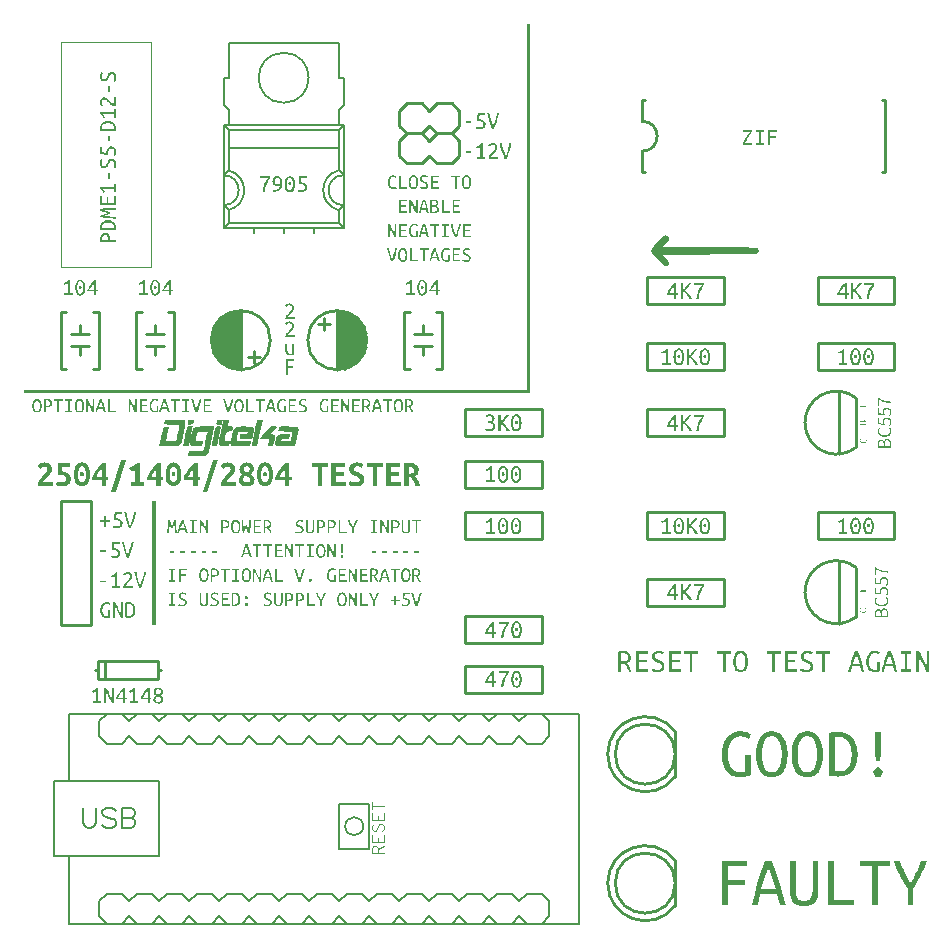
<source format=gto>
G04 Layer: TopSilkscreenLayer*
G04 EasyEDA v6.5.15, 2022-10-09 16:14:37*
G04 0b1594b3c9ed43a1be065a43cbb3c8b9,5f1b69652c614dc78b77d9171f06c583,10*
G04 Gerber Generator version 0.2*
G04 Scale: 100 percent, Rotated: No, Reflected: No *
G04 Dimensions in millimeters *
G04 leading zeros omitted , absolute positions ,4 integer and 5 decimal *
%FSLAX45Y45*%
%MOMM*%

%ADD10C,0.1422*%
%ADD11C,0.0813*%
%ADD12C,0.2540*%
%ADD13C,0.1270*%
%ADD14C,0.1199*%
%ADD15C,0.2000*%
%ADD16C,0.2032*%
%ADD17C,0.0100*%

%LPD*%
G36*
X6132677Y7097522D02*
G01*
X6129731Y7097318D01*
X6126683Y7096658D01*
X6123381Y7095439D01*
X6119825Y7093661D01*
X6115964Y7091324D01*
X6111798Y7088428D01*
X6102248Y7080707D01*
X6090920Y7070344D01*
X6077407Y7057186D01*
X6050076Y7029348D01*
X6031230Y7009790D01*
X6023864Y7001509D01*
X6017818Y6994093D01*
X6013145Y6987336D01*
X6011316Y6984136D01*
X6008674Y6978040D01*
X6007912Y6975043D01*
X6007455Y6972147D01*
X6007303Y6969252D01*
X6007557Y6966305D01*
X6008116Y6963409D01*
X6009030Y6960412D01*
X6011875Y6954215D01*
X6016091Y6947611D01*
X6021730Y6940397D01*
X6028740Y6932422D01*
X6046876Y6913473D01*
X6072022Y6888073D01*
X6087160Y6873290D01*
X6100876Y6860336D01*
X6112611Y6849719D01*
X6121654Y6842150D01*
X6125006Y6839610D01*
X6127496Y6838035D01*
X6128969Y6837527D01*
X6132525Y6838137D01*
X6137097Y6839813D01*
X6142024Y6842252D01*
X6146800Y6845300D01*
X6151016Y6848805D01*
X6154267Y6852513D01*
X6156502Y6856425D01*
X6157722Y6860692D01*
X6157976Y6865213D01*
X6157163Y6870039D01*
X6155334Y6875272D01*
X6152489Y6880859D01*
X6148628Y6886905D01*
X6143650Y6893356D01*
X6137706Y6900265D01*
X6130645Y6907682D01*
X6103620Y6935012D01*
X6900875Y6940042D01*
X6910476Y6953148D01*
X6915200Y6960362D01*
X6917181Y6966051D01*
X6916724Y6971538D01*
X6913930Y6978142D01*
X6911136Y6983069D01*
X6908038Y6987641D01*
X6904990Y6991350D01*
X6902145Y6993788D01*
X6898538Y6994194D01*
X6879742Y6994906D01*
X6801662Y6996125D01*
X6680657Y6997039D01*
X6608165Y6997293D01*
X6101842Y6997547D01*
X6129731Y7026402D01*
X6136741Y7033920D01*
X6142736Y7040880D01*
X6147663Y7047280D01*
X6151626Y7053224D01*
X6154572Y7058761D01*
X6156553Y7063892D01*
X6157620Y7068718D01*
X6157671Y7073239D01*
X6156807Y7077506D01*
X6155029Y7081570D01*
X6152337Y7085482D01*
X6148730Y7089292D01*
X6143396Y7093661D01*
X6140754Y7095236D01*
X6138113Y7096455D01*
X6135420Y7097217D01*
G37*
G36*
X2112010Y5538622D02*
G01*
X2099513Y5538063D01*
X2095042Y5537504D01*
X2092502Y5536742D01*
X2091334Y5534914D01*
X2089708Y5531002D01*
X2086051Y5519470D01*
X2082901Y5506821D01*
X2081885Y5501538D01*
X2081530Y5497830D01*
X2083206Y5496864D01*
X2087981Y5496255D01*
X2095347Y5495950D01*
X2128316Y5496814D01*
X2133600Y5520080D01*
X2135174Y5529884D01*
X2134920Y5535168D01*
X2132990Y5537301D01*
X2129840Y5537962D01*
X2124862Y5538419D01*
G37*
G36*
X2693619Y5538622D02*
G01*
X2681071Y5538012D01*
X2676499Y5537403D01*
X2673959Y5536590D01*
X2673146Y5535472D01*
X2670860Y5529427D01*
X2667965Y5519267D01*
X2664815Y5506313D01*
X2644190Y5410504D01*
X2628493Y5334050D01*
X2625090Y5315356D01*
X2626664Y5314289D01*
X2631186Y5313426D01*
X2638399Y5312918D01*
X2647899Y5312714D01*
X2660599Y5312867D01*
X2667558Y5313578D01*
X2670708Y5315254D01*
X2671876Y5318455D01*
X2696006Y5430824D01*
X2717139Y5531104D01*
X2717241Y5534253D01*
X2716479Y5536184D01*
X2714752Y5537301D01*
X2711500Y5537962D01*
X2706522Y5538419D01*
G37*
G36*
X2407970Y5538571D02*
G01*
X2394813Y5538165D01*
X2390038Y5537555D01*
X2387396Y5536793D01*
X2385872Y5533948D01*
X2383840Y5527598D01*
X2381504Y5518759D01*
X2356358Y5398668D01*
X2350211Y5370372D01*
X2347518Y5355742D01*
X2346655Y5349494D01*
X2346248Y5343804D01*
X2346198Y5338775D01*
X2346553Y5334254D01*
X2347417Y5330291D01*
X2348738Y5326837D01*
X2350516Y5323840D01*
X2352852Y5321300D01*
X2355748Y5319166D01*
X2359202Y5317388D01*
X2363266Y5315966D01*
X2367940Y5314848D01*
X2373223Y5313984D01*
X2379218Y5313375D01*
X2393289Y5312816D01*
X2415590Y5312714D01*
X2424785Y5313121D01*
X2427884Y5313781D01*
X2430272Y5314899D01*
X2431999Y5316524D01*
X2433269Y5318810D01*
X2434234Y5321858D01*
X2437892Y5342483D01*
X2438400Y5347716D01*
X2438552Y5351627D01*
X2438196Y5353659D01*
X2436520Y5354523D01*
X2432862Y5355234D01*
X2427833Y5355742D01*
X2415844Y5355996D01*
X2405786Y5356860D01*
X2403043Y5357418D01*
X2401468Y5358434D01*
X2400300Y5360162D01*
X2399487Y5362651D01*
X2399080Y5365953D01*
X2399030Y5370169D01*
X2399334Y5375249D01*
X2400046Y5381294D01*
X2402687Y5396433D01*
X2406904Y5416042D01*
X2411933Y5437174D01*
X2441092Y5437327D01*
X2453741Y5438343D01*
X2456484Y5439105D01*
X2457602Y5440934D01*
X2459177Y5444998D01*
X2462885Y5457088D01*
X2466187Y5470144D01*
X2467203Y5475376D01*
X2467610Y5478932D01*
X2465781Y5479440D01*
X2460802Y5479897D01*
X2444394Y5480304D01*
X2421229Y5480304D01*
X2423515Y5494934D01*
X2429662Y5525668D01*
X2430373Y5531408D01*
X2430068Y5534914D01*
X2428748Y5536692D01*
X2426004Y5537504D01*
X2421178Y5538114D01*
X2414930Y5538470D01*
G37*
G36*
X2352243Y5538317D02*
G01*
X2345182Y5538216D01*
X2339594Y5537708D01*
X2336342Y5536793D01*
X2335174Y5534964D01*
X2333548Y5531053D01*
X2329891Y5519470D01*
X2326741Y5506821D01*
X2325725Y5501640D01*
X2325370Y5497931D01*
X2327300Y5496864D01*
X2332431Y5496153D01*
X2339695Y5495747D01*
X2348128Y5495594D01*
X2356612Y5495798D01*
X2364181Y5496255D01*
X2369769Y5497017D01*
X2372360Y5498084D01*
X2373122Y5500268D01*
X2375306Y5509920D01*
X2379472Y5534609D01*
X2377948Y5535777D01*
X2373630Y5536793D01*
X2367330Y5537555D01*
X2359914Y5538114D01*
G37*
G36*
X1924761Y5537860D02*
G01*
X1900732Y5537606D01*
X1893468Y5537200D01*
X1891639Y5535625D01*
X1889810Y5532018D01*
X1888083Y5526633D01*
X1882749Y5499912D01*
X1882952Y5499354D01*
X1883918Y5498846D01*
X1888134Y5497931D01*
X1895906Y5497220D01*
X1923948Y5496052D01*
X1984806Y5494477D01*
X1996592Y5493816D01*
X2004263Y5492953D01*
X2008632Y5491886D01*
X2009851Y5491226D01*
X2010613Y5490464D01*
X2011476Y5488279D01*
X2011934Y5484926D01*
X2011984Y5480558D01*
X2011680Y5475274D01*
X2010968Y5469178D01*
X2008530Y5455056D01*
X2001012Y5421223D01*
X1996592Y5400294D01*
X1992325Y5382056D01*
X1990394Y5375148D01*
X1988566Y5369560D01*
X1986838Y5365191D01*
X1985162Y5361990D01*
X1983536Y5359857D01*
X1982063Y5358739D01*
X1979879Y5357876D01*
X1976780Y5357164D01*
X1972564Y5356656D01*
X1959559Y5356047D01*
X1938934Y5355894D01*
X1916785Y5355996D01*
X1909673Y5356199D01*
X1904746Y5356606D01*
X1901647Y5357114D01*
X1899970Y5357926D01*
X1899412Y5358993D01*
X1904746Y5383072D01*
X1920189Y5456631D01*
X1921459Y5463946D01*
X1922068Y5469128D01*
X1921967Y5471414D01*
X1919325Y5472176D01*
X1914093Y5472633D01*
X1907032Y5472785D01*
X1899107Y5472684D01*
X1884324Y5471718D01*
X1879244Y5470906D01*
X1876958Y5469991D01*
X1875789Y5466588D01*
X1871624Y5449468D01*
X1858670Y5388152D01*
X1847596Y5337352D01*
X1842770Y5314289D01*
X1845360Y5313883D01*
X1852777Y5313476D01*
X1879092Y5312968D01*
X1915972Y5312714D01*
X1955952Y5312968D01*
X1971751Y5313476D01*
X1985060Y5314340D01*
X1996186Y5315813D01*
X2000961Y5316778D01*
X2005279Y5317947D01*
X2009190Y5319318D01*
X2012746Y5320893D01*
X2015845Y5322722D01*
X2018690Y5324805D01*
X2021179Y5327142D01*
X2023465Y5329783D01*
X2025446Y5332679D01*
X2027275Y5335930D01*
X2028901Y5339486D01*
X2031746Y5347716D01*
X2034336Y5357418D01*
X2059736Y5478170D01*
X2061921Y5490362D01*
X2063191Y5499150D01*
X2063699Y5505856D01*
X2063699Y5512714D01*
X2063292Y5519369D01*
X2062734Y5522163D01*
X2061921Y5524652D01*
X2060702Y5526887D01*
X2059076Y5528818D01*
X2056942Y5530443D01*
X2054301Y5531916D01*
X2050999Y5533136D01*
X2047036Y5534152D01*
X2036724Y5535676D01*
X2022957Y5536641D01*
X2005177Y5537200D01*
X1959914Y5537758D01*
G37*
G36*
X2100834Y5480304D02*
G01*
X2091385Y5480151D01*
X2083612Y5479643D01*
X2078380Y5478932D01*
X2076450Y5478068D01*
X2074468Y5467197D01*
X2062988Y5410911D01*
X2048510Y5343296D01*
X2044547Y5323687D01*
X2043430Y5315915D01*
X2044649Y5314442D01*
X2048560Y5313476D01*
X2055571Y5312918D01*
X2065985Y5312714D01*
X2078786Y5312867D01*
X2085695Y5313578D01*
X2088794Y5315458D01*
X2090166Y5318912D01*
X2098598Y5357622D01*
X2109419Y5409234D01*
X2119782Y5457190D01*
X2125268Y5480304D01*
G37*
G36*
X2308250Y5480304D02*
G01*
X2199081Y5479897D01*
X2181656Y5479491D01*
X2168448Y5478881D01*
X2158898Y5478068D01*
X2152142Y5476951D01*
X2149602Y5476290D01*
X2145538Y5474817D01*
X2141778Y5472836D01*
X2138324Y5470448D01*
X2135124Y5467604D01*
X2132126Y5464251D01*
X2129383Y5460339D01*
X2126894Y5455869D01*
X2124557Y5450840D01*
X2122424Y5445201D01*
X2120493Y5438952D01*
X2118664Y5432044D01*
X2105964Y5371033D01*
X2104186Y5360924D01*
X2102916Y5352084D01*
X2102256Y5344515D01*
X2102154Y5338013D01*
X2102662Y5332526D01*
X2103780Y5328005D01*
X2105507Y5324246D01*
X2107895Y5321198D01*
X2110943Y5318810D01*
X2114651Y5316880D01*
X2119071Y5315407D01*
X2121763Y5314848D01*
X2131110Y5313934D01*
X2144420Y5313222D01*
X2159965Y5312816D01*
X2207717Y5312714D01*
X2214016Y5341975D01*
X2214829Y5348224D01*
X2214473Y5351881D01*
X2213051Y5353761D01*
X2209749Y5354574D01*
X2203094Y5355234D01*
X2194102Y5355691D01*
X2168753Y5355996D01*
X2160676Y5356758D01*
X2157018Y5358688D01*
X2155139Y5362397D01*
X2154275Y5366816D01*
X2154428Y5373268D01*
X2155647Y5382361D01*
X2160219Y5405323D01*
X2163826Y5420258D01*
X2165400Y5425135D01*
X2166975Y5428691D01*
X2168601Y5431231D01*
X2170480Y5433060D01*
X2172665Y5434431D01*
X2174443Y5435041D01*
X2181707Y5436006D01*
X2192934Y5436717D01*
X2207158Y5437124D01*
X2252268Y5437174D01*
X2249627Y5426557D01*
X2240737Y5382056D01*
X2233676Y5349341D01*
X2226411Y5316931D01*
X2220620Y5292547D01*
X2218283Y5284063D01*
X2216810Y5281117D01*
X2214930Y5278374D01*
X2212898Y5276037D01*
X2210866Y5274564D01*
X2208834Y5274056D01*
X2198827Y5273192D01*
X2182520Y5272532D01*
X2161895Y5272176D01*
X2135987Y5272074D01*
X2114042Y5271719D01*
X2106269Y5271414D01*
X2100376Y5270957D01*
X2096211Y5270398D01*
X2093518Y5269687D01*
X2092147Y5268823D01*
X2091182Y5266791D01*
X2088642Y5257800D01*
X2086102Y5245709D01*
X2084374Y5234686D01*
X2084070Y5230825D01*
X2084730Y5230571D01*
X2089556Y5230114D01*
X2111044Y5229402D01*
X2143912Y5229047D01*
X2187803Y5229148D01*
X2201722Y5229453D01*
X2213660Y5230063D01*
X2223820Y5231130D01*
X2232355Y5232806D01*
X2236114Y5233873D01*
X2239518Y5235143D01*
X2242616Y5236667D01*
X2245461Y5238343D01*
X2248052Y5240324D01*
X2250389Y5242560D01*
X2252522Y5245049D01*
X2254453Y5247843D01*
X2256231Y5250942D01*
X2257907Y5254396D01*
X2260904Y5262270D01*
X2263648Y5271668D01*
X2269083Y5295442D01*
X2305812Y5466943D01*
G37*
G36*
X2344420Y5480304D02*
G01*
X2335022Y5480151D01*
X2327351Y5479643D01*
X2322169Y5478932D01*
X2320290Y5478068D01*
X2318308Y5467197D01*
X2306828Y5410911D01*
X2292350Y5343296D01*
X2288387Y5323687D01*
X2287270Y5315915D01*
X2288489Y5314442D01*
X2292400Y5313476D01*
X2299411Y5312918D01*
X2309876Y5312714D01*
X2332482Y5312714D01*
X2368550Y5478932D01*
X2366619Y5479491D01*
X2353767Y5480202D01*
G37*
G36*
X2785516Y5480304D02*
G01*
X2732125Y5423509D01*
X2710078Y5399328D01*
X2695956Y5382971D01*
X2692958Y5378958D01*
X2692704Y5378246D01*
X2695956Y5377434D01*
X2703931Y5376824D01*
X2715412Y5376367D01*
X2738983Y5376164D01*
X2753309Y5375808D01*
X2758338Y5375452D01*
X2762148Y5374894D01*
X2764942Y5374233D01*
X2766974Y5373319D01*
X2768396Y5372201D01*
X2771190Y5369204D01*
X2772003Y5365191D01*
X2770784Y5356758D01*
X2762300Y5314543D01*
X2764129Y5313832D01*
X2769108Y5313324D01*
X2776575Y5313172D01*
X2809036Y5313984D01*
X2820009Y5365445D01*
X2821482Y5374030D01*
X2822448Y5381599D01*
X2822905Y5388102D01*
X2822854Y5393639D01*
X2822295Y5398262D01*
X2821279Y5401919D01*
X2819755Y5404662D01*
X2815437Y5408574D01*
X2809290Y5411622D01*
X2801975Y5413603D01*
X2790545Y5414467D01*
X2787548Y5414924D01*
X2785313Y5415584D01*
X2784094Y5416397D01*
X2784449Y5417413D01*
X2788361Y5422493D01*
X2795879Y5430926D01*
X2806090Y5441594D01*
X2832455Y5468467D01*
X2838704Y5475325D01*
X2840990Y5478373D01*
X2838805Y5479135D01*
X2832862Y5479745D01*
X2824022Y5480151D01*
G37*
G36*
X2886913Y5480050D02*
G01*
X2873197Y5479796D01*
X2864358Y5479237D01*
X2859481Y5478424D01*
X2858312Y5477916D01*
X2857804Y5477306D01*
X2852928Y5456072D01*
X2850489Y5444490D01*
X2849575Y5439156D01*
X2866898Y5438394D01*
X2938627Y5436412D01*
X2956610Y5435396D01*
X2961995Y5434736D01*
X2965500Y5433872D01*
X2967685Y5432856D01*
X2968853Y5431586D01*
X2969818Y5428030D01*
X2969615Y5421579D01*
X2968193Y5411571D01*
X2961487Y5376316D01*
X2959252Y5367223D01*
X2957982Y5363921D01*
X2956458Y5361279D01*
X2954578Y5359298D01*
X2952343Y5357825D01*
X2949549Y5356809D01*
X2946095Y5356199D01*
X2937002Y5355742D01*
X2905709Y5355945D01*
X2890012Y5356301D01*
X2880410Y5357114D01*
X2877413Y5357774D01*
X2875381Y5358536D01*
X2874162Y5359552D01*
X2872892Y5361584D01*
X2872790Y5363514D01*
X2873908Y5365699D01*
X2876397Y5368442D01*
X2880055Y5371236D01*
X2885541Y5372811D01*
X2894990Y5373522D01*
X2939694Y5373674D01*
X2945434Y5400141D01*
X2946400Y5406745D01*
X2946806Y5411622D01*
X2946450Y5414162D01*
X2944977Y5414975D01*
X2941675Y5415635D01*
X2930906Y5416499D01*
X2916275Y5416753D01*
X2900070Y5416499D01*
X2884373Y5415584D01*
X2877464Y5414924D01*
X2871470Y5414111D01*
X2864002Y5412740D01*
X2857601Y5411063D01*
X2852115Y5409082D01*
X2847492Y5406694D01*
X2843479Y5403799D01*
X2840075Y5400344D01*
X2837078Y5396230D01*
X2834386Y5391404D01*
X2831490Y5384698D01*
X2828899Y5376875D01*
X2826664Y5368391D01*
X2824835Y5359654D01*
X2823565Y5351170D01*
X2822854Y5343347D01*
X2822854Y5336641D01*
X2823616Y5331561D01*
X2825394Y5325872D01*
X2826562Y5323535D01*
X2827985Y5321554D01*
X2829915Y5319877D01*
X2832354Y5318455D01*
X2835554Y5317286D01*
X2839567Y5316321D01*
X2844546Y5315610D01*
X2857855Y5314594D01*
X2876550Y5314137D01*
X2994355Y5313984D01*
X3002076Y5347970D01*
X3018332Y5424373D01*
X3021126Y5440172D01*
X3021939Y5446471D01*
X3022346Y5451906D01*
X3022295Y5456478D01*
X3021838Y5460390D01*
X3020923Y5463743D01*
X3019552Y5466638D01*
X3017774Y5469229D01*
X3015488Y5471566D01*
X3012795Y5473801D01*
X3009341Y5475884D01*
X3007156Y5476748D01*
X3004413Y5477408D01*
X3000806Y5477967D01*
X2990189Y5478729D01*
X2973324Y5479288D01*
X2918409Y5479948D01*
G37*
G36*
X2539644Y5479694D02*
G01*
X2525217Y5479440D01*
X2514295Y5478983D01*
X2506167Y5478170D01*
X2500071Y5477052D01*
X2497582Y5476392D01*
X2492095Y5474157D01*
X2486863Y5471007D01*
X2481986Y5467045D01*
X2477516Y5462320D01*
X2473452Y5456936D01*
X2469896Y5450890D01*
X2466898Y5444286D01*
X2464511Y5437174D01*
X2461564Y5425998D01*
X2455062Y5397550D01*
X2449068Y5367832D01*
X2445308Y5345074D01*
X2444750Y5338927D01*
X2446223Y5330291D01*
X2450490Y5322976D01*
X2456992Y5317490D01*
X2465425Y5314289D01*
X2469946Y5313883D01*
X2490978Y5313222D01*
X2523032Y5312816D01*
X2609342Y5312714D01*
X2615082Y5339334D01*
X2616098Y5345938D01*
X2616504Y5350814D01*
X2616200Y5353354D01*
X2614930Y5353913D01*
X2611831Y5354421D01*
X2600604Y5355234D01*
X2583230Y5355742D01*
X2538984Y5355996D01*
X2520899Y5356352D01*
X2507945Y5356860D01*
X2502103Y5357418D01*
X2500376Y5358790D01*
X2499156Y5361330D01*
X2498394Y5364988D01*
X2498140Y5369661D01*
X2498394Y5375351D01*
X2499156Y5381955D01*
X2500376Y5389473D01*
X2502103Y5397804D01*
X2504186Y5406440D01*
X2506268Y5413908D01*
X2508351Y5420156D01*
X2510434Y5425338D01*
X2512517Y5429402D01*
X2514701Y5432450D01*
X2516987Y5434533D01*
X2519324Y5435650D01*
X2523947Y5436209D01*
X2532583Y5436666D01*
X2556814Y5437124D01*
X2577185Y5436717D01*
X2583992Y5436057D01*
X2588869Y5434990D01*
X2592120Y5433466D01*
X2593898Y5431383D01*
X2594508Y5428640D01*
X2594152Y5425186D01*
X2592628Y5422747D01*
X2587853Y5421223D01*
X2577795Y5420207D01*
X2527300Y5418124D01*
X2522524Y5394248D01*
X2521762Y5388000D01*
X2521458Y5383072D01*
X2521813Y5380228D01*
X2522626Y5379059D01*
X2524404Y5378145D01*
X2527452Y5377434D01*
X2532176Y5376926D01*
X2548128Y5376367D01*
X2575153Y5376214D01*
X2599588Y5376367D01*
X2616047Y5376926D01*
X2621635Y5377332D01*
X2625699Y5377891D01*
X2628290Y5378551D01*
X2629611Y5379364D01*
X2630525Y5380685D01*
X2631440Y5382564D01*
X2633472Y5389676D01*
X2636621Y5404358D01*
X2641701Y5430062D01*
X2643327Y5439359D01*
X2644292Y5447334D01*
X2644648Y5454192D01*
X2644292Y5459984D01*
X2643276Y5464810D01*
X2641498Y5468772D01*
X2639060Y5472023D01*
X2635859Y5474614D01*
X2634335Y5475528D01*
X2630322Y5476951D01*
X2624124Y5477967D01*
X2614676Y5478678D01*
X2600858Y5479135D01*
X2558237Y5479694D01*
G37*
G36*
X1173480Y6724142D02*
G01*
X1163878Y6723024D01*
X1155446Y6719773D01*
X1148130Y6714286D01*
X1141984Y6706616D01*
X1137005Y6696913D01*
X1133398Y6685280D01*
X1131265Y6671767D01*
X1130554Y6656324D01*
X1148334Y6656324D01*
X1148638Y6666738D01*
X1149604Y6676644D01*
X1150315Y6681317D01*
X1152347Y6689699D01*
X1153668Y6693408D01*
X1155293Y6696760D01*
X1157173Y6699758D01*
X1159256Y6702348D01*
X1161542Y6704584D01*
X1164082Y6706463D01*
X1166926Y6707835D01*
X1170076Y6708648D01*
X1173480Y6708902D01*
X1176883Y6708648D01*
X1180033Y6707835D01*
X1182878Y6706463D01*
X1185418Y6704584D01*
X1187704Y6702348D01*
X1189786Y6699758D01*
X1191666Y6696760D01*
X1193292Y6693408D01*
X1194612Y6689699D01*
X1196644Y6681317D01*
X1197914Y6671767D01*
X1198524Y6661607D01*
X1198524Y6651091D01*
X1197914Y6641033D01*
X1196644Y6631584D01*
X1194612Y6623202D01*
X1193292Y6619494D01*
X1191666Y6616090D01*
X1189786Y6613093D01*
X1187704Y6610400D01*
X1185418Y6608064D01*
X1182878Y6606286D01*
X1180033Y6605016D01*
X1176883Y6604253D01*
X1173480Y6604000D01*
X1170076Y6604253D01*
X1166926Y6605016D01*
X1164082Y6606286D01*
X1161542Y6608064D01*
X1159256Y6610400D01*
X1157173Y6613093D01*
X1155293Y6616090D01*
X1153668Y6619494D01*
X1152347Y6623202D01*
X1150315Y6631584D01*
X1149045Y6641033D01*
X1148435Y6651091D01*
X1148334Y6656324D01*
X1130554Y6656324D01*
X1131265Y6640880D01*
X1133398Y6627368D01*
X1137005Y6615734D01*
X1141984Y6606031D01*
X1148130Y6598361D01*
X1155446Y6592874D01*
X1163878Y6589623D01*
X1173480Y6588506D01*
X1183182Y6589623D01*
X1191717Y6592874D01*
X1199032Y6598361D01*
X1205230Y6606031D01*
X1210106Y6615734D01*
X1213612Y6627368D01*
X1215694Y6640880D01*
X1216406Y6656324D01*
X1215694Y6671767D01*
X1213612Y6685280D01*
X1210106Y6696913D01*
X1205230Y6706616D01*
X1199032Y6714286D01*
X1191717Y6719773D01*
X1183182Y6723024D01*
G37*
G36*
X1071118Y6721348D02*
G01*
X1066800Y6716623D01*
X1062278Y6712356D01*
X1057554Y6708495D01*
X1052576Y6705092D01*
X1047445Y6701942D01*
X1042314Y6699097D01*
X1037031Y6696608D01*
X1031748Y6694424D01*
X1037336Y6681470D01*
X1045464Y6684518D01*
X1055471Y6689598D01*
X1062278Y6693916D01*
X1066292Y6697218D01*
X1066292Y6606031D01*
X1038098Y6606031D01*
X1038098Y6591300D01*
X1107948Y6591300D01*
X1107948Y6606031D01*
X1083310Y6606031D01*
X1083310Y6721348D01*
G37*
G36*
X1291844Y6721348D02*
G01*
X1282750Y6711696D01*
X1273810Y6701028D01*
X1265377Y6689750D01*
X1257300Y6678168D01*
X1249883Y6666687D01*
X1243330Y6655562D01*
X1237843Y6645300D01*
X1234800Y6638798D01*
X1250442Y6638798D01*
X1258824Y6655308D01*
X1263751Y6663639D01*
X1268984Y6671818D01*
X1280160Y6687312D01*
X1286002Y6694373D01*
X1291844Y6700774D01*
X1291844Y6638798D01*
X1234800Y6638798D01*
X1233678Y6636258D01*
X1233678Y6624574D01*
X1291844Y6624574D01*
X1291844Y6591300D01*
X1308608Y6591300D01*
X1308608Y6624574D01*
X1323848Y6624574D01*
X1323848Y6638798D01*
X1308608Y6638798D01*
X1308608Y6721348D01*
G37*
G36*
X1173988Y6672580D02*
G01*
X1171346Y6672325D01*
X1168958Y6671513D01*
X1166876Y6670141D01*
X1165098Y6668262D01*
X1163675Y6666128D01*
X1162608Y6663842D01*
X1161999Y6661302D01*
X1161796Y6658609D01*
X1161999Y6656019D01*
X1162608Y6653580D01*
X1163675Y6651345D01*
X1165098Y6649212D01*
X1166876Y6647434D01*
X1168958Y6646164D01*
X1171346Y6645402D01*
X1173988Y6645148D01*
X1176426Y6645402D01*
X1178610Y6646164D01*
X1180592Y6647434D01*
X1182370Y6649212D01*
X1183792Y6651345D01*
X1184859Y6653580D01*
X1185468Y6656019D01*
X1185672Y6658609D01*
X1185468Y6661302D01*
X1184859Y6663842D01*
X1183792Y6666128D01*
X1182370Y6668262D01*
X1180592Y6670141D01*
X1178610Y6671513D01*
X1176426Y6672325D01*
G37*
G36*
X1808480Y6724142D02*
G01*
X1798878Y6723024D01*
X1790446Y6719773D01*
X1783130Y6714286D01*
X1776984Y6706616D01*
X1772005Y6696913D01*
X1768398Y6685280D01*
X1766265Y6671767D01*
X1765554Y6656324D01*
X1783334Y6656324D01*
X1783638Y6666738D01*
X1784604Y6676644D01*
X1785315Y6681317D01*
X1787347Y6689699D01*
X1788668Y6693408D01*
X1790293Y6696760D01*
X1792173Y6699758D01*
X1794256Y6702348D01*
X1796542Y6704584D01*
X1799082Y6706463D01*
X1801926Y6707835D01*
X1805076Y6708648D01*
X1808480Y6708902D01*
X1811883Y6708648D01*
X1815033Y6707835D01*
X1817878Y6706463D01*
X1820418Y6704584D01*
X1822704Y6702348D01*
X1824786Y6699758D01*
X1826666Y6696760D01*
X1828292Y6693408D01*
X1829612Y6689699D01*
X1831644Y6681317D01*
X1832914Y6671767D01*
X1833524Y6661607D01*
X1833524Y6651091D01*
X1832914Y6641033D01*
X1831644Y6631584D01*
X1829612Y6623202D01*
X1828292Y6619494D01*
X1826666Y6616090D01*
X1824786Y6613093D01*
X1822704Y6610400D01*
X1820418Y6608064D01*
X1817878Y6606286D01*
X1815033Y6605016D01*
X1811883Y6604253D01*
X1808480Y6604000D01*
X1805076Y6604253D01*
X1801926Y6605016D01*
X1799082Y6606286D01*
X1796542Y6608064D01*
X1794256Y6610400D01*
X1792173Y6613093D01*
X1790293Y6616090D01*
X1788668Y6619494D01*
X1787347Y6623202D01*
X1785315Y6631584D01*
X1784045Y6641033D01*
X1783435Y6651091D01*
X1783334Y6656324D01*
X1765554Y6656324D01*
X1766265Y6640880D01*
X1768398Y6627368D01*
X1772005Y6615734D01*
X1776984Y6606031D01*
X1783130Y6598361D01*
X1790446Y6592874D01*
X1798878Y6589623D01*
X1808480Y6588506D01*
X1818182Y6589623D01*
X1826717Y6592874D01*
X1834032Y6598361D01*
X1840230Y6606031D01*
X1845106Y6615734D01*
X1848612Y6627368D01*
X1850694Y6640880D01*
X1851406Y6656324D01*
X1850694Y6671767D01*
X1848612Y6685280D01*
X1845106Y6696913D01*
X1840230Y6706616D01*
X1834032Y6714286D01*
X1826717Y6719773D01*
X1818182Y6723024D01*
G37*
G36*
X1706118Y6721348D02*
G01*
X1701800Y6716623D01*
X1697278Y6712356D01*
X1692554Y6708495D01*
X1687575Y6705092D01*
X1682445Y6701942D01*
X1677314Y6699097D01*
X1672031Y6696608D01*
X1666748Y6694424D01*
X1672336Y6681470D01*
X1680464Y6684518D01*
X1690471Y6689598D01*
X1697278Y6693916D01*
X1701292Y6697218D01*
X1701292Y6606031D01*
X1673098Y6606031D01*
X1673098Y6591300D01*
X1742948Y6591300D01*
X1742948Y6606031D01*
X1718310Y6606031D01*
X1718310Y6721348D01*
G37*
G36*
X1926843Y6721348D02*
G01*
X1917750Y6711696D01*
X1908810Y6701028D01*
X1900377Y6689750D01*
X1892300Y6678168D01*
X1884883Y6666687D01*
X1878330Y6655562D01*
X1872843Y6645300D01*
X1869800Y6638798D01*
X1885442Y6638798D01*
X1893824Y6655308D01*
X1898751Y6663639D01*
X1903984Y6671818D01*
X1915160Y6687312D01*
X1921002Y6694373D01*
X1926843Y6700774D01*
X1926843Y6638798D01*
X1869800Y6638798D01*
X1868678Y6636258D01*
X1868678Y6624574D01*
X1926843Y6624574D01*
X1926843Y6591300D01*
X1943607Y6591300D01*
X1943607Y6624574D01*
X1958848Y6624574D01*
X1958848Y6638798D01*
X1943607Y6638798D01*
X1943607Y6721348D01*
G37*
G36*
X1808988Y6672580D02*
G01*
X1806346Y6672325D01*
X1803958Y6671513D01*
X1801875Y6670141D01*
X1800098Y6668262D01*
X1798675Y6666128D01*
X1797608Y6663842D01*
X1796999Y6661302D01*
X1796796Y6658609D01*
X1796999Y6656019D01*
X1797608Y6653580D01*
X1798675Y6651345D01*
X1800098Y6649212D01*
X1801875Y6647434D01*
X1803958Y6646164D01*
X1806346Y6645402D01*
X1808988Y6645148D01*
X1811426Y6645402D01*
X1813610Y6646164D01*
X1815592Y6647434D01*
X1817370Y6649212D01*
X1818792Y6651345D01*
X1819859Y6653580D01*
X1820468Y6656019D01*
X1820672Y6658609D01*
X1820468Y6661302D01*
X1819859Y6663842D01*
X1818792Y6666128D01*
X1817370Y6668262D01*
X1815592Y6670141D01*
X1813610Y6671513D01*
X1811426Y6672325D01*
G37*
G36*
X4069079Y6724142D02*
G01*
X4059478Y6723024D01*
X4051046Y6719773D01*
X4043730Y6714286D01*
X4037584Y6706616D01*
X4032605Y6696913D01*
X4028998Y6685280D01*
X4026865Y6671767D01*
X4026154Y6656324D01*
X4043934Y6656324D01*
X4044238Y6666738D01*
X4045204Y6676644D01*
X4045915Y6681317D01*
X4047947Y6689699D01*
X4049268Y6693408D01*
X4050893Y6696760D01*
X4052773Y6699758D01*
X4054856Y6702348D01*
X4057142Y6704584D01*
X4059682Y6706463D01*
X4062526Y6707835D01*
X4065676Y6708648D01*
X4069079Y6708902D01*
X4072483Y6708648D01*
X4075633Y6707835D01*
X4078478Y6706463D01*
X4081018Y6704584D01*
X4083304Y6702348D01*
X4085386Y6699758D01*
X4087266Y6696760D01*
X4088892Y6693408D01*
X4090212Y6689699D01*
X4092244Y6681317D01*
X4093514Y6671767D01*
X4094124Y6661607D01*
X4094124Y6651091D01*
X4093514Y6641033D01*
X4092244Y6631584D01*
X4090212Y6623202D01*
X4088892Y6619494D01*
X4087266Y6616090D01*
X4085386Y6613093D01*
X4083304Y6610400D01*
X4081018Y6608064D01*
X4078478Y6606286D01*
X4075633Y6605016D01*
X4072483Y6604253D01*
X4069079Y6604000D01*
X4065676Y6604253D01*
X4062526Y6605016D01*
X4059682Y6606286D01*
X4057142Y6608064D01*
X4054856Y6610400D01*
X4052773Y6613093D01*
X4050893Y6616090D01*
X4049268Y6619494D01*
X4047947Y6623202D01*
X4045915Y6631584D01*
X4044645Y6641033D01*
X4044035Y6651091D01*
X4043934Y6656324D01*
X4026154Y6656324D01*
X4026865Y6640880D01*
X4028998Y6627368D01*
X4032605Y6615734D01*
X4037584Y6606031D01*
X4043730Y6598361D01*
X4051046Y6592874D01*
X4059478Y6589623D01*
X4069079Y6588506D01*
X4078782Y6589623D01*
X4087317Y6592874D01*
X4094632Y6598361D01*
X4100829Y6606031D01*
X4105706Y6615734D01*
X4109212Y6627368D01*
X4111294Y6640880D01*
X4112006Y6656324D01*
X4111294Y6671767D01*
X4109212Y6685280D01*
X4105706Y6696913D01*
X4100829Y6706616D01*
X4094632Y6714286D01*
X4087317Y6719773D01*
X4078782Y6723024D01*
G37*
G36*
X3966718Y6721348D02*
G01*
X3962400Y6716623D01*
X3957878Y6712356D01*
X3953154Y6708495D01*
X3948176Y6705092D01*
X3943045Y6701942D01*
X3937863Y6699097D01*
X3932631Y6696608D01*
X3927348Y6694424D01*
X3932936Y6681470D01*
X3941064Y6684518D01*
X3951071Y6689598D01*
X3957878Y6693916D01*
X3961892Y6697218D01*
X3961892Y6606031D01*
X3933698Y6606031D01*
X3933698Y6591300D01*
X4003548Y6591300D01*
X4003548Y6606031D01*
X3978910Y6606031D01*
X3978910Y6721348D01*
G37*
G36*
X4187444Y6721348D02*
G01*
X4178350Y6711696D01*
X4169410Y6701028D01*
X4160977Y6689750D01*
X4152900Y6678168D01*
X4145483Y6666687D01*
X4138929Y6655562D01*
X4133443Y6645300D01*
X4130400Y6638798D01*
X4146042Y6638798D01*
X4154424Y6655308D01*
X4164584Y6671818D01*
X4175760Y6687312D01*
X4181601Y6694373D01*
X4187444Y6700774D01*
X4187444Y6638798D01*
X4130400Y6638798D01*
X4129278Y6636258D01*
X4129278Y6624574D01*
X4187444Y6624574D01*
X4187444Y6591300D01*
X4204208Y6591300D01*
X4204208Y6624574D01*
X4219448Y6624574D01*
X4219448Y6638798D01*
X4204208Y6638798D01*
X4204208Y6721348D01*
G37*
G36*
X4069587Y6672580D02*
G01*
X4066946Y6672325D01*
X4064558Y6671513D01*
X4062476Y6670141D01*
X4060698Y6668262D01*
X4059275Y6666128D01*
X4058208Y6663842D01*
X4057599Y6661302D01*
X4057396Y6658609D01*
X4057599Y6656019D01*
X4058208Y6653580D01*
X4059275Y6651345D01*
X4060698Y6649212D01*
X4062476Y6647434D01*
X4064558Y6646164D01*
X4066946Y6645402D01*
X4069587Y6645148D01*
X4072026Y6645402D01*
X4074210Y6646164D01*
X4076192Y6647434D01*
X4077970Y6649212D01*
X4079392Y6651345D01*
X4080459Y6653580D01*
X4081068Y6656019D01*
X4081272Y6658609D01*
X4081068Y6661302D01*
X4080459Y6663842D01*
X4079392Y6666128D01*
X4077970Y6668262D01*
X4076192Y6670141D01*
X4074210Y6671513D01*
X4072026Y6672325D01*
G37*
G36*
X1440688Y8481568D02*
G01*
X1436268Y8481415D01*
X1432255Y8480958D01*
X1428546Y8480145D01*
X1425194Y8479028D01*
X1422247Y8477504D01*
X1416913Y8473846D01*
X1414526Y8471662D01*
X1412189Y8469122D01*
X1410055Y8466378D01*
X1408125Y8463432D01*
X1404772Y8456828D01*
X1396238Y8437930D01*
X1393799Y8433358D01*
X1391259Y8429294D01*
X1388414Y8425789D01*
X1385112Y8423148D01*
X1381302Y8421268D01*
X1379118Y8420608D01*
X1374140Y8420100D01*
X1369720Y8420506D01*
X1365910Y8421827D01*
X1362608Y8423960D01*
X1359916Y8426958D01*
X1357782Y8430564D01*
X1356309Y8434476D01*
X1355394Y8438692D01*
X1355090Y8443214D01*
X1355242Y8447684D01*
X1355750Y8451900D01*
X1356512Y8455914D01*
X1357630Y8459724D01*
X1360170Y8466277D01*
X1362710Y8471154D01*
X1348232Y8476742D01*
X1346708Y8474354D01*
X1345184Y8471154D01*
X1342898Y8463280D01*
X1341831Y8458708D01*
X1340561Y8448497D01*
X1340358Y8443214D01*
X1342694Y8426246D01*
X1349756Y8413496D01*
X1361236Y8405520D01*
X1376426Y8402828D01*
X1380134Y8402980D01*
X1383588Y8403488D01*
X1386840Y8404250D01*
X1389888Y8405368D01*
X1392580Y8406841D01*
X1397558Y8410397D01*
X1399794Y8412480D01*
X1403654Y8417356D01*
X1407160Y8422894D01*
X1412748Y8434832D01*
X1414881Y8440369D01*
X1418539Y8448243D01*
X1421333Y8452967D01*
X1422908Y8455152D01*
X1426464Y8458809D01*
X1430528Y8461756D01*
X1432814Y8462873D01*
X1435303Y8463635D01*
X1437995Y8464143D01*
X1440942Y8464296D01*
X1445615Y8463889D01*
X1449628Y8462568D01*
X1453083Y8460435D01*
X1455928Y8457438D01*
X1458163Y8453577D01*
X1459738Y8448903D01*
X1460703Y8443417D01*
X1461008Y8437118D01*
X1460804Y8431479D01*
X1460246Y8426297D01*
X1459280Y8421573D01*
X1457960Y8417306D01*
X1455115Y8410143D01*
X1452626Y8404860D01*
X1466850Y8399526D01*
X1469644Y8405114D01*
X1472692Y8413496D01*
X1473911Y8418423D01*
X1474978Y8424164D01*
X1475740Y8430463D01*
X1475994Y8437118D01*
X1473708Y8456168D01*
X1466850Y8470138D01*
X1455724Y8478723D01*
G37*
G36*
X1411732Y8358631D02*
G01*
X1411732Y8312403D01*
X1427988Y8312403D01*
X1427988Y8358631D01*
G37*
G36*
X1458468Y8271509D02*
G01*
X1458468Y8211820D01*
X1455064Y8212378D01*
X1450848Y8214106D01*
X1446479Y8216950D01*
X1441958Y8220456D01*
X1435100Y8226450D01*
X1413764Y8246872D01*
X1407871Y8252155D01*
X1401826Y8256778D01*
X1395679Y8260638D01*
X1389380Y8263636D01*
X1386179Y8264753D01*
X1382979Y8265515D01*
X1379728Y8266023D01*
X1376426Y8266175D01*
X1360932Y8263788D01*
X1349502Y8256524D01*
X1342644Y8244128D01*
X1340358Y8226298D01*
X1340713Y8219897D01*
X1341882Y8213852D01*
X1343812Y8208264D01*
X1345946Y8203184D01*
X1348536Y8198713D01*
X1353718Y8192160D01*
X1355852Y8189975D01*
X1368044Y8198612D01*
X1364742Y8202422D01*
X1362710Y8205216D01*
X1358747Y8212124D01*
X1357122Y8216392D01*
X1356004Y8221167D01*
X1355598Y8226298D01*
X1355902Y8230870D01*
X1356868Y8234934D01*
X1358442Y8238744D01*
X1360678Y8242046D01*
X1363726Y8244789D01*
X1367282Y8246872D01*
X1371701Y8248192D01*
X1374241Y8248548D01*
X1376934Y8248650D01*
X1381963Y8248142D01*
X1386840Y8246618D01*
X1391412Y8244331D01*
X1395984Y8241538D01*
X1400302Y8237981D01*
X1411478Y8227314D01*
X1422450Y8216392D01*
X1428445Y8210753D01*
X1434795Y8205571D01*
X1441500Y8200898D01*
X1445006Y8198866D01*
X1448612Y8197088D01*
X1456283Y8194243D01*
X1460296Y8193278D01*
X1464513Y8192719D01*
X1471523Y8192516D01*
X1473200Y8192770D01*
X1473200Y8271509D01*
G37*
G36*
X1458468Y8165084D02*
G01*
X1458468Y8140446D01*
X1343152Y8140446D01*
X1343152Y8128253D01*
X1347876Y8123834D01*
X1352143Y8119313D01*
X1356004Y8114588D01*
X1359408Y8109712D01*
X1362557Y8104581D01*
X1365402Y8099450D01*
X1367891Y8094167D01*
X1370076Y8088884D01*
X1383030Y8094218D01*
X1379982Y8102600D01*
X1374902Y8112455D01*
X1372717Y8116163D01*
X1370584Y8119313D01*
X1367282Y8123174D01*
X1458468Y8123174D01*
X1458468Y8095234D01*
X1473200Y8095234D01*
X1473200Y8165084D01*
G37*
G36*
X1408176Y8064753D02*
G01*
X1391564Y8063636D01*
X1377696Y8060181D01*
X1371650Y8057692D01*
X1366215Y8054797D01*
X1361338Y8051444D01*
X1357122Y8047736D01*
X1353362Y8043621D01*
X1350162Y8039150D01*
X1347520Y8034375D01*
X1345438Y8029194D01*
X1343863Y8023606D01*
X1342745Y8017814D01*
X1342085Y8011820D01*
X1341882Y8005572D01*
X1342136Y8001508D01*
X1356868Y8001508D01*
X1356868Y8006842D01*
X1359966Y8024215D01*
X1369314Y8036814D01*
X1376426Y8041284D01*
X1385265Y8044434D01*
X1395831Y8046313D01*
X1408176Y8046974D01*
X1414678Y8046821D01*
X1420723Y8046313D01*
X1426362Y8045551D01*
X1431544Y8044434D01*
X1436166Y8042909D01*
X1440383Y8041081D01*
X1444142Y8038947D01*
X1447546Y8036559D01*
X1450390Y8033867D01*
X1452829Y8030921D01*
X1454810Y8027670D01*
X1456436Y8024114D01*
X1457655Y8020303D01*
X1458518Y8016240D01*
X1459077Y8011922D01*
X1459179Y8004708D01*
X1458722Y7996681D01*
X1357376Y7996681D01*
X1356868Y8001508D01*
X1342136Y8001508D01*
X1342694Y7992567D01*
X1345184Y7979409D01*
X1471168Y7979409D01*
X1473454Y7992567D01*
X1474216Y8005572D01*
X1474012Y8011820D01*
X1473352Y8017814D01*
X1472234Y8023606D01*
X1470660Y8029194D01*
X1468628Y8034375D01*
X1466037Y8039150D01*
X1462887Y8043621D01*
X1459230Y8047736D01*
X1455013Y8051444D01*
X1450136Y8054797D01*
X1444701Y8057692D01*
X1438656Y8060181D01*
X1424787Y8063636D01*
G37*
G36*
X1411732Y7938770D02*
G01*
X1411732Y7892542D01*
X1427988Y7892542D01*
X1427988Y7938770D01*
G37*
G36*
X1436116Y7850886D02*
G01*
X1419047Y7847736D01*
X1405890Y7838186D01*
X1400810Y7830769D01*
X1397050Y7821422D01*
X1394612Y7810195D01*
X1393444Y7797038D01*
X1357884Y7799831D01*
X1357884Y7847330D01*
X1343152Y7847330D01*
X1343152Y7784846D01*
X1359154Y7784084D01*
X1394256Y7781645D01*
X1407414Y7780020D01*
X1407922Y7794447D01*
X1409446Y7806181D01*
X1410563Y7811109D01*
X1411935Y7815427D01*
X1413510Y7819237D01*
X1415288Y7822438D01*
X1417320Y7825231D01*
X1419555Y7827568D01*
X1421993Y7829448D01*
X1424686Y7830820D01*
X1427581Y7831937D01*
X1430629Y7832750D01*
X1433931Y7833207D01*
X1439621Y7833258D01*
X1443939Y7832344D01*
X1448104Y7830718D01*
X1451914Y7828280D01*
X1453642Y7826756D01*
X1455216Y7824825D01*
X1457756Y7820304D01*
X1458722Y7817612D01*
X1460042Y7811160D01*
X1460398Y7807401D01*
X1460347Y7798257D01*
X1459941Y7793634D01*
X1459230Y7789367D01*
X1458214Y7785608D01*
X1454404Y7775194D01*
X1469136Y7771892D01*
X1470152Y7773873D01*
X1472946Y7782458D01*
X1474825Y7791500D01*
X1475587Y7796428D01*
X1475943Y7801356D01*
X1475790Y7809788D01*
X1475232Y7815275D01*
X1474266Y7820304D01*
X1472946Y7824978D01*
X1471371Y7829245D01*
X1469542Y7833106D01*
X1467307Y7836611D01*
X1464818Y7839709D01*
X1462024Y7842402D01*
X1458976Y7844739D01*
X1455674Y7846618D01*
X1452118Y7848092D01*
X1448358Y7849311D01*
X1444447Y7850174D01*
X1440332Y7850733D01*
G37*
G36*
X1440688Y7746492D02*
G01*
X1436268Y7746339D01*
X1432255Y7745831D01*
X1428546Y7745069D01*
X1425194Y7743952D01*
X1422247Y7742529D01*
X1419504Y7740853D01*
X1416913Y7738872D01*
X1412189Y7734046D01*
X1410055Y7731302D01*
X1408125Y7728356D01*
X1404772Y7721752D01*
X1396238Y7702854D01*
X1393799Y7698282D01*
X1391259Y7694218D01*
X1388414Y7690815D01*
X1385112Y7688173D01*
X1383284Y7687056D01*
X1381302Y7686192D01*
X1379118Y7685531D01*
X1374140Y7685024D01*
X1369720Y7685430D01*
X1365910Y7686751D01*
X1362608Y7688884D01*
X1359916Y7691881D01*
X1357782Y7695590D01*
X1356309Y7699552D01*
X1355394Y7703820D01*
X1355090Y7708392D01*
X1355242Y7712760D01*
X1355750Y7716875D01*
X1356512Y7720888D01*
X1358900Y7728153D01*
X1361440Y7733995D01*
X1362710Y7736331D01*
X1348232Y7741666D01*
X1346708Y7739227D01*
X1345184Y7736078D01*
X1343964Y7732471D01*
X1341831Y7723682D01*
X1340561Y7713522D01*
X1340358Y7708392D01*
X1342694Y7691374D01*
X1349756Y7678420D01*
X1361236Y7670393D01*
X1376426Y7667752D01*
X1380134Y7667904D01*
X1383588Y7668463D01*
X1386840Y7669326D01*
X1389888Y7670546D01*
X1395171Y7673594D01*
X1397558Y7675473D01*
X1401775Y7679893D01*
X1405483Y7684973D01*
X1408633Y7690764D01*
X1411427Y7696860D01*
X1416100Y7708036D01*
X1418539Y7713268D01*
X1421333Y7717942D01*
X1424635Y7722108D01*
X1428445Y7725562D01*
X1430528Y7726934D01*
X1432814Y7727950D01*
X1435303Y7728661D01*
X1437995Y7729067D01*
X1440942Y7729220D01*
X1445615Y7728813D01*
X1449628Y7727492D01*
X1453083Y7725359D01*
X1455928Y7722362D01*
X1458163Y7718552D01*
X1459738Y7713929D01*
X1460703Y7708493D01*
X1461008Y7702296D01*
X1460804Y7696555D01*
X1460246Y7691323D01*
X1459280Y7686548D01*
X1457960Y7682230D01*
X1455115Y7675067D01*
X1452626Y7669784D01*
X1466850Y7664703D01*
X1468170Y7666939D01*
X1469644Y7670038D01*
X1472692Y7678420D01*
X1473911Y7683550D01*
X1474978Y7689342D01*
X1475740Y7695488D01*
X1475994Y7702296D01*
X1473708Y7721142D01*
X1466850Y7735062D01*
X1455724Y7743647D01*
G37*
G36*
X1411732Y7623809D02*
G01*
X1411732Y7577581D01*
X1427988Y7577581D01*
X1427988Y7623809D01*
G37*
G36*
X1458468Y7535164D02*
G01*
X1458468Y7510525D01*
X1343152Y7510525D01*
X1343152Y7498334D01*
X1347876Y7493914D01*
X1352143Y7489291D01*
X1356004Y7484516D01*
X1362557Y7474559D01*
X1365402Y7469428D01*
X1367891Y7464247D01*
X1370076Y7458964D01*
X1383030Y7464298D01*
X1381658Y7468362D01*
X1379982Y7472425D01*
X1375918Y7480553D01*
X1373835Y7484262D01*
X1369517Y7490714D01*
X1367282Y7493253D01*
X1458468Y7493253D01*
X1458468Y7465059D01*
X1473200Y7465059D01*
X1473200Y7535164D01*
G37*
G36*
X1458468Y7434580D02*
G01*
X1458468Y7374381D01*
X1412494Y7374381D01*
X1412494Y7423150D01*
X1397762Y7423150D01*
X1397762Y7374381D01*
X1357884Y7374381D01*
X1357884Y7430008D01*
X1343152Y7430008D01*
X1343152Y7357109D01*
X1473200Y7357109D01*
X1473200Y7434580D01*
G37*
G36*
X1473200Y7331456D02*
G01*
X1427683Y7329322D01*
X1389989Y7327087D01*
X1374190Y7325715D01*
X1358595Y7324039D01*
X1343152Y7322058D01*
X1343152Y7306056D01*
X1407922Y7285736D01*
X1343152Y7265416D01*
X1343152Y7249414D01*
X1390599Y7244537D01*
X1423720Y7242200D01*
X1473200Y7239762D01*
X1473200Y7256525D01*
X1378458Y7258710D01*
X1364742Y7258812D01*
X1423924Y7278370D01*
X1423924Y7293356D01*
X1364742Y7312152D01*
X1421384Y7313675D01*
X1473200Y7314692D01*
G37*
G36*
X1408176Y7224775D02*
G01*
X1391564Y7223658D01*
X1377696Y7220203D01*
X1371650Y7217714D01*
X1366215Y7214819D01*
X1361338Y7211466D01*
X1357122Y7207758D01*
X1353362Y7203643D01*
X1350162Y7199172D01*
X1347520Y7194397D01*
X1345438Y7189216D01*
X1343863Y7183628D01*
X1342745Y7177836D01*
X1342085Y7171842D01*
X1341882Y7165594D01*
X1342151Y7161275D01*
X1356868Y7161275D01*
X1356868Y7166864D01*
X1359966Y7184288D01*
X1369314Y7196836D01*
X1376426Y7201306D01*
X1385265Y7204456D01*
X1395831Y7206335D01*
X1408176Y7206996D01*
X1414678Y7206843D01*
X1420723Y7206335D01*
X1426362Y7205573D01*
X1431544Y7204456D01*
X1436166Y7202931D01*
X1440383Y7201103D01*
X1444142Y7198969D01*
X1447546Y7196581D01*
X1450390Y7193889D01*
X1452829Y7190943D01*
X1454810Y7187692D01*
X1456436Y7184136D01*
X1457655Y7180325D01*
X1458518Y7176262D01*
X1459077Y7171944D01*
X1459179Y7164628D01*
X1458722Y7156703D01*
X1357376Y7156703D01*
X1356868Y7161275D01*
X1342151Y7161275D01*
X1342694Y7152589D01*
X1345184Y7139431D01*
X1471168Y7139431D01*
X1473454Y7152589D01*
X1474216Y7165594D01*
X1474012Y7171842D01*
X1473352Y7177836D01*
X1472234Y7183628D01*
X1470660Y7189216D01*
X1468628Y7194397D01*
X1466037Y7199172D01*
X1462887Y7203643D01*
X1459230Y7207758D01*
X1455013Y7211466D01*
X1450136Y7214819D01*
X1444701Y7217714D01*
X1438656Y7220203D01*
X1424787Y7223658D01*
G37*
G36*
X1382268Y7118603D02*
G01*
X1377797Y7118451D01*
X1373632Y7117892D01*
X1369720Y7117029D01*
X1366012Y7115809D01*
X1362456Y7114235D01*
X1359154Y7112253D01*
X1356106Y7109917D01*
X1353312Y7107174D01*
X1350670Y7104075D01*
X1348435Y7100620D01*
X1346504Y7096861D01*
X1344930Y7092696D01*
X1343609Y7088174D01*
X1342644Y7083298D01*
X1342085Y7078014D01*
X1341882Y7070547D01*
X1342166Y7063231D01*
X1356868Y7063231D01*
X1356868Y7073646D01*
X1358493Y7085634D01*
X1363370Y7094220D01*
X1371447Y7099350D01*
X1382776Y7101078D01*
X1389583Y7100620D01*
X1395323Y7099147D01*
X1399997Y7096810D01*
X1403604Y7093458D01*
X1408379Y7083602D01*
X1409954Y7069836D01*
X1409954Y7055612D01*
X1357376Y7055612D01*
X1356868Y7063231D01*
X1342166Y7063231D01*
X1343304Y7049008D01*
X1345184Y7038340D01*
X1473200Y7038340D01*
X1473200Y7055612D01*
X1424686Y7055612D01*
X1424686Y7070852D01*
X1424025Y7082028D01*
X1421942Y7091730D01*
X1418539Y7099960D01*
X1413764Y7106666D01*
X1400302Y7115606D01*
G37*
G36*
X2840736Y7600442D02*
G01*
X2835605Y7600188D01*
X2830880Y7599476D01*
X2826613Y7598308D01*
X2822702Y7596631D01*
X2819044Y7594447D01*
X2815793Y7592059D01*
X2812846Y7589418D01*
X2810256Y7586472D01*
X2808020Y7583322D01*
X2806039Y7580071D01*
X2804464Y7576616D01*
X2803144Y7573009D01*
X2802128Y7569250D01*
X2801416Y7565542D01*
X2800879Y7558786D01*
X2818384Y7558786D01*
X2818688Y7563256D01*
X2820263Y7570317D01*
X2822194Y7574737D01*
X2823464Y7576820D01*
X2826562Y7580325D01*
X2830322Y7583170D01*
X2832608Y7584287D01*
X2835097Y7585100D01*
X2837789Y7585557D01*
X2840736Y7585709D01*
X2844393Y7585506D01*
X2847695Y7584948D01*
X2850743Y7583982D01*
X2853436Y7582662D01*
X2855722Y7580884D01*
X2857754Y7578801D01*
X2859532Y7576413D01*
X2862376Y7570978D01*
X2864408Y7564628D01*
X2865678Y7557363D01*
X2866288Y7549591D01*
X2866390Y7540599D01*
X2866136Y7537450D01*
X2860497Y7535418D01*
X2854706Y7533894D01*
X2848813Y7532928D01*
X2842260Y7532624D01*
X2836468Y7533030D01*
X2831541Y7534300D01*
X2827426Y7536332D01*
X2824226Y7539228D01*
X2821686Y7542936D01*
X2819857Y7547406D01*
X2818739Y7552690D01*
X2818384Y7558786D01*
X2800879Y7558786D01*
X2801010Y7554366D01*
X2801366Y7550607D01*
X2802890Y7543292D01*
X2804058Y7539837D01*
X2805531Y7536535D01*
X2807360Y7533487D01*
X2809494Y7530592D01*
X2811983Y7527950D01*
X2814828Y7525562D01*
X2818079Y7523480D01*
X2821686Y7521702D01*
X2825699Y7520279D01*
X2830220Y7519212D01*
X2835097Y7518603D01*
X2840482Y7518400D01*
X2846984Y7518704D01*
X2853182Y7519670D01*
X2859024Y7521397D01*
X2864358Y7523480D01*
X2861462Y7512913D01*
X2857296Y7503972D01*
X2851912Y7496759D01*
X2845308Y7491222D01*
X2837586Y7487107D01*
X2828747Y7484160D01*
X2818688Y7482433D01*
X2807462Y7481824D01*
X2807970Y7467092D01*
X2820162Y7467701D01*
X2831236Y7469428D01*
X2841294Y7472172D01*
X2850286Y7476032D01*
X2858262Y7480909D01*
X2865120Y7486903D01*
X2870860Y7494016D01*
X2875584Y7502245D01*
X2879191Y7511491D01*
X2881833Y7521803D01*
X2883408Y7533131D01*
X2883916Y7545578D01*
X2883255Y7557719D01*
X2881172Y7568438D01*
X2877769Y7577785D01*
X2872994Y7585709D01*
X2866898Y7592161D01*
X2859481Y7596784D01*
X2850743Y7599527D01*
G37*
G36*
X2947416Y7600442D02*
G01*
X2937814Y7599324D01*
X2929382Y7596073D01*
X2922066Y7590586D01*
X2915920Y7582916D01*
X2911043Y7573213D01*
X2907538Y7561580D01*
X2905455Y7548067D01*
X2904744Y7532624D01*
X2922270Y7532624D01*
X2922574Y7543038D01*
X2923540Y7552944D01*
X2924302Y7557617D01*
X2925267Y7561986D01*
X2926435Y7565999D01*
X2929382Y7573060D01*
X2931160Y7576058D01*
X2933192Y7578648D01*
X2935478Y7580884D01*
X2938018Y7582763D01*
X2940862Y7584135D01*
X2944012Y7584948D01*
X2947416Y7585202D01*
X2950921Y7584948D01*
X2954172Y7584135D01*
X2957017Y7582763D01*
X2959608Y7580884D01*
X2961894Y7578648D01*
X2963926Y7576058D01*
X2965704Y7573060D01*
X2968650Y7565999D01*
X2969818Y7561986D01*
X2970784Y7557617D01*
X2972104Y7548067D01*
X2972714Y7537907D01*
X2972714Y7527391D01*
X2972104Y7517333D01*
X2970784Y7507884D01*
X2969818Y7503515D01*
X2968650Y7499502D01*
X2965704Y7492390D01*
X2963926Y7489393D01*
X2961894Y7486700D01*
X2959608Y7484364D01*
X2957017Y7482586D01*
X2954172Y7481316D01*
X2950921Y7480553D01*
X2947416Y7480300D01*
X2944012Y7480553D01*
X2940862Y7481316D01*
X2938018Y7482586D01*
X2935478Y7484364D01*
X2933192Y7486700D01*
X2931160Y7489393D01*
X2929382Y7492390D01*
X2926435Y7499502D01*
X2925267Y7503515D01*
X2924302Y7507884D01*
X2922981Y7517333D01*
X2922371Y7527391D01*
X2922270Y7532624D01*
X2904744Y7532624D01*
X2905455Y7517180D01*
X2907538Y7503668D01*
X2911043Y7492034D01*
X2915920Y7482331D01*
X2922066Y7474661D01*
X2929382Y7469174D01*
X2937814Y7465923D01*
X2947416Y7464806D01*
X2957118Y7465923D01*
X2965653Y7469174D01*
X2972968Y7474661D01*
X2979166Y7482331D01*
X2984042Y7492034D01*
X2987548Y7503668D01*
X2989630Y7517180D01*
X2990342Y7532624D01*
X2989630Y7548067D01*
X2987548Y7561580D01*
X2984042Y7573213D01*
X2979166Y7582916D01*
X2972968Y7590586D01*
X2965653Y7596073D01*
X2957118Y7599324D01*
G37*
G36*
X2698242Y7597648D02*
G01*
X2698242Y7582408D01*
X2761234Y7582408D01*
X2754071Y7572654D01*
X2746756Y7560564D01*
X2739694Y7546594D01*
X2733294Y7531608D01*
X2727655Y7515606D01*
X2722880Y7499096D01*
X2719374Y7482992D01*
X2717546Y7467600D01*
X2735326Y7467600D01*
X2737459Y7485125D01*
X2741422Y7502652D01*
X2746705Y7519619D01*
X2752852Y7535418D01*
X2759760Y7550150D01*
X2766822Y7563358D01*
X2773934Y7574534D01*
X2777286Y7579156D01*
X2780538Y7583170D01*
X2780538Y7597648D01*
G37*
G36*
X3026664Y7597648D02*
G01*
X3024886Y7562545D01*
X3023006Y7542275D01*
X3021838Y7533386D01*
X3036265Y7532878D01*
X3048000Y7531353D01*
X3052927Y7530236D01*
X3057347Y7528864D01*
X3061208Y7527290D01*
X3064510Y7525512D01*
X3067202Y7523480D01*
X3069539Y7521244D01*
X3071418Y7518806D01*
X3072892Y7516114D01*
X3073908Y7513218D01*
X3074619Y7510170D01*
X3075025Y7506868D01*
X3075076Y7501178D01*
X3074822Y7498994D01*
X3073654Y7494778D01*
X3072790Y7492695D01*
X3070250Y7488885D01*
X3066694Y7485583D01*
X3062071Y7483043D01*
X3059430Y7482078D01*
X3056483Y7481316D01*
X3049473Y7480401D01*
X3040329Y7480452D01*
X3035655Y7480858D01*
X3031439Y7481570D01*
X3024378Y7483703D01*
X3017266Y7486396D01*
X3013964Y7471664D01*
X3015945Y7470648D01*
X3022346Y7468412D01*
X3031032Y7466380D01*
X3038348Y7465212D01*
X3043275Y7464856D01*
X3051606Y7465009D01*
X3057093Y7465568D01*
X3062122Y7466533D01*
X3066796Y7467853D01*
X3071164Y7469428D01*
X3075076Y7471308D01*
X3078530Y7473492D01*
X3081528Y7475981D01*
X3084271Y7478775D01*
X3086608Y7481824D01*
X3088589Y7485125D01*
X3090164Y7488681D01*
X3091383Y7492441D01*
X3092246Y7496352D01*
X3092805Y7500467D01*
X3092958Y7504684D01*
X3089706Y7521752D01*
X3080004Y7534909D01*
X3072688Y7539990D01*
X3063443Y7543749D01*
X3052216Y7546187D01*
X3039110Y7547356D01*
X3041904Y7582916D01*
X3089402Y7582916D01*
X3089402Y7597648D01*
G37*
G36*
X2947924Y7548880D02*
G01*
X2945384Y7548625D01*
X2943047Y7547813D01*
X2940913Y7546441D01*
X2939034Y7544562D01*
X2937611Y7542428D01*
X2936544Y7540142D01*
X2935935Y7537602D01*
X2935732Y7534909D01*
X2935935Y7532319D01*
X2936544Y7529880D01*
X2937611Y7527645D01*
X2939034Y7525512D01*
X2940913Y7523734D01*
X2943047Y7522464D01*
X2945384Y7521702D01*
X2947924Y7521448D01*
X2950464Y7521702D01*
X2952750Y7522464D01*
X2954782Y7523734D01*
X2956560Y7525512D01*
X2957880Y7527645D01*
X2958846Y7529880D01*
X2959404Y7532319D01*
X2959608Y7534909D01*
X2959404Y7537602D01*
X2958846Y7540142D01*
X2957880Y7542428D01*
X2956560Y7544562D01*
X2954782Y7546441D01*
X2952750Y7547813D01*
X2950464Y7548625D01*
G37*
G36*
X6783578Y7991348D02*
G01*
X6783578Y7976616D01*
X6843014Y7976616D01*
X6835241Y7965440D01*
X6819138Y7940548D01*
X6802729Y7913776D01*
X6794753Y7899908D01*
X6787286Y7886141D01*
X6780530Y7872730D01*
X6780530Y7861300D01*
X6864603Y7861300D01*
X6864603Y7876031D01*
X6800088Y7876031D01*
X6814312Y7901431D01*
X6822541Y7915402D01*
X6839559Y7942834D01*
X6847840Y7955788D01*
X6855866Y7967675D01*
X6863080Y7977886D01*
X6863080Y7991348D01*
G37*
G36*
X6892798Y7991348D02*
G01*
X6892798Y7976616D01*
X6917944Y7976616D01*
X6917944Y7876031D01*
X6892798Y7876031D01*
X6892798Y7861300D01*
X6960362Y7861300D01*
X6960362Y7876031D01*
X6935216Y7876031D01*
X6935216Y7976616D01*
X6960362Y7976616D01*
X6960362Y7991348D01*
G37*
G36*
X6998208Y7991348D02*
G01*
X6998208Y7861300D01*
X7015480Y7861300D01*
X7015480Y7921498D01*
X7065264Y7921498D01*
X7065264Y7935975D01*
X7015480Y7935975D01*
X7015480Y7976616D01*
X7071868Y7976616D01*
X7071868Y7991348D01*
G37*
G36*
X2943860Y6520942D02*
G01*
X2937459Y6520586D01*
X2931414Y6519418D01*
X2925673Y6517487D01*
X2920746Y6515354D01*
X2916326Y6512763D01*
X2912618Y6510020D01*
X2907538Y6505448D01*
X2916174Y6493256D01*
X2919984Y6496558D01*
X2925826Y6500622D01*
X2929636Y6502552D01*
X2933954Y6504178D01*
X2938729Y6505295D01*
X2943860Y6505702D01*
X2948279Y6505397D01*
X2952496Y6504431D01*
X2956306Y6502857D01*
X2959608Y6500622D01*
X2962351Y6497574D01*
X2964434Y6494018D01*
X2965754Y6489598D01*
X2966110Y6487058D01*
X2966212Y6484366D01*
X2965704Y6479336D01*
X2964180Y6474460D01*
X2961843Y6469888D01*
X2958846Y6465316D01*
X2955340Y6460998D01*
X2951480Y6456680D01*
X2939542Y6444691D01*
X2928162Y6432854D01*
X2922930Y6426504D01*
X2918307Y6419799D01*
X2914650Y6412687D01*
X2911805Y6405016D01*
X2910840Y6401003D01*
X2910281Y6396786D01*
X2910078Y6389776D01*
X2910332Y6388100D01*
X2989072Y6388100D01*
X2989072Y6402832D01*
X2929128Y6402832D01*
X2929280Y6404457D01*
X2929737Y6406235D01*
X2931668Y6410452D01*
X2934512Y6414820D01*
X2938018Y6419342D01*
X2943860Y6426200D01*
X2961741Y6444640D01*
X2967126Y6450482D01*
X2972104Y6456426D01*
X2976372Y6462522D01*
X2979826Y6468770D01*
X2981198Y6471920D01*
X2982315Y6475120D01*
X2983077Y6478320D01*
X2983585Y6481572D01*
X2983738Y6484874D01*
X2981350Y6500368D01*
X2974086Y6511798D01*
X2961589Y6518656D01*
G37*
G36*
X2943860Y6368542D02*
G01*
X2937459Y6368186D01*
X2931414Y6367018D01*
X2925673Y6365087D01*
X2920746Y6362954D01*
X2916326Y6360363D01*
X2912618Y6357620D01*
X2907538Y6353048D01*
X2916174Y6340856D01*
X2919984Y6344158D01*
X2925826Y6348222D01*
X2929636Y6350152D01*
X2933954Y6351778D01*
X2938729Y6352895D01*
X2943860Y6353302D01*
X2948279Y6352997D01*
X2952496Y6352032D01*
X2956306Y6350457D01*
X2959608Y6348222D01*
X2962351Y6345174D01*
X2964434Y6341618D01*
X2965754Y6337198D01*
X2966110Y6334658D01*
X2966212Y6331966D01*
X2965704Y6326936D01*
X2964180Y6322060D01*
X2961843Y6317488D01*
X2958846Y6312916D01*
X2955340Y6308598D01*
X2951480Y6304280D01*
X2939542Y6292291D01*
X2928162Y6280454D01*
X2922930Y6274104D01*
X2918307Y6267399D01*
X2914650Y6260287D01*
X2911805Y6252616D01*
X2910840Y6248603D01*
X2910281Y6244386D01*
X2910078Y6237376D01*
X2910332Y6235700D01*
X2989072Y6235700D01*
X2989072Y6250432D01*
X2929128Y6250432D01*
X2929280Y6252057D01*
X2929737Y6253835D01*
X2931668Y6258052D01*
X2934512Y6262420D01*
X2938018Y6266942D01*
X2943860Y6273800D01*
X2961741Y6292240D01*
X2967126Y6298082D01*
X2972104Y6304026D01*
X2976372Y6310122D01*
X2979826Y6316370D01*
X2981198Y6319520D01*
X2982315Y6322720D01*
X2983077Y6325920D01*
X2983585Y6329172D01*
X2983738Y6332474D01*
X2981350Y6347968D01*
X2974086Y6359398D01*
X2961589Y6366256D01*
G37*
G36*
X2910332Y6180836D02*
G01*
X2910433Y6121146D01*
X2911449Y6112103D01*
X2913430Y6103924D01*
X2914853Y6100165D01*
X2916580Y6096812D01*
X2918714Y6093714D01*
X2921152Y6090869D01*
X2923997Y6088380D01*
X2927146Y6086297D01*
X2930652Y6084570D01*
X2934563Y6083147D01*
X2938983Y6082080D01*
X2943860Y6081471D01*
X2949194Y6081268D01*
X2961081Y6081623D01*
X2971292Y6082792D01*
X2986278Y6086094D01*
X2986278Y6180836D01*
X2968752Y6180836D01*
X2968752Y6098540D01*
X2966212Y6097778D01*
X2956560Y6096762D01*
X2950972Y6096508D01*
X2945079Y6096965D01*
X2940100Y6098438D01*
X2936087Y6100775D01*
X2932938Y6104128D01*
X2928924Y6114338D01*
X2927604Y6129782D01*
X2927604Y6180836D01*
G37*
G36*
X2911500Y6048248D02*
G01*
X2911500Y5918200D01*
X2928772Y5918200D01*
X2928772Y5978398D01*
X2978556Y5978398D01*
X2978556Y5992876D01*
X2928772Y5992876D01*
X2928772Y6033516D01*
X2985109Y6033516D01*
X2985109Y6048248D01*
G37*
G36*
X1834896Y3269742D02*
G01*
X1830476Y3269589D01*
X1826260Y3269030D01*
X1822348Y3268167D01*
X1818639Y3266948D01*
X1815084Y3265322D01*
X1811832Y3263442D01*
X1808886Y3261360D01*
X1806193Y3259074D01*
X1803806Y3256584D01*
X1801774Y3253892D01*
X1799996Y3250996D01*
X1798574Y3247898D01*
X1797354Y3244545D01*
X1796491Y3241141D01*
X1795932Y3237687D01*
X1795846Y3235706D01*
X1812798Y3235706D01*
X1813052Y3239008D01*
X1813814Y3242310D01*
X1814525Y3244037D01*
X1816557Y3247237D01*
X1819249Y3250031D01*
X1822704Y3252419D01*
X1824736Y3253486D01*
X1829307Y3254806D01*
X1832000Y3255162D01*
X1834896Y3255264D01*
X1840280Y3254756D01*
X1842668Y3254095D01*
X1846834Y3252266D01*
X1848662Y3251149D01*
X1851660Y3248406D01*
X1853996Y3245510D01*
X1855470Y3242310D01*
X1856435Y3238957D01*
X1856739Y3235960D01*
X1856435Y3231235D01*
X1855622Y3226968D01*
X1854149Y3223107D01*
X1852168Y3219704D01*
X1849577Y3216656D01*
X1846580Y3213811D01*
X1843227Y3211169D01*
X1839468Y3208782D01*
X1832864Y3210712D01*
X1827225Y3213100D01*
X1822551Y3216046D01*
X1818893Y3219450D01*
X1816252Y3223310D01*
X1814322Y3227324D01*
X1813204Y3231438D01*
X1812798Y3235706D01*
X1795846Y3235706D01*
X1795780Y3234182D01*
X1796897Y3224428D01*
X1800250Y3216046D01*
X1805787Y3208934D01*
X1813560Y3203194D01*
X1809496Y3200450D01*
X1805736Y3197250D01*
X1802282Y3193592D01*
X1799082Y3189478D01*
X1796440Y3185007D01*
X1794510Y3180181D01*
X1793392Y3175101D01*
X1792998Y3169412D01*
X1809750Y3169412D01*
X1810054Y3174085D01*
X1810918Y3178352D01*
X1812340Y3182315D01*
X1814322Y3185922D01*
X1816963Y3189325D01*
X1820062Y3192373D01*
X1823567Y3195167D01*
X1827530Y3197606D01*
X1840941Y3193491D01*
X1851152Y3187700D01*
X1854911Y3184194D01*
X1857654Y3179978D01*
X1859229Y3175050D01*
X1859788Y3169412D01*
X1859432Y3165602D01*
X1858264Y3161792D01*
X1856384Y3158337D01*
X1853692Y3155188D01*
X1850288Y3152394D01*
X1846072Y3150108D01*
X1840890Y3148787D01*
X1837994Y3148431D01*
X1831492Y3148431D01*
X1825498Y3149447D01*
X1822957Y3150362D01*
X1818639Y3152698D01*
X1816862Y3154121D01*
X1813915Y3157270D01*
X1811782Y3160572D01*
X1810461Y3164179D01*
X1809750Y3169412D01*
X1792998Y3169412D01*
X1793493Y3163519D01*
X1795018Y3157220D01*
X1796186Y3154121D01*
X1797710Y3151174D01*
X1799488Y3148431D01*
X1801622Y3145790D01*
X1804212Y3143351D01*
X1807210Y3141167D01*
X1810562Y3139186D01*
X1814322Y3137408D01*
X1818639Y3135985D01*
X1823466Y3134918D01*
X1828800Y3134309D01*
X1834642Y3134106D01*
X1853082Y3136646D01*
X1866138Y3144266D01*
X1873961Y3155950D01*
X1876552Y3170682D01*
X1875180Y3181350D01*
X1871167Y3190443D01*
X1864410Y3197961D01*
X1854962Y3203956D01*
X1858518Y3206597D01*
X1861870Y3209594D01*
X1865020Y3213049D01*
X1867916Y3216910D01*
X1870456Y3221075D01*
X1872284Y3225596D01*
X1873402Y3230575D01*
X1873757Y3235960D01*
X1873605Y3238906D01*
X1873199Y3241802D01*
X1872488Y3244748D01*
X1870303Y3250590D01*
X1868830Y3253435D01*
X1867001Y3256076D01*
X1864868Y3258565D01*
X1862378Y3261004D01*
X1859534Y3263138D01*
X1856282Y3265068D01*
X1852675Y3266694D01*
X1848815Y3268014D01*
X1844548Y3268979D01*
X1839925Y3269538D01*
G37*
G36*
X1312418Y3266948D02*
G01*
X1308100Y3262223D01*
X1303578Y3257956D01*
X1298854Y3254095D01*
X1293876Y3250692D01*
X1288745Y3247542D01*
X1283614Y3244697D01*
X1278331Y3242208D01*
X1273048Y3240024D01*
X1278636Y3227070D01*
X1286764Y3230118D01*
X1296771Y3235198D01*
X1303578Y3239516D01*
X1307592Y3242818D01*
X1307592Y3151632D01*
X1279398Y3151632D01*
X1279398Y3136900D01*
X1349248Y3136900D01*
X1349248Y3151632D01*
X1324610Y3151632D01*
X1324610Y3266948D01*
G37*
G36*
X1373886Y3266948D02*
G01*
X1373886Y3136900D01*
X1389634Y3136900D01*
X1389634Y3240532D01*
X1406855Y3207156D01*
X1418488Y3182162D01*
X1431239Y3153562D01*
X1438148Y3136900D01*
X1455674Y3136900D01*
X1455674Y3266948D01*
X1439926Y3266948D01*
X1439926Y3166872D01*
X1428750Y3193796D01*
X1418336Y3216656D01*
X1412697Y3227781D01*
X1391412Y3266948D01*
G37*
G36*
X1533144Y3266948D02*
G01*
X1524050Y3257296D01*
X1515110Y3246628D01*
X1506677Y3235350D01*
X1498600Y3223768D01*
X1491183Y3212287D01*
X1484630Y3201162D01*
X1479194Y3190900D01*
X1476100Y3184398D01*
X1491742Y3184398D01*
X1500124Y3200908D01*
X1510284Y3217418D01*
X1521460Y3232912D01*
X1527302Y3239973D01*
X1533144Y3246374D01*
X1533144Y3184398D01*
X1476100Y3184398D01*
X1474978Y3181858D01*
X1474978Y3170174D01*
X1533144Y3170174D01*
X1533144Y3136900D01*
X1549908Y3136900D01*
X1549908Y3170174D01*
X1565148Y3170174D01*
X1565148Y3184398D01*
X1549908Y3184398D01*
X1549908Y3266948D01*
G37*
G36*
X1627632Y3266948D02*
G01*
X1623212Y3262223D01*
X1618640Y3257956D01*
X1613814Y3254095D01*
X1608836Y3250692D01*
X1603705Y3247542D01*
X1598574Y3244697D01*
X1593291Y3242208D01*
X1588008Y3240024D01*
X1593596Y3227070D01*
X1601724Y3230118D01*
X1611731Y3235198D01*
X1618538Y3239516D01*
X1622552Y3242818D01*
X1622552Y3151632D01*
X1594358Y3151632D01*
X1594358Y3136900D01*
X1664207Y3136900D01*
X1664207Y3151632D01*
X1639824Y3151632D01*
X1639824Y3266948D01*
G37*
G36*
X1742948Y3266948D02*
G01*
X1734057Y3257296D01*
X1725168Y3246628D01*
X1716582Y3235350D01*
X1708657Y3223768D01*
X1701241Y3212287D01*
X1691690Y3195878D01*
X1685904Y3184398D01*
X1701546Y3184398D01*
X1705610Y3192576D01*
X1710182Y3200908D01*
X1720342Y3217418D01*
X1731518Y3232912D01*
X1737309Y3239973D01*
X1742948Y3246374D01*
X1742948Y3184398D01*
X1685904Y3184398D01*
X1684782Y3181858D01*
X1684782Y3170174D01*
X1742948Y3170174D01*
X1742948Y3136900D01*
X1759712Y3136900D01*
X1759712Y3170174D01*
X1775206Y3170174D01*
X1775206Y3184398D01*
X1759712Y3184398D01*
X1759712Y3266948D01*
G37*
G36*
X4538472Y8131048D02*
G01*
X4536694Y8095945D01*
X4534763Y8075675D01*
X4533646Y8066786D01*
X4548073Y8066278D01*
X4559808Y8064753D01*
X4564735Y8063636D01*
X4569155Y8062264D01*
X4573016Y8060690D01*
X4576318Y8058912D01*
X4579010Y8056880D01*
X4581347Y8054644D01*
X4583226Y8052206D01*
X4584700Y8049514D01*
X4585716Y8046618D01*
X4586427Y8043570D01*
X4586833Y8040268D01*
X4586884Y8034578D01*
X4586122Y8030260D01*
X4584547Y8026095D01*
X4583430Y8024114D01*
X4582058Y8022285D01*
X4578553Y8018983D01*
X4573981Y8016443D01*
X4568291Y8014716D01*
X4561281Y8013801D01*
X4552137Y8013852D01*
X4547463Y8014258D01*
X4543247Y8014970D01*
X4536186Y8017103D01*
X4529074Y8019796D01*
X4525772Y8005064D01*
X4527753Y8004048D01*
X4534204Y8001812D01*
X4540656Y8000238D01*
X4550156Y7998612D01*
X4555236Y7998256D01*
X4563668Y7998409D01*
X4569155Y7998968D01*
X4574184Y7999933D01*
X4578858Y8001253D01*
X4583125Y8002828D01*
X4586986Y8004708D01*
X4590491Y8006892D01*
X4593590Y8009381D01*
X4596231Y8012175D01*
X4598466Y8015224D01*
X4600397Y8018525D01*
X4601972Y8022081D01*
X4603191Y8025841D01*
X4604054Y8029752D01*
X4604613Y8033867D01*
X4604766Y8038084D01*
X4601514Y8055152D01*
X4591812Y8068309D01*
X4584496Y8073390D01*
X4575251Y8077149D01*
X4564024Y8079587D01*
X4550918Y8080756D01*
X4552696Y8101177D01*
X4553712Y8116316D01*
X4601210Y8116316D01*
X4601210Y8131048D01*
G37*
G36*
X4619752Y8131048D02*
G01*
X4622038Y8121142D01*
X4625340Y8108188D01*
X4634230Y8076438D01*
X4645660Y8039353D01*
X4658360Y8001000D01*
X4679950Y8001000D01*
X4686706Y8020050D01*
X4699355Y8058658D01*
X4704842Y8076692D01*
X4713986Y8108442D01*
X4717237Y8121192D01*
X4719320Y8131048D01*
X4701286Y8131048D01*
X4698441Y8117382D01*
X4694936Y8102346D01*
X4690922Y8086852D01*
X4682185Y8055914D01*
X4669790Y8015986D01*
X4665827Y8027568D01*
X4657344Y8055508D01*
X4648758Y8086394D01*
X4644644Y8102092D01*
X4641138Y8117179D01*
X4638294Y8131048D01*
G37*
G36*
X4436364Y8062468D02*
G01*
X4436364Y8046212D01*
X4482592Y8046212D01*
X4482592Y8062468D01*
G37*
G36*
X4665218Y7879842D02*
G01*
X4658614Y7879486D01*
X4652518Y7878318D01*
X4646980Y7876387D01*
X4642104Y7874253D01*
X4637633Y7871663D01*
X4631029Y7866481D01*
X4628896Y7864348D01*
X4637532Y7852156D01*
X4641342Y7855458D01*
X4647184Y7859522D01*
X4650994Y7861452D01*
X4655312Y7863078D01*
X4659934Y7864195D01*
X4665218Y7864602D01*
X4669688Y7864297D01*
X4673854Y7863331D01*
X4677664Y7861757D01*
X4680966Y7859522D01*
X4683709Y7856474D01*
X4685792Y7852918D01*
X4687112Y7848498D01*
X4687468Y7845958D01*
X4687468Y7840725D01*
X4686452Y7835798D01*
X4684420Y7831074D01*
X4681778Y7826502D01*
X4678476Y7822031D01*
X4668215Y7811008D01*
X4652264Y7794752D01*
X4646726Y7788656D01*
X4641850Y7782052D01*
X4637684Y7775194D01*
X4634230Y7767828D01*
X4633010Y7763916D01*
X4632147Y7759903D01*
X4631588Y7755686D01*
X4631436Y7748676D01*
X4631690Y7747000D01*
X4710430Y7747000D01*
X4710430Y7761731D01*
X4650486Y7761731D01*
X4650638Y7763357D01*
X4651095Y7765135D01*
X4653026Y7769352D01*
X4655870Y7773720D01*
X4659376Y7778242D01*
X4665218Y7785100D01*
X4685792Y7806436D01*
X4690872Y7812328D01*
X4695444Y7818374D01*
X4699406Y7824520D01*
X4702556Y7830820D01*
X4703673Y7834020D01*
X4704486Y7837220D01*
X4704943Y7840472D01*
X4705096Y7843774D01*
X4702708Y7859268D01*
X4695444Y7870698D01*
X4682947Y7877556D01*
G37*
G36*
X4567174Y7877048D02*
G01*
X4562754Y7872323D01*
X4558131Y7868056D01*
X4553356Y7864195D01*
X4543348Y7857642D01*
X4538218Y7854797D01*
X4532934Y7852308D01*
X4527550Y7850124D01*
X4533138Y7837170D01*
X4537202Y7838541D01*
X4541266Y7840218D01*
X4551273Y7845298D01*
X4558080Y7849616D01*
X4562094Y7852918D01*
X4562094Y7761731D01*
X4533900Y7761731D01*
X4533900Y7747000D01*
X4604004Y7747000D01*
X4604004Y7761731D01*
X4579366Y7761731D01*
X4579366Y7877048D01*
G37*
G36*
X4724654Y7877048D02*
G01*
X4726940Y7867142D01*
X4730242Y7854188D01*
X4744770Y7804403D01*
X4757013Y7765999D01*
X4763516Y7747000D01*
X4784852Y7747000D01*
X4791659Y7766050D01*
X4798314Y7785608D01*
X4809998Y7822692D01*
X4818888Y7854442D01*
X4822190Y7867192D01*
X4824476Y7877048D01*
X4806442Y7877048D01*
X4803495Y7863382D01*
X4795875Y7832852D01*
X4791710Y7817358D01*
X4782820Y7787131D01*
X4774946Y7761986D01*
X4766564Y7786878D01*
X4757928Y7816850D01*
X4753711Y7832394D01*
X4746091Y7863179D01*
X4743196Y7877048D01*
G37*
G36*
X4436364Y7808468D02*
G01*
X4436364Y7792212D01*
X4482592Y7792212D01*
X4482592Y7808468D01*
G37*
G36*
X3823462Y7607046D02*
G01*
X3818839Y7606792D01*
X3814318Y7606080D01*
X3809949Y7604912D01*
X3805682Y7603236D01*
X3801516Y7601102D01*
X3797604Y7598562D01*
X3793998Y7595514D01*
X3790696Y7592059D01*
X3787800Y7588148D01*
X3785158Y7583779D01*
X3782822Y7579004D01*
X3780790Y7573772D01*
X3778148Y7562240D01*
X3777234Y7548880D01*
X3778046Y7534909D01*
X3780536Y7522972D01*
X3782466Y7517638D01*
X3784752Y7512812D01*
X3787292Y7508494D01*
X3790187Y7504684D01*
X3793388Y7501381D01*
X3796842Y7498537D01*
X3800601Y7496149D01*
X3804665Y7494270D01*
X3808933Y7492695D01*
X3813454Y7491577D01*
X3818077Y7490917D01*
X3822954Y7490714D01*
X3826967Y7490815D01*
X3834587Y7491730D01*
X3841699Y7493355D01*
X3845102Y7494524D01*
X3851656Y7497572D01*
X3847592Y7510018D01*
X3841648Y7507020D01*
X3838752Y7505953D01*
X3833012Y7504633D01*
X3827424Y7504023D01*
X3821328Y7504074D01*
X3818077Y7504531D01*
X3814876Y7505344D01*
X3811778Y7506462D01*
X3808831Y7508036D01*
X3806139Y7509967D01*
X3803650Y7512202D01*
X3801364Y7514844D01*
X3799332Y7517790D01*
X3797554Y7521143D01*
X3796029Y7524800D01*
X3794760Y7528814D01*
X3793642Y7533233D01*
X3792880Y7538008D01*
X3792372Y7543241D01*
X3792220Y7548880D01*
X3792372Y7553858D01*
X3792778Y7558582D01*
X3793490Y7563103D01*
X3794506Y7567422D01*
X3795776Y7571384D01*
X3797249Y7575042D01*
X3798925Y7578445D01*
X3800856Y7581646D01*
X3802989Y7584389D01*
X3805377Y7586776D01*
X3807968Y7588859D01*
X3810762Y7590536D01*
X3813911Y7591958D01*
X3817162Y7593025D01*
X3820617Y7593634D01*
X3824224Y7593838D01*
X3829507Y7593431D01*
X3834942Y7592110D01*
X3840581Y7589977D01*
X3846322Y7586980D01*
X3850640Y7599172D01*
X3843985Y7602677D01*
X3840581Y7603998D01*
X3833774Y7605877D01*
X3830320Y7606538D01*
G37*
G36*
X3993896Y7607046D02*
G01*
X3989476Y7606842D01*
X3985260Y7606131D01*
X3981348Y7605064D01*
X3977640Y7603490D01*
X3974084Y7601508D01*
X3970782Y7599070D01*
X3967734Y7596174D01*
X3964940Y7592822D01*
X3962552Y7589012D01*
X3960418Y7584744D01*
X3958590Y7580020D01*
X3957065Y7574788D01*
X3954779Y7562850D01*
X3954018Y7548880D01*
X3969258Y7548880D01*
X3970731Y7568184D01*
X3975100Y7582408D01*
X3978554Y7587538D01*
X3982720Y7591196D01*
X3987698Y7593380D01*
X3993387Y7594092D01*
X4004513Y7591145D01*
X4012437Y7582408D01*
X4017213Y7568184D01*
X4018787Y7548880D01*
X4017213Y7529372D01*
X4012437Y7515098D01*
X4004513Y7506309D01*
X3993387Y7503414D01*
X3987698Y7504125D01*
X3982720Y7506309D01*
X3978554Y7509967D01*
X3975100Y7515098D01*
X3970731Y7529372D01*
X3969258Y7548880D01*
X3954018Y7548880D01*
X3954779Y7534909D01*
X3957065Y7522972D01*
X3958590Y7517638D01*
X3960418Y7512812D01*
X3962552Y7508494D01*
X3964940Y7504684D01*
X3967734Y7501331D01*
X3970782Y7498486D01*
X3974084Y7495997D01*
X3977640Y7494016D01*
X3981348Y7492593D01*
X3985260Y7491526D01*
X3989476Y7490917D01*
X3993896Y7490714D01*
X3998264Y7490917D01*
X4002430Y7491526D01*
X4006392Y7492593D01*
X4010151Y7494016D01*
X4013708Y7495997D01*
X4016959Y7498486D01*
X4019905Y7501331D01*
X4022598Y7504684D01*
X4025087Y7508494D01*
X4027322Y7512812D01*
X4029151Y7517638D01*
X4030726Y7522972D01*
X4033012Y7534909D01*
X4033774Y7548880D01*
X4033012Y7562850D01*
X4030726Y7574788D01*
X4029151Y7580020D01*
X4027322Y7584744D01*
X4025087Y7589012D01*
X4022598Y7592822D01*
X4019905Y7596174D01*
X4016959Y7599070D01*
X4013708Y7601508D01*
X4010151Y7603490D01*
X4006392Y7605064D01*
X4002430Y7606131D01*
X3998264Y7606842D01*
G37*
G36*
X4086098Y7607046D02*
G01*
X4071620Y7604963D01*
X4060698Y7598664D01*
X4053840Y7588961D01*
X4051554Y7576058D01*
X4052062Y7569708D01*
X4052722Y7566914D01*
X4053586Y7564374D01*
X4056329Y7559852D01*
X4058005Y7557871D01*
X4061917Y7554264D01*
X4066235Y7551064D01*
X4071112Y7548372D01*
X4078986Y7544816D01*
X4085844Y7542022D01*
X4090365Y7539939D01*
X4094429Y7537551D01*
X4097934Y7534706D01*
X4100880Y7531404D01*
X4102100Y7529575D01*
X4103014Y7527696D01*
X4104030Y7523225D01*
X4104132Y7520686D01*
X4103776Y7516622D01*
X4102658Y7513116D01*
X4100829Y7510170D01*
X4098290Y7507731D01*
X4094937Y7505852D01*
X4090924Y7504480D01*
X4086301Y7503668D01*
X4081018Y7503414D01*
X4076141Y7503566D01*
X4071620Y7504023D01*
X4067505Y7504836D01*
X4063746Y7505953D01*
X4053332Y7510525D01*
X4048760Y7498334D01*
X4053332Y7496048D01*
X4056634Y7494778D01*
X4062577Y7492898D01*
X4067251Y7491882D01*
X4072432Y7491120D01*
X4081018Y7490714D01*
X4097223Y7492695D01*
X4109212Y7498588D01*
X4116476Y7507986D01*
X4118864Y7520940D01*
X4118711Y7524597D01*
X4118305Y7528052D01*
X4117594Y7531201D01*
X4115460Y7536738D01*
X4112412Y7541310D01*
X4108348Y7545222D01*
X4105960Y7547051D01*
X4100576Y7550150D01*
X4094683Y7553147D01*
X4083710Y7558024D01*
X4075887Y7562037D01*
X4072636Y7564374D01*
X4069892Y7567015D01*
X4067810Y7569962D01*
X4066692Y7573568D01*
X4066286Y7577836D01*
X4066641Y7581646D01*
X4067759Y7584948D01*
X4069587Y7587742D01*
X4072128Y7590028D01*
X4075176Y7591806D01*
X4078528Y7593075D01*
X4082186Y7593838D01*
X4086098Y7594092D01*
X4089958Y7593990D01*
X4097070Y7592974D01*
X4100322Y7592059D01*
X4105859Y7589824D01*
X4110228Y7587742D01*
X4114800Y7600188D01*
X4112717Y7601458D01*
X4109974Y7602728D01*
X4106926Y7603845D01*
X4099356Y7605623D01*
X4090619Y7606842D01*
G37*
G36*
X4443730Y7607046D02*
G01*
X4439361Y7606842D01*
X4435246Y7606131D01*
X4431233Y7605064D01*
X4427474Y7603490D01*
X4424019Y7601508D01*
X4420819Y7599070D01*
X4417822Y7596174D01*
X4415028Y7592822D01*
X4412640Y7589012D01*
X4410456Y7584744D01*
X4408576Y7580020D01*
X4406900Y7574788D01*
X4404817Y7562850D01*
X4404106Y7548880D01*
X4419092Y7548880D01*
X4420616Y7568184D01*
X4425188Y7582408D01*
X4432706Y7591196D01*
X4443476Y7594092D01*
X4454550Y7591145D01*
X4462272Y7582408D01*
X4467047Y7568184D01*
X4468622Y7548880D01*
X4467047Y7529372D01*
X4462272Y7515098D01*
X4454550Y7506309D01*
X4443476Y7503414D01*
X4432706Y7506309D01*
X4425188Y7515098D01*
X4420616Y7529372D01*
X4419092Y7548880D01*
X4404106Y7548880D01*
X4404817Y7534909D01*
X4406900Y7522972D01*
X4408576Y7517638D01*
X4410456Y7512812D01*
X4412640Y7508494D01*
X4415028Y7504684D01*
X4417822Y7501331D01*
X4420819Y7498486D01*
X4424019Y7495997D01*
X4427474Y7494016D01*
X4431233Y7492593D01*
X4435246Y7491526D01*
X4439361Y7490917D01*
X4443730Y7490714D01*
X4448098Y7490917D01*
X4452264Y7491526D01*
X4456226Y7492593D01*
X4459986Y7494016D01*
X4463542Y7495997D01*
X4466844Y7498486D01*
X4469892Y7501331D01*
X4472686Y7504684D01*
X4475124Y7508494D01*
X4477258Y7512812D01*
X4479188Y7517638D01*
X4480814Y7522972D01*
X4483100Y7534909D01*
X4483862Y7548880D01*
X4483100Y7562850D01*
X4480814Y7574788D01*
X4479188Y7580020D01*
X4477258Y7584744D01*
X4475124Y7589012D01*
X4472686Y7592822D01*
X4469892Y7596174D01*
X4466844Y7599070D01*
X4463542Y7601508D01*
X4459986Y7603490D01*
X4456226Y7605064D01*
X4452264Y7606131D01*
X4448098Y7606842D01*
G37*
G36*
X3875278Y7604506D02*
G01*
X3875278Y7493000D01*
X3941572Y7493000D01*
X3941572Y7505700D01*
X3890010Y7505700D01*
X3890010Y7604506D01*
G37*
G36*
X4145279Y7604506D02*
G01*
X4145279Y7493000D01*
X4211574Y7493000D01*
X4211574Y7505700D01*
X4160012Y7505700D01*
X4160012Y7545070D01*
X4201668Y7545070D01*
X4201668Y7557516D01*
X4160012Y7557516D01*
X4160012Y7591806D01*
X4207764Y7591806D01*
X4207764Y7604506D01*
G37*
G36*
X4315968Y7604506D02*
G01*
X4315968Y7591806D01*
X4346448Y7591806D01*
X4346448Y7493000D01*
X4361180Y7493000D01*
X4361180Y7591806D01*
X4391914Y7591806D01*
X4391914Y7604506D01*
G37*
G36*
X4159250Y7400036D02*
G01*
X4146550Y7399020D01*
X4138676Y7397496D01*
X4138676Y7351775D01*
X4153408Y7351775D01*
X4153408Y7387081D01*
X4166362Y7387590D01*
X4171086Y7387336D01*
X4177487Y7386116D01*
X4181195Y7384592D01*
X4184446Y7382408D01*
X4185818Y7381138D01*
X4187951Y7377938D01*
X4188866Y7376159D01*
X4189882Y7371994D01*
X4189882Y7367117D01*
X4189476Y7364831D01*
X4188866Y7362799D01*
X4187951Y7360920D01*
X4185361Y7357922D01*
X4182110Y7355586D01*
X4178300Y7353858D01*
X4173982Y7352792D01*
X4169460Y7352030D01*
X4165092Y7351775D01*
X4138676Y7351775D01*
X4138676Y7339584D01*
X4168394Y7339584D01*
X4173626Y7339330D01*
X4178554Y7338568D01*
X4183126Y7337247D01*
X4187190Y7335266D01*
X4188866Y7334148D01*
X4190441Y7332776D01*
X4193032Y7329424D01*
X4194048Y7327392D01*
X4194759Y7325156D01*
X4195165Y7322718D01*
X4195318Y7320025D01*
X4195165Y7317028D01*
X4194708Y7314336D01*
X4193895Y7311948D01*
X4191508Y7307935D01*
X4188358Y7304633D01*
X4186428Y7303262D01*
X4182262Y7301280D01*
X4177284Y7299959D01*
X4172102Y7299401D01*
X4161536Y7299248D01*
X4154576Y7299706D01*
X4153408Y7299959D01*
X4153408Y7339584D01*
X4138676Y7339584D01*
X4138676Y7289292D01*
X4144772Y7288022D01*
X4152137Y7287259D01*
X4165600Y7286752D01*
X4185615Y7288834D01*
X4199382Y7295134D01*
X4207408Y7305598D01*
X4210050Y7320280D01*
X4209643Y7325359D01*
X4208475Y7329982D01*
X4206494Y7334148D01*
X4203700Y7337806D01*
X4200448Y7340853D01*
X4196842Y7343394D01*
X4192828Y7345425D01*
X4188460Y7346950D01*
X4191711Y7348524D01*
X4194810Y7350759D01*
X4197654Y7353300D01*
X4200144Y7356348D01*
X4201972Y7359700D01*
X4203446Y7363206D01*
X4204411Y7367016D01*
X4204716Y7370825D01*
X4204563Y7374839D01*
X4204004Y7378496D01*
X4203141Y7381849D01*
X4201922Y7384796D01*
X4200245Y7387437D01*
X4198315Y7389825D01*
X4196080Y7391908D01*
X4190746Y7395362D01*
X4187748Y7396734D01*
X4184548Y7397902D01*
X4181094Y7398766D01*
X4173524Y7399731D01*
X4165600Y7400036D01*
G37*
G36*
X3875278Y7399020D02*
G01*
X3875278Y7287514D01*
X3941572Y7287514D01*
X3941572Y7300214D01*
X3890010Y7300214D01*
X3890010Y7339584D01*
X3931665Y7339584D01*
X3931665Y7352284D01*
X3890010Y7352284D01*
X3890010Y7386320D01*
X3937762Y7386320D01*
X3937762Y7399020D01*
G37*
G36*
X3958844Y7399020D02*
G01*
X3958844Y7287514D01*
X3972306Y7287514D01*
X3972306Y7376414D01*
X3982212Y7357618D01*
X3991864Y7337552D01*
X4002278Y7314692D01*
X4013708Y7287514D01*
X4028948Y7287514D01*
X4028948Y7399020D01*
X4015486Y7399020D01*
X4015486Y7313422D01*
X4005834Y7336536D01*
X3996944Y7355840D01*
X3986784Y7375398D01*
X3973829Y7399020D01*
G37*
G36*
X4074922Y7399020D02*
G01*
X4069740Y7385456D01*
X4064762Y7371080D01*
X4051709Y7328916D01*
X4065524Y7328916D01*
X4069994Y7344664D01*
X4074668Y7359903D01*
X4083558Y7386066D01*
X4088028Y7374128D01*
X4092701Y7360158D01*
X4097223Y7344867D01*
X4101592Y7328916D01*
X4051709Y7328916D01*
X4047236Y7313422D01*
X4040378Y7287514D01*
X4055618Y7287514D01*
X4061968Y7316724D01*
X4104894Y7316724D01*
X4111498Y7287514D01*
X4127246Y7287514D01*
X4120387Y7313422D01*
X4107992Y7356398D01*
X4103370Y7371080D01*
X4098493Y7385456D01*
X4093464Y7399020D01*
G37*
G36*
X4235196Y7399020D02*
G01*
X4235196Y7287514D01*
X4301744Y7287514D01*
X4301744Y7300214D01*
X4249928Y7300214D01*
X4249928Y7399020D01*
G37*
G36*
X4325112Y7399020D02*
G01*
X4325112Y7287514D01*
X4391660Y7287514D01*
X4391660Y7300214D01*
X4340098Y7300214D01*
X4340098Y7339584D01*
X4381754Y7339584D01*
X4381754Y7352284D01*
X4340098Y7352284D01*
X4340098Y7386320D01*
X4387596Y7386320D01*
X4387596Y7399020D01*
G37*
G36*
X4002786Y7196074D02*
G01*
X3998163Y7195820D01*
X3993642Y7195108D01*
X3989273Y7193940D01*
X3985006Y7192264D01*
X3981043Y7190130D01*
X3977335Y7187539D01*
X3973829Y7184542D01*
X3970528Y7181088D01*
X3967632Y7177176D01*
X3964990Y7172858D01*
X3962654Y7168032D01*
X3960622Y7162800D01*
X3957980Y7151268D01*
X3957065Y7137908D01*
X3957269Y7131202D01*
X3957878Y7124903D01*
X3958945Y7118908D01*
X3960368Y7113270D01*
X3962196Y7108037D01*
X3964330Y7103211D01*
X3966768Y7098893D01*
X3969512Y7094981D01*
X3972560Y7091527D01*
X3975912Y7088479D01*
X3979570Y7085939D01*
X3983482Y7083806D01*
X3987800Y7082028D01*
X3992321Y7080758D01*
X3997045Y7079996D01*
X4002024Y7079742D01*
X4011574Y7080250D01*
X4015841Y7080910D01*
X4023360Y7082637D01*
X4030726Y7084822D01*
X4030726Y7137146D01*
X4015994Y7137146D01*
X4015994Y7094981D01*
X4011676Y7093458D01*
X4008272Y7092899D01*
X4003548Y7092696D01*
X3999839Y7092899D01*
X3996385Y7093610D01*
X3993134Y7094677D01*
X3990086Y7096252D01*
X3987292Y7098080D01*
X3984751Y7100163D01*
X3982465Y7102652D01*
X3980434Y7105396D01*
X3978554Y7108494D01*
X3976878Y7111847D01*
X3975506Y7115606D01*
X3974337Y7119620D01*
X3972814Y7128408D01*
X3972306Y7137908D01*
X3972458Y7142988D01*
X3972864Y7147814D01*
X3973576Y7152386D01*
X3974592Y7156703D01*
X3975862Y7160717D01*
X3977386Y7164476D01*
X3979164Y7167829D01*
X3981196Y7170928D01*
X3983329Y7173671D01*
X3985717Y7176160D01*
X3988308Y7178243D01*
X3991101Y7180072D01*
X3994099Y7181494D01*
X3997198Y7182561D01*
X4000449Y7183170D01*
X4003801Y7183374D01*
X4006951Y7183272D01*
X4009948Y7182866D01*
X4015740Y7181342D01*
X4021023Y7179005D01*
X4025646Y7176008D01*
X4030472Y7188453D01*
X4027170Y7190486D01*
X4023156Y7192365D01*
X4019854Y7193635D01*
X4015892Y7194803D01*
X4011218Y7195667D01*
G37*
G36*
X3778758Y7193534D02*
G01*
X3778758Y7082281D01*
X3792220Y7082281D01*
X3792220Y7171181D01*
X3804564Y7147356D01*
X3814470Y7126630D01*
X3827932Y7096353D01*
X3833876Y7082281D01*
X3848862Y7082281D01*
X3848862Y7193534D01*
X3835400Y7193534D01*
X3835400Y7107936D01*
X3825748Y7131050D01*
X3819144Y7145781D01*
X3814521Y7155332D01*
X3793998Y7193534D01*
G37*
G36*
X3875278Y7193534D02*
G01*
X3875278Y7082281D01*
X3941572Y7082281D01*
X3941572Y7094728D01*
X3890010Y7094728D01*
X3890010Y7134098D01*
X3931665Y7134098D01*
X3931665Y7146798D01*
X3890010Y7146798D01*
X3890010Y7181088D01*
X3937762Y7181088D01*
X3937762Y7193534D01*
G37*
G36*
X4074922Y7193534D02*
G01*
X4069740Y7179970D01*
X4064762Y7165594D01*
X4051758Y7123684D01*
X4065524Y7123684D01*
X4069994Y7139228D01*
X4074668Y7154418D01*
X4079290Y7168438D01*
X4083558Y7180580D01*
X4088028Y7168845D01*
X4092701Y7154925D01*
X4101592Y7123684D01*
X4051758Y7123684D01*
X4047236Y7107936D01*
X4040378Y7082281D01*
X4055618Y7082281D01*
X4061968Y7111238D01*
X4104894Y7111238D01*
X4111498Y7082281D01*
X4127246Y7082281D01*
X4120387Y7107936D01*
X4107992Y7150912D01*
X4103370Y7165594D01*
X4098493Y7179970D01*
X4093464Y7193534D01*
G37*
G36*
X4135882Y7193534D02*
G01*
X4135882Y7181088D01*
X4166362Y7181088D01*
X4166362Y7082281D01*
X4181348Y7082281D01*
X4181348Y7181088D01*
X4211828Y7181088D01*
X4211828Y7193534D01*
G37*
G36*
X4234942Y7193534D02*
G01*
X4234942Y7181088D01*
X4256532Y7181088D01*
X4256532Y7094728D01*
X4234942Y7094728D01*
X4234942Y7082281D01*
X4292854Y7082281D01*
X4292854Y7094728D01*
X4271264Y7094728D01*
X4271264Y7181088D01*
X4292854Y7181088D01*
X4292854Y7193534D01*
G37*
G36*
X4311142Y7193534D02*
G01*
X4315968Y7174230D01*
X4323842Y7146798D01*
X4333494Y7115048D01*
X4338878Y7098487D01*
X4344416Y7082281D01*
X4362958Y7082281D01*
X4368749Y7098538D01*
X4374388Y7115302D01*
X4384294Y7147052D01*
X4388510Y7161326D01*
X4396740Y7193534D01*
X4381246Y7193534D01*
X4378706Y7181850D01*
X4372254Y7155891D01*
X4364736Y7129272D01*
X4354322Y7094981D01*
X4347210Y7116318D01*
X4339844Y7141972D01*
X4332732Y7168896D01*
X4327144Y7193534D01*
G37*
G36*
X4415282Y7193534D02*
G01*
X4415282Y7082281D01*
X4481576Y7082281D01*
X4481576Y7094728D01*
X4430014Y7094728D01*
X4430014Y7134098D01*
X4471670Y7134098D01*
X4471670Y7146798D01*
X4430014Y7146798D01*
X4430014Y7181088D01*
X4477766Y7181088D01*
X4477766Y7193534D01*
G37*
G36*
X3903726Y6990842D02*
G01*
X3899357Y6990638D01*
X3895242Y6989927D01*
X3891229Y6988860D01*
X3887470Y6987286D01*
X3884015Y6985304D01*
X3880815Y6982815D01*
X3877818Y6979970D01*
X3875024Y6976618D01*
X3872636Y6972808D01*
X3870451Y6968540D01*
X3868572Y6963816D01*
X3866896Y6958584D01*
X3864813Y6946646D01*
X3864101Y6932675D01*
X3879087Y6932675D01*
X3880612Y6951980D01*
X3885184Y6966203D01*
X3892702Y6974992D01*
X3903472Y6977888D01*
X3914546Y6974992D01*
X3922268Y6966203D01*
X3927043Y6951980D01*
X3928618Y6932675D01*
X3927043Y6913168D01*
X3922268Y6898894D01*
X3914546Y6890156D01*
X3903472Y6887209D01*
X3892702Y6890105D01*
X3885184Y6898894D01*
X3880612Y6913168D01*
X3879087Y6932675D01*
X3864101Y6932675D01*
X3864813Y6918706D01*
X3866896Y6906768D01*
X3868572Y6901434D01*
X3870451Y6896608D01*
X3872636Y6892290D01*
X3875024Y6888480D01*
X3877818Y6885127D01*
X3880815Y6882231D01*
X3884015Y6879793D01*
X3887470Y6877812D01*
X3891229Y6876389D01*
X3895242Y6875322D01*
X3899357Y6874713D01*
X3903726Y6874509D01*
X3908094Y6874713D01*
X3912260Y6875322D01*
X3916222Y6876389D01*
X3919982Y6877812D01*
X3923537Y6879793D01*
X3926840Y6882282D01*
X3929887Y6885127D01*
X3932682Y6888480D01*
X3935120Y6892290D01*
X3937254Y6896608D01*
X3939184Y6901434D01*
X3940810Y6906768D01*
X3943096Y6918706D01*
X3943858Y6932675D01*
X3943096Y6946646D01*
X3940810Y6958584D01*
X3939184Y6963816D01*
X3937254Y6968540D01*
X3935120Y6972808D01*
X3932682Y6976618D01*
X3929887Y6979970D01*
X3926840Y6982815D01*
X3923537Y6985304D01*
X3919982Y6987286D01*
X3916222Y6988860D01*
X3912260Y6989978D01*
X3908094Y6990638D01*
G37*
G36*
X4272788Y6990842D02*
G01*
X4268165Y6990588D01*
X4263644Y6989825D01*
X4259275Y6988556D01*
X4255008Y6986778D01*
X4250944Y6984644D01*
X4247184Y6982104D01*
X4243730Y6979056D01*
X4240530Y6975602D01*
X4237634Y6971690D01*
X4234992Y6967372D01*
X4232656Y6962546D01*
X4230624Y6957314D01*
X4229049Y6951776D01*
X4227982Y6945833D01*
X4227271Y6939432D01*
X4227068Y6932675D01*
X4227271Y6925868D01*
X4227880Y6919468D01*
X4228947Y6913422D01*
X4230370Y6907784D01*
X4232198Y6902551D01*
X4234332Y6897725D01*
X4236770Y6893407D01*
X4239514Y6889496D01*
X4242562Y6886041D01*
X4245914Y6883044D01*
X4249572Y6880453D01*
X4253484Y6878320D01*
X4257802Y6876643D01*
X4262323Y6875475D01*
X4267047Y6874764D01*
X4272026Y6874509D01*
X4276953Y6874611D01*
X4285843Y6875525D01*
X4289806Y6876288D01*
X4296359Y6878116D01*
X4300728Y6879590D01*
X4300728Y6931659D01*
X4285996Y6931659D01*
X4285996Y6889496D01*
X4281678Y6888225D01*
X4278274Y6887667D01*
X4273550Y6887464D01*
X4269841Y6887667D01*
X4266387Y6888276D01*
X4263136Y6889343D01*
X4260088Y6890766D01*
X4257294Y6892594D01*
X4254754Y6894677D01*
X4252468Y6897166D01*
X4250436Y6899909D01*
X4248556Y6903110D01*
X4246880Y6906514D01*
X4245508Y6910171D01*
X4244340Y6914134D01*
X4242816Y6922973D01*
X4242308Y6932675D01*
X4242460Y6937654D01*
X4242866Y6942378D01*
X4243578Y6946900D01*
X4244594Y6951218D01*
X4245864Y6955231D01*
X4247388Y6958939D01*
X4249166Y6962343D01*
X4253331Y6968337D01*
X4255719Y6970826D01*
X4258310Y6973011D01*
X4261104Y6974840D01*
X4264101Y6976160D01*
X4267200Y6977125D01*
X4270451Y6977684D01*
X4273804Y6977888D01*
X4276953Y6977786D01*
X4282897Y6976770D01*
X4288434Y6974738D01*
X4291025Y6973519D01*
X4295648Y6970522D01*
X4300474Y6982968D01*
X4294632Y6986473D01*
X4291584Y6987794D01*
X4287977Y6988962D01*
X4278579Y6990588D01*
G37*
G36*
X4446270Y6990842D02*
G01*
X4431588Y6988759D01*
X4420616Y6982459D01*
X4413758Y6972757D01*
X4411472Y6959853D01*
X4411624Y6956552D01*
X4412030Y6953503D01*
X4412742Y6950709D01*
X4413758Y6948170D01*
X4414977Y6945833D01*
X4418025Y6941667D01*
X4421835Y6938060D01*
X4426305Y6934860D01*
X4431182Y6932168D01*
X4436262Y6929780D01*
X4445863Y6925818D01*
X4450283Y6923735D01*
X4454347Y6921347D01*
X4457954Y6918502D01*
X4460900Y6915200D01*
X4463034Y6911492D01*
X4463745Y6909358D01*
X4464151Y6907022D01*
X4464304Y6904481D01*
X4463948Y6900418D01*
X4462780Y6896912D01*
X4460900Y6893966D01*
X4458208Y6891528D01*
X4454956Y6889648D01*
X4450994Y6888276D01*
X4446320Y6887464D01*
X4440936Y6887209D01*
X4436059Y6887362D01*
X4431588Y6887819D01*
X4427575Y6888632D01*
X4423918Y6889750D01*
X4413250Y6894322D01*
X4408678Y6882130D01*
X4413504Y6879844D01*
X4416806Y6878574D01*
X4422698Y6876694D01*
X4427270Y6875678D01*
X4432452Y6874916D01*
X4440936Y6874509D01*
X4457141Y6876491D01*
X4469130Y6882384D01*
X4476546Y6891781D01*
X4479036Y6904736D01*
X4478883Y6908444D01*
X4478477Y6911848D01*
X4477766Y6914997D01*
X4476750Y6917944D01*
X4475480Y6920534D01*
X4474006Y6922922D01*
X4472330Y6925106D01*
X4468266Y6929018D01*
X4465980Y6930847D01*
X4460748Y6933946D01*
X4454652Y6936943D01*
X4443628Y6941820D01*
X4435805Y6945833D01*
X4432554Y6948170D01*
X4429912Y6950811D01*
X4427982Y6953758D01*
X4427220Y6955485D01*
X4426305Y6959549D01*
X4426204Y6961886D01*
X4426559Y6965594D01*
X4427677Y6968794D01*
X4429506Y6971538D01*
X4432046Y6973824D01*
X4435246Y6975602D01*
X4438650Y6976872D01*
X4442358Y6977634D01*
X4446270Y6977888D01*
X4449978Y6977786D01*
X4456988Y6976770D01*
X4460240Y6975856D01*
X4465878Y6973620D01*
X4470146Y6971538D01*
X4474718Y6983984D01*
X4470146Y6986524D01*
X4466894Y6987692D01*
X4459376Y6989419D01*
X4450638Y6990638D01*
G37*
G36*
X3771137Y6988302D02*
G01*
X3775964Y6968744D01*
X3783837Y6941566D01*
X3793490Y6909816D01*
X3804412Y6876796D01*
X3822954Y6876796D01*
X3834384Y6909816D01*
X3844290Y6941566D01*
X3848506Y6955993D01*
X3855872Y6984339D01*
X3856736Y6988302D01*
X3841242Y6988302D01*
X3835654Y6963664D01*
X3832250Y6950405D01*
X3824732Y6923786D01*
X3814318Y6889496D01*
X3807206Y6911086D01*
X3803446Y6923582D01*
X3796182Y6949998D01*
X3792728Y6963409D01*
X3789679Y6976364D01*
X3787140Y6988302D01*
G37*
G36*
X3965194Y6988302D02*
G01*
X3965194Y6876796D01*
X4031742Y6876796D01*
X4031742Y6889496D01*
X3979926Y6889496D01*
X3979926Y6988302D01*
G37*
G36*
X4045965Y6988302D02*
G01*
X4045965Y6975602D01*
X4076446Y6975602D01*
X4076446Y6876796D01*
X4091178Y6876796D01*
X4091178Y6975602D01*
X4121912Y6975602D01*
X4121912Y6988302D01*
G37*
G36*
X4165092Y6988302D02*
G01*
X4159808Y6974535D01*
X4154678Y6960108D01*
X4145534Y6930898D01*
X4141841Y6918198D01*
X4155440Y6918198D01*
X4159910Y6933742D01*
X4164584Y6948931D01*
X4169308Y6963003D01*
X4173728Y6975348D01*
X4177995Y6963409D01*
X4182618Y6949440D01*
X4187240Y6934149D01*
X4191508Y6918198D01*
X4141841Y6918198D01*
X4137406Y6902450D01*
X4130548Y6876796D01*
X4145534Y6876796D01*
X4152137Y6906006D01*
X4194810Y6906006D01*
X4201668Y6876796D01*
X4217162Y6876796D01*
X4202430Y6930898D01*
X4198010Y6945579D01*
X4188510Y6974535D01*
X4183379Y6988302D01*
G37*
G36*
X4325112Y6988302D02*
G01*
X4325112Y6876796D01*
X4391660Y6876796D01*
X4391660Y6889496D01*
X4340098Y6889496D01*
X4340098Y6928866D01*
X4381754Y6928866D01*
X4381754Y6941312D01*
X4340098Y6941312D01*
X4340098Y6975602D01*
X4387596Y6975602D01*
X4387596Y6988302D01*
G37*
G36*
X806958Y5714746D02*
G01*
X802589Y5714542D01*
X798474Y5713831D01*
X794461Y5712764D01*
X790702Y5711190D01*
X787146Y5709208D01*
X783894Y5706770D01*
X780948Y5703874D01*
X778256Y5700522D01*
X775766Y5696712D01*
X773531Y5692444D01*
X771702Y5687720D01*
X770128Y5682488D01*
X768045Y5670550D01*
X767334Y5656580D01*
X782320Y5656580D01*
X783793Y5675884D01*
X788162Y5690108D01*
X795832Y5698896D01*
X806704Y5701792D01*
X817625Y5698845D01*
X825500Y5690108D01*
X830275Y5675884D01*
X831850Y5656580D01*
X830275Y5637072D01*
X825500Y5622798D01*
X817625Y5614009D01*
X806704Y5611114D01*
X795832Y5614009D01*
X788162Y5622798D01*
X783793Y5637072D01*
X782320Y5656580D01*
X767334Y5656580D01*
X768045Y5642610D01*
X770128Y5630672D01*
X771702Y5625338D01*
X773531Y5620512D01*
X775766Y5616194D01*
X778256Y5612384D01*
X780948Y5609031D01*
X783894Y5606186D01*
X787146Y5603697D01*
X790702Y5601716D01*
X794461Y5600293D01*
X798474Y5599226D01*
X802589Y5598617D01*
X806958Y5598414D01*
X811326Y5598617D01*
X815492Y5599226D01*
X819454Y5600293D01*
X823214Y5601716D01*
X826769Y5603697D01*
X830071Y5606186D01*
X833119Y5609031D01*
X835914Y5612384D01*
X838352Y5616194D01*
X840486Y5620512D01*
X842365Y5625338D01*
X844042Y5630672D01*
X846124Y5642610D01*
X846836Y5656580D01*
X846124Y5670550D01*
X844042Y5682488D01*
X842365Y5687720D01*
X840486Y5692444D01*
X838352Y5696712D01*
X835914Y5700522D01*
X833119Y5703874D01*
X830071Y5706770D01*
X826769Y5709208D01*
X823214Y5711190D01*
X819454Y5712764D01*
X815492Y5713831D01*
X811326Y5714542D01*
G37*
G36*
X1166876Y5714746D02*
G01*
X1162507Y5714542D01*
X1158392Y5713831D01*
X1154379Y5712764D01*
X1150620Y5711190D01*
X1147165Y5709208D01*
X1143965Y5706770D01*
X1140968Y5703874D01*
X1138174Y5700522D01*
X1135786Y5696712D01*
X1133602Y5692444D01*
X1131671Y5687720D01*
X1130046Y5682488D01*
X1127963Y5670550D01*
X1127252Y5656580D01*
X1142238Y5656580D01*
X1143762Y5675884D01*
X1148334Y5690108D01*
X1155852Y5698896D01*
X1166622Y5701792D01*
X1177645Y5698845D01*
X1185418Y5690108D01*
X1190193Y5675884D01*
X1191768Y5656580D01*
X1190193Y5637072D01*
X1185418Y5622798D01*
X1177645Y5614009D01*
X1166622Y5611114D01*
X1155852Y5614009D01*
X1148334Y5622798D01*
X1143762Y5637072D01*
X1142238Y5656580D01*
X1127252Y5656580D01*
X1127963Y5642610D01*
X1130046Y5630672D01*
X1131671Y5625338D01*
X1133602Y5620512D01*
X1135735Y5616194D01*
X1138174Y5612384D01*
X1140968Y5609031D01*
X1143965Y5606186D01*
X1147165Y5603697D01*
X1150620Y5601716D01*
X1154379Y5600293D01*
X1158392Y5599226D01*
X1162507Y5598617D01*
X1166876Y5598414D01*
X1171244Y5598617D01*
X1175410Y5599226D01*
X1179372Y5600293D01*
X1183132Y5601716D01*
X1186688Y5603697D01*
X1189990Y5606186D01*
X1193038Y5609031D01*
X1195832Y5612384D01*
X1198270Y5616194D01*
X1200404Y5620512D01*
X1202334Y5625338D01*
X1203960Y5630672D01*
X1206246Y5642610D01*
X1207008Y5656580D01*
X1206246Y5670550D01*
X1203960Y5682488D01*
X1202334Y5687720D01*
X1200404Y5692444D01*
X1198270Y5696712D01*
X1195832Y5700522D01*
X1193038Y5703874D01*
X1189990Y5706770D01*
X1186688Y5709208D01*
X1183132Y5711190D01*
X1179372Y5712764D01*
X1175410Y5713831D01*
X1171244Y5714542D01*
G37*
G36*
X1805939Y5714746D02*
G01*
X1801317Y5714492D01*
X1796796Y5713730D01*
X1792427Y5712460D01*
X1788160Y5710682D01*
X1784096Y5708548D01*
X1780336Y5705957D01*
X1776882Y5702960D01*
X1773682Y5699506D01*
X1770786Y5695594D01*
X1768144Y5691225D01*
X1765807Y5686450D01*
X1763775Y5681218D01*
X1762201Y5675680D01*
X1761134Y5669737D01*
X1760423Y5663336D01*
X1760220Y5656580D01*
X1760423Y5649772D01*
X1761032Y5643372D01*
X1762099Y5637326D01*
X1763522Y5631688D01*
X1765350Y5626455D01*
X1767484Y5621629D01*
X1769922Y5617311D01*
X1772666Y5613400D01*
X1775714Y5609945D01*
X1779066Y5606897D01*
X1782724Y5604357D01*
X1786636Y5602224D01*
X1790954Y5600547D01*
X1795475Y5599379D01*
X1800199Y5598668D01*
X1805178Y5598414D01*
X1810105Y5598515D01*
X1818995Y5599430D01*
X1822957Y5600192D01*
X1829511Y5602020D01*
X1833880Y5603494D01*
X1833880Y5655564D01*
X1819148Y5655564D01*
X1819148Y5613400D01*
X1817319Y5612688D01*
X1811426Y5611571D01*
X1806702Y5611368D01*
X1802993Y5611571D01*
X1799539Y5612180D01*
X1796288Y5613247D01*
X1793239Y5614670D01*
X1790446Y5616498D01*
X1787906Y5618581D01*
X1785620Y5621070D01*
X1783588Y5623814D01*
X1781657Y5626963D01*
X1780032Y5630418D01*
X1778660Y5634126D01*
X1777492Y5638038D01*
X1775968Y5646877D01*
X1775460Y5656580D01*
X1775612Y5661558D01*
X1776018Y5666282D01*
X1776730Y5670804D01*
X1777746Y5675122D01*
X1779016Y5679135D01*
X1780489Y5682894D01*
X1782165Y5686247D01*
X1784096Y5689346D01*
X1786331Y5692241D01*
X1788769Y5694730D01*
X1791411Y5696915D01*
X1794256Y5698744D01*
X1797253Y5700064D01*
X1800352Y5701030D01*
X1803603Y5701588D01*
X1806956Y5701792D01*
X1810105Y5701690D01*
X1816049Y5700674D01*
X1821586Y5698642D01*
X1824177Y5697423D01*
X1828800Y5694426D01*
X1833625Y5706872D01*
X1827784Y5710377D01*
X1824736Y5711698D01*
X1816862Y5713730D01*
X1811731Y5714492D01*
G37*
G36*
X2516886Y5714746D02*
G01*
X2512517Y5714542D01*
X2508402Y5713831D01*
X2504389Y5712764D01*
X2500630Y5711190D01*
X2497175Y5709208D01*
X2493975Y5706770D01*
X2490978Y5703874D01*
X2488184Y5700522D01*
X2485694Y5696712D01*
X2483459Y5692444D01*
X2481630Y5687720D01*
X2480056Y5682488D01*
X2477973Y5670550D01*
X2477262Y5656580D01*
X2492248Y5656580D01*
X2493772Y5675884D01*
X2498344Y5690108D01*
X2505811Y5698896D01*
X2516632Y5701792D01*
X2527655Y5698845D01*
X2535428Y5690108D01*
X2540203Y5675884D01*
X2541778Y5656580D01*
X2540203Y5637072D01*
X2535428Y5622798D01*
X2527655Y5614009D01*
X2516632Y5611114D01*
X2505862Y5614009D01*
X2498344Y5622798D01*
X2493772Y5637072D01*
X2492248Y5656580D01*
X2477262Y5656580D01*
X2477973Y5642610D01*
X2480056Y5630672D01*
X2481630Y5625338D01*
X2483459Y5620512D01*
X2485694Y5616194D01*
X2488184Y5612384D01*
X2490978Y5609031D01*
X2493975Y5606186D01*
X2497175Y5603697D01*
X2500630Y5601716D01*
X2504389Y5600293D01*
X2508402Y5599226D01*
X2512517Y5598617D01*
X2516886Y5598414D01*
X2521254Y5598617D01*
X2525369Y5599226D01*
X2529382Y5600293D01*
X2533142Y5601716D01*
X2536698Y5603697D01*
X2540000Y5606186D01*
X2543048Y5609031D01*
X2545842Y5612384D01*
X2548229Y5616194D01*
X2550414Y5620512D01*
X2552344Y5625338D01*
X2553970Y5630672D01*
X2556256Y5642610D01*
X2557018Y5656580D01*
X2556256Y5670550D01*
X2553970Y5682488D01*
X2552344Y5687720D01*
X2550414Y5692444D01*
X2548229Y5696712D01*
X2545842Y5700522D01*
X2543048Y5703874D01*
X2540000Y5706770D01*
X2536698Y5709208D01*
X2533142Y5711190D01*
X2529382Y5712764D01*
X2525369Y5713831D01*
X2521254Y5714542D01*
G37*
G36*
X2885948Y5714746D02*
G01*
X2881325Y5714492D01*
X2876804Y5713730D01*
X2872435Y5712460D01*
X2868168Y5710682D01*
X2864104Y5708548D01*
X2860344Y5705957D01*
X2856890Y5702960D01*
X2853690Y5699506D01*
X2850794Y5695594D01*
X2848152Y5691225D01*
X2845816Y5686450D01*
X2843784Y5681218D01*
X2842209Y5675680D01*
X2841091Y5669737D01*
X2840431Y5663336D01*
X2840228Y5656580D01*
X2840431Y5649772D01*
X2841040Y5643372D01*
X2842107Y5637326D01*
X2843530Y5631688D01*
X2845358Y5626455D01*
X2847492Y5621629D01*
X2849930Y5617311D01*
X2852674Y5613400D01*
X2855722Y5609945D01*
X2859074Y5606897D01*
X2862732Y5604357D01*
X2866644Y5602224D01*
X2870962Y5600547D01*
X2875483Y5599379D01*
X2880207Y5598668D01*
X2885186Y5598414D01*
X2890113Y5598515D01*
X2899003Y5599430D01*
X2902966Y5600192D01*
X2909519Y5602020D01*
X2913888Y5603494D01*
X2913888Y5655564D01*
X2899156Y5655564D01*
X2899156Y5613400D01*
X2897327Y5612688D01*
X2891434Y5611571D01*
X2886710Y5611368D01*
X2883001Y5611571D01*
X2879547Y5612180D01*
X2876296Y5613247D01*
X2873248Y5614670D01*
X2870454Y5616498D01*
X2867914Y5618581D01*
X2865628Y5621070D01*
X2863596Y5623814D01*
X2861665Y5626963D01*
X2860040Y5630418D01*
X2858668Y5634126D01*
X2857500Y5638038D01*
X2855976Y5646877D01*
X2855468Y5656580D01*
X2855620Y5661558D01*
X2856026Y5666282D01*
X2856738Y5670804D01*
X2857754Y5675122D01*
X2859024Y5679135D01*
X2860497Y5682894D01*
X2862173Y5686247D01*
X2864104Y5689346D01*
X2866339Y5692241D01*
X2868777Y5694730D01*
X2871419Y5696915D01*
X2874264Y5698744D01*
X2877261Y5700064D01*
X2880360Y5701030D01*
X2883611Y5701588D01*
X2886964Y5701792D01*
X2890113Y5701690D01*
X2896057Y5700674D01*
X2901594Y5698642D01*
X2904134Y5697423D01*
X2908554Y5694426D01*
X2913634Y5706872D01*
X2907792Y5710377D01*
X2904744Y5711698D01*
X2896870Y5713730D01*
X2891739Y5714492D01*
G37*
G36*
X3059430Y5714746D02*
G01*
X3044748Y5712663D01*
X3033776Y5706364D01*
X3026918Y5696661D01*
X3024632Y5683758D01*
X3024784Y5680456D01*
X3025190Y5677408D01*
X3025902Y5674614D01*
X3026918Y5672074D01*
X3029559Y5667552D01*
X3033014Y5663692D01*
X3037128Y5660339D01*
X3041904Y5657342D01*
X3046831Y5654852D01*
X3052064Y5652516D01*
X3056788Y5650687D01*
X3061208Y5648706D01*
X3065526Y5646470D01*
X3069336Y5643880D01*
X3072587Y5640832D01*
X3075178Y5637276D01*
X3076041Y5635396D01*
X3076702Y5633262D01*
X3077108Y5630926D01*
X3077210Y5628386D01*
X3076854Y5624322D01*
X3075736Y5620816D01*
X3073908Y5617870D01*
X3071368Y5615432D01*
X3068116Y5613552D01*
X3064154Y5612180D01*
X3059480Y5611368D01*
X3054096Y5611114D01*
X3049219Y5611266D01*
X3044748Y5611723D01*
X3040735Y5612536D01*
X3037078Y5613654D01*
X3026410Y5618226D01*
X3021838Y5606034D01*
X3026664Y5603748D01*
X3029966Y5602478D01*
X3035858Y5600598D01*
X3040430Y5599582D01*
X3045612Y5598820D01*
X3054096Y5598414D01*
X3070301Y5600395D01*
X3082290Y5606288D01*
X3089706Y5615686D01*
X3092196Y5628640D01*
X3092043Y5632297D01*
X3091637Y5635752D01*
X3090926Y5638901D01*
X3089910Y5641848D01*
X3088640Y5644438D01*
X3085490Y5649010D01*
X3081426Y5652922D01*
X3079140Y5654751D01*
X3073908Y5657850D01*
X3067812Y5660847D01*
X3056788Y5665724D01*
X3048965Y5669737D01*
X3045714Y5672074D01*
X3043072Y5674715D01*
X3041142Y5677662D01*
X3039821Y5681268D01*
X3039465Y5683351D01*
X3039364Y5685536D01*
X3039719Y5689346D01*
X3040837Y5692648D01*
X3042666Y5695442D01*
X3045206Y5697728D01*
X3048406Y5699506D01*
X3051810Y5700776D01*
X3055518Y5701538D01*
X3059430Y5701792D01*
X3063138Y5701690D01*
X3070148Y5700674D01*
X3073400Y5699760D01*
X3079038Y5697524D01*
X3083306Y5695442D01*
X3087878Y5707888D01*
X3083306Y5710428D01*
X3080054Y5711545D01*
X3072536Y5713323D01*
X3063798Y5714542D01*
G37*
G36*
X3246120Y5714746D02*
G01*
X3241395Y5714492D01*
X3236772Y5713730D01*
X3232353Y5712460D01*
X3228086Y5710682D01*
X3224123Y5708548D01*
X3220415Y5705957D01*
X3216910Y5702960D01*
X3213608Y5699506D01*
X3210712Y5695594D01*
X3208172Y5691225D01*
X3205886Y5686450D01*
X3203956Y5681218D01*
X3202381Y5675680D01*
X3201263Y5669737D01*
X3200603Y5663336D01*
X3200400Y5656580D01*
X3200603Y5649772D01*
X3201162Y5643372D01*
X3202127Y5637326D01*
X3203448Y5631688D01*
X3205276Y5626455D01*
X3207359Y5621629D01*
X3209848Y5617311D01*
X3212592Y5613400D01*
X3215690Y5609945D01*
X3219043Y5606897D01*
X3222802Y5604357D01*
X3226816Y5602224D01*
X3230981Y5600547D01*
X3235452Y5599379D01*
X3240125Y5598668D01*
X3245104Y5598414D01*
X3250031Y5598515D01*
X3258921Y5599430D01*
X3262884Y5600192D01*
X3269437Y5602020D01*
X3273806Y5603494D01*
X3273806Y5655564D01*
X3259074Y5655564D01*
X3259074Y5613400D01*
X3257346Y5612688D01*
X3251352Y5611571D01*
X3246628Y5611368D01*
X3243021Y5611571D01*
X3239668Y5612180D01*
X3236417Y5613247D01*
X3233420Y5614670D01*
X3230626Y5616498D01*
X3228035Y5618581D01*
X3225647Y5621070D01*
X3223514Y5623814D01*
X3221634Y5626963D01*
X3219958Y5630418D01*
X3218586Y5634126D01*
X3217418Y5638038D01*
X3215894Y5646877D01*
X3215386Y5656580D01*
X3215538Y5661558D01*
X3215944Y5666282D01*
X3216656Y5670804D01*
X3217672Y5675122D01*
X3218942Y5679135D01*
X3220466Y5682894D01*
X3222244Y5686247D01*
X3226409Y5692241D01*
X3228797Y5694730D01*
X3231388Y5696915D01*
X3234182Y5698744D01*
X3237179Y5700064D01*
X3240278Y5701030D01*
X3243529Y5701588D01*
X3246882Y5701792D01*
X3250031Y5701690D01*
X3255975Y5700674D01*
X3261512Y5698642D01*
X3264103Y5697423D01*
X3268726Y5694426D01*
X3273552Y5706872D01*
X3267913Y5710377D01*
X3264915Y5711698D01*
X3256788Y5713730D01*
X3251860Y5714492D01*
G37*
G36*
X3866896Y5714746D02*
G01*
X3862527Y5714542D01*
X3858412Y5713831D01*
X3854399Y5712764D01*
X3850640Y5711190D01*
X3847185Y5709208D01*
X3843985Y5706770D01*
X3840987Y5703874D01*
X3838194Y5700522D01*
X3835704Y5696712D01*
X3833520Y5692444D01*
X3831640Y5687720D01*
X3830065Y5682488D01*
X3827983Y5670550D01*
X3827272Y5656580D01*
X3842258Y5656580D01*
X3843782Y5675884D01*
X3848354Y5690108D01*
X3855872Y5698896D01*
X3866642Y5701792D01*
X3877665Y5698845D01*
X3885437Y5690108D01*
X3890213Y5675884D01*
X3891787Y5656580D01*
X3890213Y5637072D01*
X3885437Y5622798D01*
X3877665Y5614009D01*
X3866642Y5611114D01*
X3855872Y5614009D01*
X3848354Y5622798D01*
X3843782Y5637072D01*
X3842258Y5656580D01*
X3827272Y5656580D01*
X3827983Y5642610D01*
X3830065Y5630672D01*
X3831640Y5625338D01*
X3833520Y5620512D01*
X3835704Y5616194D01*
X3838194Y5612384D01*
X3840987Y5609031D01*
X3843985Y5606186D01*
X3847185Y5603697D01*
X3850640Y5601716D01*
X3854399Y5600293D01*
X3858412Y5599226D01*
X3862527Y5598617D01*
X3866896Y5598414D01*
X3871264Y5598617D01*
X3875430Y5599226D01*
X3879392Y5600293D01*
X3883151Y5601716D01*
X3886708Y5603697D01*
X3890010Y5606186D01*
X3893058Y5609031D01*
X3895851Y5612384D01*
X3898290Y5616194D01*
X3900424Y5620512D01*
X3902354Y5625338D01*
X3903979Y5630672D01*
X3906265Y5642610D01*
X3907028Y5656580D01*
X3906265Y5670550D01*
X3903979Y5682488D01*
X3902354Y5687720D01*
X3900424Y5692444D01*
X3898239Y5696712D01*
X3895851Y5700522D01*
X3893058Y5703874D01*
X3890010Y5706770D01*
X3886708Y5709208D01*
X3883151Y5711190D01*
X3879392Y5712764D01*
X3875379Y5713831D01*
X3871264Y5714542D01*
G37*
G36*
X887476Y5713222D02*
G01*
X880110Y5712714D01*
X870356Y5711444D01*
X865124Y5710428D01*
X865124Y5654802D01*
X879856Y5654802D01*
X879856Y5699760D01*
X882650Y5700115D01*
X895350Y5700522D01*
X905560Y5699150D01*
X912876Y5694934D01*
X917244Y5687923D01*
X918718Y5678170D01*
X918311Y5672378D01*
X917092Y5667502D01*
X915009Y5663488D01*
X912114Y5660390D01*
X908456Y5657951D01*
X903935Y5656173D01*
X898448Y5655157D01*
X892048Y5654802D01*
X865124Y5654802D01*
X865124Y5600700D01*
X879856Y5600700D01*
X879856Y5642356D01*
X892810Y5642356D01*
X910793Y5644692D01*
X923544Y5651754D01*
X931367Y5663184D01*
X933958Y5678678D01*
X933805Y5682386D01*
X933297Y5685993D01*
X932535Y5689396D01*
X931418Y5692648D01*
X930097Y5695696D01*
X928420Y5698540D01*
X926439Y5701182D01*
X924052Y5703570D01*
X921461Y5705754D01*
X918514Y5707634D01*
X915263Y5709310D01*
X911606Y5710682D01*
X907745Y5711799D01*
X903579Y5712561D01*
X899109Y5713069D01*
G37*
G36*
X3587597Y5713222D02*
G01*
X3573424Y5712307D01*
X3566464Y5711444D01*
X3561842Y5710428D01*
X3561842Y5656834D01*
X3576828Y5656834D01*
X3576828Y5699760D01*
X3578961Y5700115D01*
X3588258Y5700522D01*
X3592677Y5700471D01*
X3597401Y5699963D01*
X3601770Y5698896D01*
X3603751Y5698134D01*
X3607308Y5695950D01*
X3608882Y5694680D01*
X3610254Y5693156D01*
X3611422Y5691378D01*
X3613302Y5687161D01*
X3613912Y5684723D01*
X3614318Y5681980D01*
X3614318Y5675680D01*
X3613912Y5672734D01*
X3613302Y5670092D01*
X3611372Y5665724D01*
X3610101Y5663946D01*
X3608578Y5662422D01*
X3604818Y5659983D01*
X3602685Y5659069D01*
X3597910Y5657850D01*
X3592525Y5657088D01*
X3586479Y5656834D01*
X3561842Y5656834D01*
X3561842Y5600700D01*
X3576828Y5600700D01*
X3576828Y5644642D01*
X3594100Y5644692D01*
X3595370Y5644896D01*
X3601415Y5636361D01*
X3607815Y5625592D01*
X3613912Y5613400D01*
X3619500Y5600700D01*
X3635248Y5600700D01*
X3629151Y5613654D01*
X3622294Y5626354D01*
X3615690Y5638038D01*
X3609594Y5647944D01*
X3613912Y5650331D01*
X3617772Y5653176D01*
X3621176Y5656427D01*
X3624072Y5660136D01*
X3626510Y5664098D01*
X3628237Y5668467D01*
X3629304Y5673140D01*
X3629660Y5678170D01*
X3627120Y5693359D01*
X3619500Y5704332D01*
X3606800Y5710986D01*
X3589020Y5713222D01*
G37*
G36*
X3947617Y5713222D02*
G01*
X3931665Y5712155D01*
X3924808Y5711139D01*
X3922014Y5710428D01*
X3922014Y5656834D01*
X3936746Y5656834D01*
X3936746Y5699760D01*
X3939032Y5700115D01*
X3948176Y5700522D01*
X3952697Y5700471D01*
X3957421Y5699963D01*
X3961688Y5698896D01*
X3963670Y5698134D01*
X3967226Y5695950D01*
X3968800Y5694680D01*
X3970223Y5693156D01*
X3972560Y5689346D01*
X3973322Y5687161D01*
X3974236Y5681980D01*
X3974236Y5675680D01*
X3973322Y5670092D01*
X3972560Y5667756D01*
X3971442Y5665724D01*
X3970070Y5663946D01*
X3968496Y5662422D01*
X3964838Y5659983D01*
X3960520Y5658358D01*
X3955338Y5657392D01*
X3949496Y5656884D01*
X3922014Y5656834D01*
X3922014Y5600700D01*
X3936746Y5600700D01*
X3936746Y5644642D01*
X3954018Y5644692D01*
X3955287Y5644896D01*
X3958336Y5640933D01*
X3964584Y5631281D01*
X3967734Y5625592D01*
X3973829Y5613400D01*
X3979418Y5600700D01*
X3995420Y5600700D01*
X3989070Y5613654D01*
X3982465Y5626354D01*
X3975608Y5638038D01*
X3969512Y5647944D01*
X3973880Y5650331D01*
X3977741Y5653176D01*
X3981246Y5656427D01*
X3984244Y5660136D01*
X3986580Y5664098D01*
X3988257Y5668467D01*
X3989222Y5673140D01*
X3989578Y5678170D01*
X3987037Y5693359D01*
X3979418Y5704332D01*
X3966768Y5710986D01*
X3949192Y5713222D01*
G37*
G36*
X948944Y5712206D02*
G01*
X948944Y5699506D01*
X979678Y5699506D01*
X979678Y5600700D01*
X994410Y5600700D01*
X994410Y5699506D01*
X1024890Y5699506D01*
X1024890Y5712206D01*
G37*
G36*
X1048003Y5712206D02*
G01*
X1048003Y5699506D01*
X1069594Y5699506D01*
X1069594Y5613400D01*
X1048003Y5613400D01*
X1048003Y5600700D01*
X1105916Y5600700D01*
X1105916Y5613400D01*
X1084326Y5613400D01*
X1084326Y5699506D01*
X1105916Y5699506D01*
X1105916Y5712206D01*
G37*
G36*
X1221994Y5712206D02*
G01*
X1221994Y5600700D01*
X1235456Y5600700D01*
X1235456Y5689600D01*
X1245362Y5670550D01*
X1250188Y5660847D01*
X1265428Y5627878D01*
X1276858Y5600700D01*
X1292098Y5600700D01*
X1292098Y5712206D01*
X1278636Y5712206D01*
X1278636Y5626354D01*
X1268984Y5649468D01*
X1264615Y5659424D01*
X1260094Y5669026D01*
X1249934Y5688584D01*
X1236980Y5712206D01*
G37*
G36*
X1338072Y5712206D02*
G01*
X1332839Y5698439D01*
X1327912Y5684012D01*
X1314894Y5642102D01*
X1328674Y5642102D01*
X1333144Y5657646D01*
X1337818Y5672836D01*
X1346708Y5699252D01*
X1351178Y5687314D01*
X1355852Y5673344D01*
X1360373Y5658053D01*
X1364742Y5642102D01*
X1314894Y5642102D01*
X1310386Y5626354D01*
X1303528Y5600700D01*
X1318768Y5600700D01*
X1325118Y5629910D01*
X1368044Y5629910D01*
X1374648Y5600700D01*
X1390396Y5600700D01*
X1383538Y5626354D01*
X1371142Y5669483D01*
X1366520Y5684012D01*
X1361643Y5698439D01*
X1356614Y5712206D01*
G37*
G36*
X1408430Y5712206D02*
G01*
X1408430Y5600700D01*
X1474724Y5600700D01*
X1474724Y5613400D01*
X1423162Y5613400D01*
X1423162Y5712206D01*
G37*
G36*
X1581912Y5712206D02*
G01*
X1581912Y5600700D01*
X1595374Y5600700D01*
X1595374Y5689600D01*
X1605280Y5670550D01*
X1615186Y5650484D01*
X1631035Y5614974D01*
X1637030Y5600700D01*
X1652016Y5600700D01*
X1652016Y5712206D01*
X1638554Y5712206D01*
X1638554Y5626354D01*
X1628901Y5649468D01*
X1624533Y5659424D01*
X1620012Y5669026D01*
X1615186Y5678627D01*
X1596898Y5712206D01*
G37*
G36*
X1678432Y5712206D02*
G01*
X1678432Y5600700D01*
X1744725Y5600700D01*
X1744725Y5613400D01*
X1693164Y5613400D01*
X1693164Y5652770D01*
X1734820Y5652770D01*
X1734820Y5665216D01*
X1693164Y5665216D01*
X1693164Y5699506D01*
X1740916Y5699506D01*
X1740916Y5712206D01*
G37*
G36*
X1878075Y5712206D02*
G01*
X1872894Y5698439D01*
X1867916Y5684012D01*
X1863191Y5669483D01*
X1854898Y5642102D01*
X1868678Y5642102D01*
X1873097Y5657646D01*
X1882444Y5686907D01*
X1886712Y5699252D01*
X1891080Y5687314D01*
X1900326Y5658053D01*
X1904746Y5642102D01*
X1854898Y5642102D01*
X1850389Y5626354D01*
X1843532Y5600700D01*
X1858772Y5600700D01*
X1865122Y5629910D01*
X1908048Y5629910D01*
X1914652Y5600700D01*
X1930400Y5600700D01*
X1923542Y5626354D01*
X1911146Y5669483D01*
X1906524Y5684012D01*
X1901647Y5698439D01*
X1896618Y5712206D01*
G37*
G36*
X1939036Y5712206D02*
G01*
X1939036Y5699506D01*
X1969516Y5699506D01*
X1969516Y5600700D01*
X1984502Y5600700D01*
X1984502Y5699506D01*
X2014982Y5699506D01*
X2014982Y5712206D01*
G37*
G36*
X2038096Y5712206D02*
G01*
X2038096Y5699506D01*
X2059686Y5699506D01*
X2059686Y5613400D01*
X2038096Y5613400D01*
X2038096Y5600700D01*
X2096007Y5600700D01*
X2096007Y5613400D01*
X2074418Y5613400D01*
X2074418Y5699506D01*
X2096007Y5699506D01*
X2096007Y5712206D01*
G37*
G36*
X2114296Y5712206D02*
G01*
X2119122Y5692648D01*
X2126996Y5665470D01*
X2136648Y5633720D01*
X2147570Y5600700D01*
X2166112Y5600700D01*
X2177542Y5633720D01*
X2187448Y5665470D01*
X2195068Y5692648D01*
X2197912Y5703620D01*
X2199894Y5712206D01*
X2184400Y5712206D01*
X2178812Y5687568D01*
X2171700Y5660898D01*
X2157476Y5613400D01*
X2150364Y5634990D01*
X2142744Y5660644D01*
X2135886Y5687314D01*
X2132838Y5700268D01*
X2130298Y5712206D01*
G37*
G36*
X2218436Y5712206D02*
G01*
X2218436Y5600700D01*
X2284730Y5600700D01*
X2284730Y5613400D01*
X2233168Y5613400D01*
X2233168Y5652770D01*
X2274824Y5652770D01*
X2274824Y5665216D01*
X2233168Y5665216D01*
X2233168Y5699506D01*
X2280920Y5699506D01*
X2280920Y5712206D01*
G37*
G36*
X2384298Y5712206D02*
G01*
X2389124Y5692648D01*
X2396998Y5665470D01*
X2406650Y5633720D01*
X2417572Y5600700D01*
X2436114Y5600700D01*
X2447544Y5633720D01*
X2457450Y5665470D01*
X2465070Y5692648D01*
X2467914Y5703620D01*
X2469896Y5712206D01*
X2454402Y5712206D01*
X2448814Y5687568D01*
X2441702Y5660898D01*
X2427478Y5613400D01*
X2424023Y5623356D01*
X2420366Y5634990D01*
X2412746Y5660644D01*
X2405888Y5687314D01*
X2402840Y5700268D01*
X2400300Y5712206D01*
G37*
G36*
X2578354Y5712206D02*
G01*
X2578354Y5600700D01*
X2644902Y5600700D01*
X2644902Y5613400D01*
X2593086Y5613400D01*
X2593086Y5712206D01*
G37*
G36*
X2659126Y5712206D02*
G01*
X2659126Y5699506D01*
X2689606Y5699506D01*
X2689606Y5600700D01*
X2704338Y5600700D01*
X2704338Y5699506D01*
X2735072Y5699506D01*
X2735072Y5712206D01*
G37*
G36*
X2778252Y5712206D02*
G01*
X2772867Y5698439D01*
X2767838Y5684012D01*
X2763113Y5669483D01*
X2754865Y5642102D01*
X2768600Y5642102D01*
X2773070Y5657646D01*
X2777744Y5672836D01*
X2782468Y5686907D01*
X2786888Y5699252D01*
X2791155Y5687314D01*
X2795778Y5673344D01*
X2800400Y5658053D01*
X2804668Y5642102D01*
X2754865Y5642102D01*
X2743708Y5600700D01*
X2758694Y5600700D01*
X2765298Y5629910D01*
X2807970Y5629910D01*
X2814828Y5600700D01*
X2830322Y5600700D01*
X2815590Y5654802D01*
X2811170Y5669483D01*
X2801670Y5698439D01*
X2796540Y5712206D01*
G37*
G36*
X2938272Y5712206D02*
G01*
X2938272Y5600700D01*
X3004820Y5600700D01*
X3004820Y5613400D01*
X2953258Y5613400D01*
X2953258Y5652770D01*
X2994914Y5652770D01*
X2994914Y5665216D01*
X2953258Y5665216D01*
X2953258Y5699506D01*
X3000756Y5699506D01*
X3000756Y5712206D01*
G37*
G36*
X3298444Y5712206D02*
G01*
X3298444Y5600700D01*
X3364737Y5600700D01*
X3364737Y5613400D01*
X3313176Y5613400D01*
X3313176Y5652770D01*
X3354832Y5652770D01*
X3354832Y5665216D01*
X3313176Y5665216D01*
X3313176Y5699506D01*
X3360928Y5699506D01*
X3360928Y5712206D01*
G37*
G36*
X3382010Y5712206D02*
G01*
X3382010Y5600700D01*
X3395472Y5600700D01*
X3395472Y5689600D01*
X3405378Y5670550D01*
X3410204Y5660847D01*
X3425444Y5627878D01*
X3436874Y5600700D01*
X3452114Y5600700D01*
X3452114Y5712206D01*
X3438651Y5712206D01*
X3438651Y5626354D01*
X3429000Y5649468D01*
X3419856Y5669026D01*
X3409950Y5688584D01*
X3396996Y5712206D01*
G37*
G36*
X3478276Y5712206D02*
G01*
X3478276Y5600700D01*
X3544824Y5600700D01*
X3544824Y5613400D01*
X3493008Y5613400D01*
X3493008Y5652770D01*
X3534918Y5652770D01*
X3534918Y5665216D01*
X3493008Y5665216D01*
X3493008Y5699506D01*
X3540760Y5699506D01*
X3540760Y5712206D01*
G37*
G36*
X3678174Y5712206D02*
G01*
X3672992Y5698439D01*
X3663137Y5669483D01*
X3654923Y5642102D01*
X3668522Y5642102D01*
X3673043Y5657646D01*
X3682542Y5686907D01*
X3686810Y5699252D01*
X3691077Y5687314D01*
X3695700Y5673344D01*
X3700322Y5658053D01*
X3704590Y5642102D01*
X3654923Y5642102D01*
X3650487Y5626354D01*
X3643629Y5600700D01*
X3658615Y5600700D01*
X3665220Y5629910D01*
X3708146Y5629910D01*
X3714750Y5600700D01*
X3730498Y5600700D01*
X3723640Y5626354D01*
X3715512Y5654802D01*
X3706622Y5684012D01*
X3701643Y5698439D01*
X3696462Y5712206D01*
G37*
G36*
X3739134Y5712206D02*
G01*
X3739134Y5699506D01*
X3769614Y5699506D01*
X3769614Y5600700D01*
X3784346Y5600700D01*
X3784346Y5699506D01*
X3815079Y5699506D01*
X3815079Y5712206D01*
G37*
G36*
X1396492Y3993642D02*
G01*
X1391005Y3993387D01*
X1385671Y3992575D01*
X1380591Y3991203D01*
X1375664Y3989324D01*
X1370990Y3986784D01*
X1366672Y3983736D01*
X1362608Y3980179D01*
X1358900Y3976115D01*
X1355445Y3971544D01*
X1352346Y3966464D01*
X1349705Y3960876D01*
X1347470Y3954779D01*
X1344218Y3941318D01*
X1343152Y3925824D01*
X1344117Y3910634D01*
X1346962Y3897122D01*
X1349044Y3891026D01*
X1351534Y3885437D01*
X1354378Y3880358D01*
X1357630Y3875786D01*
X1361236Y3871722D01*
X1365199Y3868165D01*
X1369466Y3865118D01*
X1374140Y3862578D01*
X1379118Y3860596D01*
X1384300Y3859123D01*
X1389735Y3858310D01*
X1395476Y3858006D01*
X1401267Y3858158D01*
X1406652Y3858564D01*
X1411681Y3859276D01*
X1420317Y3861358D01*
X1429004Y3863848D01*
X1429004Y3924808D01*
X1411732Y3924808D01*
X1411732Y3875786D01*
X1409750Y3874820D01*
X1406906Y3874008D01*
X1402689Y3873449D01*
X1397254Y3873246D01*
X1393037Y3873500D01*
X1389075Y3874211D01*
X1385316Y3875379D01*
X1381760Y3877056D01*
X1378458Y3879189D01*
X1375460Y3881678D01*
X1372768Y3884625D01*
X1370330Y3887978D01*
X1368094Y3891584D01*
X1366113Y3895547D01*
X1364538Y3899814D01*
X1363218Y3904487D01*
X1362100Y3909415D01*
X1361338Y3914648D01*
X1360830Y3920134D01*
X1360678Y3925824D01*
X1360830Y3931665D01*
X1361389Y3937254D01*
X1362252Y3942587D01*
X1363472Y3947668D01*
X1364996Y3952341D01*
X1366774Y3956710D01*
X1368806Y3960723D01*
X1371092Y3964432D01*
X1373632Y3967683D01*
X1376426Y3970528D01*
X1379474Y3973017D01*
X1382776Y3975100D01*
X1386281Y3976776D01*
X1389888Y3977944D01*
X1393647Y3978656D01*
X1397508Y3978910D01*
X1401165Y3978757D01*
X1404670Y3978300D01*
X1408125Y3977487D01*
X1414678Y3975150D01*
X1420368Y3972102D01*
X1422908Y3970274D01*
X1428750Y3984751D01*
X1422044Y3988663D01*
X1414170Y3991457D01*
X1409192Y3992626D01*
X1403197Y3993387D01*
G37*
G36*
X1581150Y3992118D02*
G01*
X1568043Y3991305D01*
X1554734Y3988815D01*
X1554734Y3875278D01*
X1572006Y3875278D01*
X1572006Y3976624D01*
X1576832Y3977132D01*
X1582166Y3977132D01*
X1599641Y3974033D01*
X1612392Y3964686D01*
X1616811Y3957574D01*
X1620012Y3948734D01*
X1621942Y3938168D01*
X1622552Y3925824D01*
X1622399Y3919321D01*
X1621840Y3913276D01*
X1620977Y3907637D01*
X1619758Y3902456D01*
X1618234Y3897833D01*
X1616405Y3893616D01*
X1614271Y3889857D01*
X1611884Y3886454D01*
X1609242Y3883609D01*
X1606296Y3881170D01*
X1603146Y3879189D01*
X1599692Y3877564D01*
X1595882Y3876344D01*
X1591767Y3875481D01*
X1587347Y3874922D01*
X1579981Y3874820D01*
X1572006Y3875278D01*
X1554734Y3875278D01*
X1554734Y3862832D01*
X1568043Y3860546D01*
X1581150Y3859784D01*
X1587296Y3859987D01*
X1593189Y3860647D01*
X1598980Y3861765D01*
X1604518Y3863340D01*
X1609801Y3865372D01*
X1614678Y3867962D01*
X1619199Y3871112D01*
X1623314Y3874770D01*
X1627022Y3878986D01*
X1630273Y3883863D01*
X1633118Y3889298D01*
X1635506Y3895344D01*
X1638960Y3909212D01*
X1640078Y3925824D01*
X1638960Y3942435D01*
X1635506Y3956304D01*
X1633118Y3962349D01*
X1630273Y3967784D01*
X1627022Y3972661D01*
X1623314Y3976878D01*
X1619199Y3980637D01*
X1614678Y3983837D01*
X1609801Y3986479D01*
X1604518Y3988562D01*
X1598980Y3990136D01*
X1593189Y3991254D01*
X1587296Y3991914D01*
G37*
G36*
X1450086Y3990848D02*
G01*
X1450086Y3860800D01*
X1465834Y3860800D01*
X1465834Y3964432D01*
X1483055Y3931056D01*
X1494688Y3906062D01*
X1507439Y3877462D01*
X1514348Y3860800D01*
X1531874Y3860800D01*
X1531874Y3990848D01*
X1516126Y3990848D01*
X1516126Y3890772D01*
X1504950Y3917696D01*
X1494536Y3940556D01*
X1488897Y3951681D01*
X1467612Y3990848D01*
G37*
G36*
X1445260Y4499762D02*
G01*
X1443990Y4472330D01*
X1442466Y4452772D01*
X1440434Y4435500D01*
X1454861Y4434992D01*
X1466596Y4433468D01*
X1471523Y4432350D01*
X1475943Y4431030D01*
X1479804Y4429455D01*
X1483106Y4427626D01*
X1485798Y4425645D01*
X1488135Y4423410D01*
X1490014Y4420920D01*
X1491488Y4418228D01*
X1492504Y4415332D01*
X1493215Y4412284D01*
X1493621Y4408982D01*
X1493672Y4403293D01*
X1492910Y4398975D01*
X1491386Y4394809D01*
X1488846Y4390999D01*
X1485341Y4387748D01*
X1483258Y4386376D01*
X1478026Y4384192D01*
X1475079Y4383430D01*
X1468069Y4382516D01*
X1458925Y4382566D01*
X1454251Y4383024D01*
X1450035Y4383735D01*
X1446276Y4384700D01*
X1435862Y4388510D01*
X1432560Y4373778D01*
X1434541Y4372762D01*
X1440992Y4370527D01*
X1452016Y4368088D01*
X1456944Y4367377D01*
X1462024Y4366971D01*
X1470456Y4367123D01*
X1475943Y4367682D01*
X1480972Y4368647D01*
X1485646Y4369968D01*
X1489913Y4371543D01*
X1493774Y4373422D01*
X1497279Y4375607D01*
X1500378Y4378096D01*
X1503019Y4380890D01*
X1505254Y4383938D01*
X1507185Y4387240D01*
X1508760Y4390796D01*
X1509979Y4394555D01*
X1510842Y4398467D01*
X1511401Y4402582D01*
X1511554Y4406798D01*
X1508302Y4423867D01*
X1498600Y4437024D01*
X1491284Y4442104D01*
X1482039Y4445863D01*
X1470812Y4448302D01*
X1457706Y4449470D01*
X1460500Y4485030D01*
X1507998Y4485030D01*
X1507998Y4499762D01*
G37*
G36*
X1526540Y4499762D02*
G01*
X1528826Y4489856D01*
X1532128Y4476902D01*
X1541018Y4445152D01*
X1552448Y4408068D01*
X1565148Y4369714D01*
X1586738Y4369714D01*
X1593443Y4388764D01*
X1606194Y4427372D01*
X1611630Y4445406D01*
X1620774Y4477156D01*
X1624025Y4489907D01*
X1626107Y4499762D01*
X1608074Y4499762D01*
X1605229Y4486097D01*
X1601724Y4471060D01*
X1597710Y4455566D01*
X1588973Y4424680D01*
X1576578Y4384700D01*
X1572615Y4396282D01*
X1564132Y4424222D01*
X1555546Y4455109D01*
X1551432Y4470806D01*
X1547926Y4485944D01*
X1545082Y4499762D01*
G37*
G36*
X1343152Y4431182D02*
G01*
X1343152Y4414926D01*
X1389380Y4414926D01*
X1389380Y4431182D01*
G37*
G36*
X1572006Y4246727D02*
G01*
X1565402Y4246321D01*
X1559306Y4245203D01*
X1553768Y4243273D01*
X1548892Y4241139D01*
X1544421Y4238498D01*
X1540764Y4235805D01*
X1535684Y4231233D01*
X1544320Y4219041D01*
X1548130Y4222343D01*
X1553972Y4226407D01*
X1557782Y4228287D01*
X1562100Y4229963D01*
X1566722Y4231081D01*
X1572006Y4231487D01*
X1576476Y4231132D01*
X1580642Y4230217D01*
X1584452Y4228592D01*
X1587754Y4226407D01*
X1590497Y4223359D01*
X1592580Y4219803D01*
X1593900Y4215333D01*
X1594256Y4212844D01*
X1594358Y4210151D01*
X1593850Y4205122D01*
X1592326Y4200245D01*
X1589989Y4195673D01*
X1586992Y4191101D01*
X1583436Y4186783D01*
X1556207Y4158640D01*
X1551025Y4152290D01*
X1546453Y4145534D01*
X1544421Y4142079D01*
X1541018Y4134713D01*
X1539798Y4130801D01*
X1538935Y4126737D01*
X1538376Y4122572D01*
X1538224Y4115511D01*
X1538478Y4113885D01*
X1617218Y4113885D01*
X1617218Y4128617D01*
X1557274Y4128617D01*
X1557426Y4130192D01*
X1557883Y4132021D01*
X1559814Y4136237D01*
X1562658Y4140606D01*
X1566164Y4145127D01*
X1572006Y4151985D01*
X1592580Y4173321D01*
X1597660Y4179214D01*
X1602232Y4185259D01*
X1606194Y4191406D01*
X1609344Y4197705D01*
X1610461Y4200855D01*
X1611274Y4204106D01*
X1611731Y4207357D01*
X1611884Y4210659D01*
X1609445Y4226153D01*
X1602232Y4237583D01*
X1589735Y4244441D01*
G37*
G36*
X1473962Y4243933D02*
G01*
X1469542Y4239158D01*
X1464970Y4234891D01*
X1460144Y4231030D01*
X1450136Y4224528D01*
X1445006Y4221683D01*
X1439722Y4219194D01*
X1434338Y4217009D01*
X1439926Y4204055D01*
X1443990Y4205427D01*
X1448054Y4207103D01*
X1458061Y4212183D01*
X1466342Y4217568D01*
X1468882Y4219803D01*
X1468882Y4128617D01*
X1440688Y4128617D01*
X1440688Y4113885D01*
X1510792Y4113885D01*
X1510792Y4128617D01*
X1486154Y4128617D01*
X1486154Y4243933D01*
G37*
G36*
X1631442Y4243933D02*
G01*
X1633728Y4234027D01*
X1637030Y4221073D01*
X1641195Y4205986D01*
X1654505Y4161891D01*
X1667052Y4123334D01*
X1670304Y4113885D01*
X1691639Y4113885D01*
X1698447Y4132935D01*
X1705102Y4152493D01*
X1716786Y4189577D01*
X1725675Y4221327D01*
X1728978Y4234078D01*
X1731264Y4243933D01*
X1713230Y4243933D01*
X1710334Y4230268D01*
X1702714Y4199737D01*
X1698498Y4184243D01*
X1689607Y4154017D01*
X1681734Y4128871D01*
X1673352Y4153763D01*
X1664716Y4183735D01*
X1656588Y4214977D01*
X1652879Y4230065D01*
X1649984Y4243933D01*
G37*
G36*
X1343152Y4175353D02*
G01*
X1343152Y4159097D01*
X1389380Y4159097D01*
X1389380Y4175353D01*
G37*
G36*
X1465072Y4752848D02*
G01*
X1463294Y4717745D01*
X1461363Y4697476D01*
X1460246Y4688586D01*
X1474673Y4688078D01*
X1486408Y4686554D01*
X1491335Y4685436D01*
X1495755Y4684064D01*
X1499616Y4682490D01*
X1502918Y4680712D01*
X1505610Y4678680D01*
X1507947Y4676444D01*
X1509826Y4674006D01*
X1511300Y4671314D01*
X1512316Y4668418D01*
X1513027Y4665370D01*
X1513433Y4662068D01*
X1513484Y4656378D01*
X1513230Y4654194D01*
X1512062Y4649978D01*
X1511198Y4647895D01*
X1510030Y4645914D01*
X1506982Y4642358D01*
X1505153Y4640783D01*
X1500581Y4638243D01*
X1494891Y4636516D01*
X1487881Y4635601D01*
X1478737Y4635652D01*
X1474063Y4636058D01*
X1469847Y4636770D01*
X1462786Y4638903D01*
X1455674Y4641596D01*
X1452372Y4626864D01*
X1454353Y4625848D01*
X1460804Y4623612D01*
X1467256Y4622038D01*
X1476756Y4620412D01*
X1481836Y4620056D01*
X1490268Y4620209D01*
X1495755Y4620768D01*
X1500784Y4621733D01*
X1505458Y4623054D01*
X1509725Y4624628D01*
X1513586Y4626457D01*
X1517091Y4628692D01*
X1520190Y4631182D01*
X1522831Y4633976D01*
X1525066Y4637024D01*
X1526997Y4640326D01*
X1528572Y4643882D01*
X1529791Y4647641D01*
X1530654Y4651552D01*
X1531213Y4655667D01*
X1531366Y4659884D01*
X1528114Y4676952D01*
X1518412Y4690110D01*
X1511096Y4695190D01*
X1501851Y4698949D01*
X1490624Y4701387D01*
X1477518Y4702556D01*
X1479296Y4722977D01*
X1480312Y4738116D01*
X1527810Y4738116D01*
X1527810Y4752848D01*
G37*
G36*
X1546352Y4752848D02*
G01*
X1548638Y4742942D01*
X1551940Y4729988D01*
X1560830Y4698238D01*
X1572260Y4661154D01*
X1584960Y4622800D01*
X1606550Y4622800D01*
X1613255Y4641850D01*
X1626006Y4680458D01*
X1636420Y4715205D01*
X1642364Y4736998D01*
X1645920Y4752848D01*
X1627886Y4752848D01*
X1625041Y4739182D01*
X1621536Y4724146D01*
X1617522Y4708652D01*
X1608785Y4677714D01*
X1596390Y4637786D01*
X1588262Y4662678D01*
X1579626Y4692650D01*
X1571244Y4723892D01*
X1567738Y4738979D01*
X1564894Y4752848D01*
G37*
G36*
X1378458Y4724146D02*
G01*
X1378458Y4685284D01*
X1343152Y4685284D01*
X1343152Y4670806D01*
X1378458Y4670806D01*
X1378458Y4631944D01*
X1393444Y4631944D01*
X1393444Y4670806D01*
X1429004Y4670806D01*
X1429004Y4685284D01*
X1393444Y4685284D01*
X1393444Y4724146D01*
G37*
G36*
X2489962Y4690618D02*
G01*
X2485593Y4690414D01*
X2481427Y4689754D01*
X2477465Y4688636D01*
X2473706Y4687062D01*
X2470150Y4685080D01*
X2466898Y4682642D01*
X2463952Y4679746D01*
X2461260Y4676394D01*
X2458770Y4672584D01*
X2456586Y4668316D01*
X2454706Y4663592D01*
X2453132Y4658360D01*
X2451049Y4646422D01*
X2450338Y4632452D01*
X2465324Y4632452D01*
X2466797Y4651756D01*
X2471166Y4665980D01*
X2478836Y4674768D01*
X2489708Y4677664D01*
X2500630Y4674768D01*
X2508504Y4665980D01*
X2513279Y4651756D01*
X2514854Y4632452D01*
X2513279Y4612944D01*
X2508504Y4598670D01*
X2500630Y4589881D01*
X2489708Y4586986D01*
X2478836Y4589881D01*
X2471166Y4598670D01*
X2466797Y4612944D01*
X2465324Y4632452D01*
X2450338Y4632452D01*
X2451049Y4618482D01*
X2453132Y4606544D01*
X2454706Y4601210D01*
X2456586Y4596384D01*
X2458770Y4592066D01*
X2461260Y4588256D01*
X2463952Y4584903D01*
X2466898Y4582007D01*
X2470150Y4579569D01*
X2473706Y4577588D01*
X2477465Y4576165D01*
X2481427Y4575098D01*
X2485593Y4574489D01*
X2489962Y4574286D01*
X2494330Y4574489D01*
X2498445Y4575098D01*
X2502458Y4576165D01*
X2506218Y4577588D01*
X2509774Y4579569D01*
X2513076Y4582007D01*
X2516124Y4584903D01*
X2518918Y4588256D01*
X2521305Y4592066D01*
X2523490Y4596384D01*
X2525420Y4601210D01*
X2527046Y4606544D01*
X2529128Y4618482D01*
X2529840Y4632452D01*
X2529128Y4646422D01*
X2527046Y4658360D01*
X2525369Y4663592D01*
X2523490Y4668316D01*
X2521356Y4672584D01*
X2518918Y4676394D01*
X2516124Y4679746D01*
X2513076Y4682642D01*
X2509774Y4685080D01*
X2506218Y4687062D01*
X2502458Y4688636D01*
X2498445Y4689754D01*
X2494330Y4690414D01*
G37*
G36*
X3032252Y4690618D02*
G01*
X3017774Y4688535D01*
X3006852Y4682236D01*
X2999994Y4672533D01*
X2997708Y4659630D01*
X2998216Y4653280D01*
X2998876Y4650486D01*
X2999740Y4647946D01*
X3002483Y4643424D01*
X3004159Y4641443D01*
X3008071Y4637836D01*
X3012389Y4634636D01*
X3017266Y4631944D01*
X3025140Y4628388D01*
X3031998Y4625594D01*
X3036519Y4623511D01*
X3040583Y4621123D01*
X3044088Y4618278D01*
X3047034Y4614976D01*
X3048254Y4613148D01*
X3049168Y4611268D01*
X3050184Y4606798D01*
X3050286Y4604258D01*
X3049930Y4600194D01*
X3048812Y4596688D01*
X3046984Y4593742D01*
X3044444Y4591304D01*
X3041091Y4589424D01*
X3037078Y4588052D01*
X3032455Y4587240D01*
X3027172Y4586986D01*
X3022295Y4587138D01*
X3017774Y4587646D01*
X3013659Y4588408D01*
X3009900Y4589526D01*
X2999486Y4594098D01*
X2994914Y4581906D01*
X2999486Y4579620D01*
X3002788Y4578350D01*
X3008731Y4576470D01*
X3013405Y4575454D01*
X3018586Y4574692D01*
X3027172Y4574286D01*
X3043377Y4576267D01*
X3055366Y4582160D01*
X3062579Y4591558D01*
X3065018Y4604512D01*
X3064865Y4608220D01*
X3064459Y4611624D01*
X3063748Y4614773D01*
X3062732Y4617720D01*
X3061563Y4620310D01*
X3060192Y4622647D01*
X3058515Y4624882D01*
X3054502Y4628794D01*
X3052114Y4630623D01*
X3046730Y4633722D01*
X3040837Y4636719D01*
X3025648Y4643628D01*
X3022041Y4645609D01*
X3018790Y4647946D01*
X3016046Y4650587D01*
X3013964Y4653534D01*
X3012795Y4657140D01*
X3012440Y4661408D01*
X3012795Y4665218D01*
X3013913Y4668520D01*
X3015742Y4671314D01*
X3018282Y4673600D01*
X3021330Y4675378D01*
X3024682Y4676648D01*
X3028340Y4677410D01*
X3032252Y4677664D01*
X3039770Y4677156D01*
X3046476Y4675632D01*
X3052013Y4673396D01*
X3056382Y4671314D01*
X3060954Y4683760D01*
X3058871Y4685030D01*
X3053080Y4687468D01*
X3045510Y4689195D01*
X3036773Y4690414D01*
G37*
G36*
X2390648Y4689094D02*
G01*
X2383028Y4688586D01*
X2373274Y4687316D01*
X2368042Y4686300D01*
X2368042Y4630674D01*
X2382774Y4630674D01*
X2382774Y4675632D01*
X2385568Y4675987D01*
X2398268Y4676394D01*
X2408580Y4675022D01*
X2415997Y4670806D01*
X2420416Y4663795D01*
X2421890Y4654042D01*
X2421483Y4648250D01*
X2420213Y4643374D01*
X2418181Y4639360D01*
X2415286Y4636262D01*
X2411577Y4633823D01*
X2406954Y4632096D01*
X2401519Y4631029D01*
X2395220Y4630674D01*
X2368042Y4630674D01*
X2368042Y4576572D01*
X2382774Y4576572D01*
X2382774Y4618228D01*
X2395982Y4618228D01*
X2413812Y4620564D01*
X2426716Y4627626D01*
X2434336Y4639056D01*
X2436876Y4654550D01*
X2436723Y4658258D01*
X2436317Y4661865D01*
X2435606Y4665268D01*
X2434590Y4668520D01*
X2433167Y4671568D01*
X2431440Y4674412D01*
X2429357Y4677054D01*
X2426970Y4679442D01*
X2424379Y4681626D01*
X2421534Y4683506D01*
X2418283Y4685182D01*
X2414778Y4686554D01*
X2410815Y4687671D01*
X2406599Y4688484D01*
X2402078Y4688941D01*
G37*
G36*
X2750616Y4689094D02*
G01*
X2734614Y4688027D01*
X2727858Y4687011D01*
X2724912Y4686300D01*
X2724912Y4632706D01*
X2739898Y4632706D01*
X2739898Y4675632D01*
X2741980Y4675987D01*
X2751328Y4676394D01*
X2755747Y4676343D01*
X2760319Y4675835D01*
X2764688Y4674768D01*
X2768650Y4672990D01*
X2771851Y4670552D01*
X2774391Y4667250D01*
X2776372Y4663033D01*
X2776982Y4660595D01*
X2777388Y4657852D01*
X2777388Y4651552D01*
X2776982Y4648555D01*
X2776372Y4645964D01*
X2775458Y4643628D01*
X2774340Y4641596D01*
X2773070Y4639818D01*
X2771546Y4638294D01*
X2767888Y4635855D01*
X2765755Y4634941D01*
X2760980Y4633722D01*
X2755493Y4632960D01*
X2749296Y4632706D01*
X2724912Y4632706D01*
X2724912Y4576572D01*
X2739898Y4576572D01*
X2739898Y4620514D01*
X2757119Y4620564D01*
X2758440Y4620768D01*
X2764434Y4612284D01*
X2770632Y4601464D01*
X2776778Y4589272D01*
X2782570Y4576572D01*
X2798318Y4576572D01*
X2792222Y4589526D01*
X2787142Y4599127D01*
X2782011Y4608220D01*
X2772664Y4623816D01*
X2776982Y4626203D01*
X2780842Y4628997D01*
X2784246Y4632299D01*
X2787142Y4636008D01*
X2789478Y4639970D01*
X2791155Y4644339D01*
X2792120Y4649012D01*
X2792476Y4654042D01*
X2789936Y4669231D01*
X2782316Y4680204D01*
X2769666Y4686858D01*
X2752090Y4689094D01*
G37*
G36*
X3200654Y4689094D02*
G01*
X3193034Y4688586D01*
X3183280Y4687316D01*
X3178048Y4686300D01*
X3178048Y4630674D01*
X3192780Y4630674D01*
X3192780Y4675632D01*
X3195574Y4675987D01*
X3208274Y4676394D01*
X3218586Y4675022D01*
X3226003Y4670806D01*
X3230422Y4663795D01*
X3231896Y4654042D01*
X3231489Y4648250D01*
X3230219Y4643374D01*
X3228187Y4639360D01*
X3225292Y4636262D01*
X3221583Y4633823D01*
X3216960Y4632096D01*
X3211525Y4631029D01*
X3205226Y4630674D01*
X3178048Y4630674D01*
X3178048Y4576572D01*
X3192780Y4576572D01*
X3192780Y4618228D01*
X3205734Y4618228D01*
X3223768Y4620564D01*
X3236722Y4627626D01*
X3244342Y4639056D01*
X3246882Y4654550D01*
X3246729Y4658258D01*
X3246272Y4661865D01*
X3245459Y4665268D01*
X3244342Y4668520D01*
X3243021Y4671568D01*
X3241344Y4674412D01*
X3239363Y4677054D01*
X3236976Y4679442D01*
X3234385Y4681626D01*
X3231489Y4683506D01*
X3228289Y4685182D01*
X3224784Y4686554D01*
X3220821Y4687671D01*
X3216605Y4688484D01*
X3212084Y4688941D01*
G37*
G36*
X3290570Y4689094D02*
G01*
X3282950Y4688586D01*
X3273348Y4687316D01*
X3268217Y4686300D01*
X3268217Y4630674D01*
X3282950Y4630674D01*
X3282950Y4675632D01*
X3285540Y4675987D01*
X3298444Y4676394D01*
X3308654Y4675022D01*
X3315970Y4670806D01*
X3320338Y4663795D01*
X3321812Y4654042D01*
X3321405Y4648250D01*
X3320186Y4643374D01*
X3318103Y4639360D01*
X3315208Y4636262D01*
X3311499Y4633823D01*
X3306876Y4632096D01*
X3301441Y4631029D01*
X3295142Y4630674D01*
X3268217Y4630674D01*
X3268217Y4576572D01*
X3282950Y4576572D01*
X3282950Y4618228D01*
X3295904Y4618228D01*
X3313887Y4620564D01*
X3326637Y4627626D01*
X3334258Y4639056D01*
X3336798Y4654550D01*
X3336645Y4658258D01*
X3336239Y4661865D01*
X3335528Y4665268D01*
X3334512Y4668520D01*
X3333089Y4671568D01*
X3331413Y4674412D01*
X3329432Y4677054D01*
X3327146Y4679442D01*
X3324453Y4681626D01*
X3321507Y4683506D01*
X3318256Y4685182D01*
X3314700Y4686554D01*
X3310737Y4687671D01*
X3306521Y4688484D01*
X3302000Y4688941D01*
G37*
G36*
X3830574Y4689094D02*
G01*
X3822954Y4688586D01*
X3815334Y4687570D01*
X3808222Y4686300D01*
X3808222Y4630674D01*
X3822954Y4630674D01*
X3822954Y4675632D01*
X3825544Y4675987D01*
X3838448Y4676394D01*
X3848658Y4675022D01*
X3855974Y4670806D01*
X3860342Y4663795D01*
X3861815Y4654042D01*
X3861409Y4648250D01*
X3860190Y4643374D01*
X3858107Y4639360D01*
X3855212Y4636262D01*
X3851503Y4633823D01*
X3846880Y4632096D01*
X3841445Y4631029D01*
X3835146Y4630674D01*
X3808222Y4630674D01*
X3808222Y4576572D01*
X3822954Y4576572D01*
X3822954Y4618228D01*
X3835908Y4618228D01*
X3853891Y4620564D01*
X3866642Y4627626D01*
X3874262Y4639056D01*
X3876801Y4654550D01*
X3876649Y4658258D01*
X3876243Y4661865D01*
X3875532Y4665268D01*
X3874515Y4668520D01*
X3873093Y4671568D01*
X3871417Y4674412D01*
X3869436Y4677054D01*
X3867150Y4679442D01*
X3864457Y4681626D01*
X3861511Y4683506D01*
X3858260Y4685182D01*
X3854704Y4686554D01*
X3850741Y4687671D01*
X3846525Y4688484D01*
X3842004Y4688941D01*
G37*
G36*
X1918970Y4688078D02*
G01*
X1916175Y4661408D01*
X1913636Y4633214D01*
X1910842Y4576572D01*
X1925066Y4576572D01*
X1927098Y4669536D01*
X1943607Y4618990D01*
X1956562Y4618990D01*
X1972818Y4669536D01*
X1973580Y4645406D01*
X1974850Y4576572D01*
X1989328Y4576572D01*
X1986534Y4634230D01*
X1985619Y4647895D01*
X1984451Y4661408D01*
X1982978Y4674819D01*
X1981200Y4688078D01*
X1967484Y4688078D01*
X1950212Y4632452D01*
X1932686Y4688078D01*
G37*
G36*
X2031238Y4688078D02*
G01*
X2025954Y4674311D01*
X2020824Y4659884D01*
X2011680Y4630674D01*
X2007955Y4617974D01*
X2021586Y4617974D01*
X2026056Y4633518D01*
X2030730Y4648708D01*
X2035454Y4662830D01*
X2039874Y4675124D01*
X2044141Y4663186D01*
X2048764Y4649216D01*
X2053386Y4633925D01*
X2057654Y4617974D01*
X2007955Y4617974D01*
X1996693Y4576572D01*
X2011680Y4576572D01*
X2018284Y4605782D01*
X2060956Y4605782D01*
X2067814Y4576572D01*
X2083307Y4576572D01*
X2068575Y4630674D01*
X2064156Y4645355D01*
X2054656Y4674311D01*
X2049525Y4688078D01*
G37*
G36*
X2101088Y4688078D02*
G01*
X2101088Y4675378D01*
X2122678Y4675378D01*
X2122678Y4589272D01*
X2101088Y4589272D01*
X2101088Y4576572D01*
X2159000Y4576572D01*
X2159000Y4589272D01*
X2137410Y4589272D01*
X2137410Y4675378D01*
X2159000Y4675378D01*
X2159000Y4688078D01*
G37*
G36*
X2184908Y4688078D02*
G01*
X2184908Y4576572D01*
X2198370Y4576572D01*
X2198370Y4665472D01*
X2208276Y4646422D01*
X2218182Y4626356D01*
X2234031Y4590846D01*
X2240026Y4576572D01*
X2255012Y4576572D01*
X2255012Y4688078D01*
X2241550Y4688078D01*
X2241550Y4602226D01*
X2231898Y4625340D01*
X2227529Y4635296D01*
X2223008Y4644898D01*
X2218182Y4654499D01*
X2199894Y4688078D01*
G37*
G36*
X2540762Y4688078D02*
G01*
X2542032Y4657852D01*
X2543810Y4628388D01*
X2545842Y4600702D01*
X2547162Y4588052D01*
X2548636Y4576572D01*
X2562606Y4576572D01*
X2579878Y4631944D01*
X2597404Y4576572D01*
X2610866Y4576572D01*
X2612339Y4588256D01*
X2613660Y4600956D01*
X2615946Y4628388D01*
X2617978Y4657852D01*
X2619248Y4688078D01*
X2604770Y4688078D01*
X2602738Y4594860D01*
X2586228Y4645660D01*
X2573274Y4645660D01*
X2557018Y4594860D01*
X2555240Y4688078D01*
G37*
G36*
X2641346Y4688078D02*
G01*
X2641346Y4576572D01*
X2707894Y4576572D01*
X2707894Y4589272D01*
X2656078Y4589272D01*
X2656078Y4628642D01*
X2697988Y4628642D01*
X2697988Y4641088D01*
X2656078Y4641088D01*
X2656078Y4675378D01*
X2703830Y4675378D01*
X2703830Y4688078D01*
G37*
G36*
X3083560Y4688078D02*
G01*
X3083661Y4610354D01*
X3084677Y4601819D01*
X3085592Y4597908D01*
X3086760Y4594352D01*
X3088182Y4591050D01*
X3089910Y4588002D01*
X3091942Y4585208D01*
X3094278Y4582718D01*
X3096869Y4580534D01*
X3099866Y4578654D01*
X3103118Y4577080D01*
X3106724Y4575860D01*
X3110738Y4574997D01*
X3115106Y4574438D01*
X3119882Y4574286D01*
X3124657Y4574438D01*
X3129076Y4574997D01*
X3133191Y4575860D01*
X3136900Y4577080D01*
X3140151Y4578654D01*
X3143097Y4580534D01*
X3145739Y4582718D01*
X3148076Y4585208D01*
X3150108Y4588002D01*
X3151835Y4591050D01*
X3153257Y4594352D01*
X3154426Y4597908D01*
X3155340Y4601819D01*
X3156356Y4610354D01*
X3156458Y4688078D01*
X3141472Y4688078D01*
X3141370Y4612436D01*
X3140608Y4605426D01*
X3139084Y4599736D01*
X3138119Y4597247D01*
X3136950Y4595164D01*
X3134156Y4591710D01*
X3132582Y4590338D01*
X3130854Y4589272D01*
X3126943Y4587849D01*
X3122371Y4587087D01*
X3117494Y4587087D01*
X3113074Y4587849D01*
X3109061Y4589272D01*
X3107232Y4590338D01*
X3105607Y4591710D01*
X3102813Y4595164D01*
X3101644Y4597247D01*
X3099816Y4602480D01*
X3098647Y4608779D01*
X3098292Y4616450D01*
X3098292Y4688078D01*
G37*
G36*
X3361436Y4688078D02*
G01*
X3361436Y4576572D01*
X3427729Y4576572D01*
X3427729Y4589272D01*
X3376168Y4589272D01*
X3376168Y4688078D01*
G37*
G36*
X3437382Y4688078D02*
G01*
X3440836Y4679238D01*
X3444544Y4670450D01*
X3448558Y4661712D01*
X3452876Y4653026D01*
X3462274Y4635754D01*
X3472687Y4617974D01*
X3472687Y4576572D01*
X3487674Y4576572D01*
X3487674Y4618228D01*
X3497884Y4636312D01*
X3507232Y4653534D01*
X3515563Y4670552D01*
X3522726Y4688078D01*
X3506724Y4688078D01*
X3501136Y4673803D01*
X3495040Y4659884D01*
X3488182Y4645710D01*
X3480308Y4630674D01*
X3465829Y4659122D01*
X3459530Y4673244D01*
X3453892Y4688078D01*
G37*
G36*
X3630929Y4688078D02*
G01*
X3630929Y4675378D01*
X3652520Y4675378D01*
X3652520Y4589272D01*
X3630929Y4589272D01*
X3630929Y4576572D01*
X3689096Y4576572D01*
X3689096Y4589272D01*
X3667251Y4589272D01*
X3667251Y4675378D01*
X3689096Y4675378D01*
X3689096Y4688078D01*
G37*
G36*
X3715004Y4688078D02*
G01*
X3715004Y4576572D01*
X3728465Y4576572D01*
X3728465Y4665472D01*
X3738372Y4646422D01*
X3743198Y4636719D01*
X3758437Y4603750D01*
X3769868Y4576572D01*
X3785108Y4576572D01*
X3785108Y4688078D01*
X3771646Y4688078D01*
X3771646Y4602226D01*
X3761994Y4625340D01*
X3757523Y4635296D01*
X3748074Y4654499D01*
X3742944Y4664456D01*
X3729990Y4688078D01*
G37*
G36*
X3893565Y4688078D02*
G01*
X3893565Y4614926D01*
X3894074Y4605985D01*
X3895598Y4597908D01*
X3896766Y4594352D01*
X3898188Y4591050D01*
X3899915Y4588002D01*
X3901948Y4585208D01*
X3904284Y4582718D01*
X3906875Y4580534D01*
X3909872Y4578654D01*
X3913124Y4577080D01*
X3916730Y4575860D01*
X3920744Y4574997D01*
X3925112Y4574438D01*
X3929887Y4574286D01*
X3934663Y4574438D01*
X3939082Y4574997D01*
X3943197Y4575860D01*
X3946906Y4577080D01*
X3950157Y4578654D01*
X3953154Y4580534D01*
X3955745Y4582718D01*
X3958082Y4585208D01*
X3960114Y4588002D01*
X3961841Y4591050D01*
X3963263Y4594352D01*
X3964432Y4597908D01*
X3965956Y4605985D01*
X3966464Y4614926D01*
X3966464Y4688078D01*
X3951478Y4688078D01*
X3951376Y4612436D01*
X3951122Y4608779D01*
X3949954Y4602480D01*
X3948125Y4597247D01*
X3946956Y4595164D01*
X3944162Y4591710D01*
X3942587Y4590338D01*
X3940860Y4589272D01*
X3936949Y4587849D01*
X3932377Y4587087D01*
X3927500Y4587087D01*
X3923080Y4587849D01*
X3919067Y4589272D01*
X3917238Y4590338D01*
X3915613Y4591710D01*
X3912819Y4595164D01*
X3911650Y4597247D01*
X3909822Y4602480D01*
X3909161Y4605426D01*
X3908399Y4612436D01*
X3908298Y4688078D01*
G37*
G36*
X3981958Y4688078D02*
G01*
X3981958Y4675378D01*
X4012692Y4675378D01*
X4012692Y4576572D01*
X4027424Y4576572D01*
X4027424Y4675378D01*
X4057904Y4675378D01*
X4057904Y4688078D01*
G37*
G36*
X3210052Y4485132D02*
G01*
X3205581Y4484928D01*
X3201416Y4484268D01*
X3197504Y4483150D01*
X3193796Y4481576D01*
X3190240Y4479594D01*
X3186938Y4477156D01*
X3183890Y4474260D01*
X3181096Y4470908D01*
X3178708Y4467098D01*
X3176574Y4462830D01*
X3174746Y4458106D01*
X3173222Y4452874D01*
X3170936Y4440936D01*
X3170174Y4426966D01*
X3185414Y4426966D01*
X3186887Y4446320D01*
X3191256Y4460748D01*
X3198723Y4469536D01*
X3209544Y4472432D01*
X3220669Y4469485D01*
X3228594Y4460748D01*
X3233369Y4446320D01*
X3234944Y4426966D01*
X3233369Y4407662D01*
X3228594Y4393438D01*
X3220669Y4384497D01*
X3209544Y4381500D01*
X3198774Y4384497D01*
X3191256Y4393438D01*
X3186887Y4407662D01*
X3185414Y4426966D01*
X3170174Y4426966D01*
X3170936Y4412996D01*
X3173222Y4401058D01*
X3174746Y4395825D01*
X3176574Y4391050D01*
X3178708Y4386681D01*
X3181096Y4382770D01*
X3183890Y4379468D01*
X3186938Y4376623D01*
X3190240Y4374235D01*
X3193796Y4372356D01*
X3197504Y4370781D01*
X3201416Y4369663D01*
X3205581Y4369003D01*
X3210052Y4368800D01*
X3214420Y4369003D01*
X3218586Y4369663D01*
X3222548Y4370781D01*
X3226308Y4372356D01*
X3229864Y4374235D01*
X3233115Y4376623D01*
X3236061Y4379468D01*
X3238754Y4382770D01*
X3241243Y4386681D01*
X3243427Y4391050D01*
X3245307Y4395825D01*
X3246882Y4401058D01*
X3249168Y4412996D01*
X3249930Y4426966D01*
X3249168Y4440936D01*
X3246882Y4452874D01*
X3245307Y4458106D01*
X3243427Y4462830D01*
X3241243Y4467098D01*
X3238754Y4470908D01*
X3236061Y4474260D01*
X3233115Y4477156D01*
X3229864Y4479594D01*
X3226308Y4481576D01*
X3222548Y4483150D01*
X3218586Y4484268D01*
X3214420Y4484928D01*
G37*
G36*
X2571242Y4482592D02*
G01*
X2565857Y4468977D01*
X2560828Y4454652D01*
X2547820Y4412488D01*
X2561590Y4412488D01*
X2566009Y4428236D01*
X2570734Y4443476D01*
X2575407Y4457395D01*
X2579878Y4469638D01*
X2584145Y4457700D01*
X2588768Y4443730D01*
X2593390Y4428439D01*
X2597658Y4412488D01*
X2547820Y4412488D01*
X2536698Y4371086D01*
X2551684Y4371086D01*
X2558288Y4400296D01*
X2600960Y4400296D01*
X2607818Y4371086D01*
X2623312Y4371086D01*
X2616454Y4396994D01*
X2608580Y4425442D01*
X2599436Y4454652D01*
X2594660Y4468977D01*
X2589530Y4482592D01*
G37*
G36*
X2631948Y4482592D02*
G01*
X2631948Y4469892D01*
X2662682Y4469892D01*
X2662682Y4371086D01*
X2677414Y4371086D01*
X2677414Y4469892D01*
X2707894Y4469892D01*
X2707894Y4482592D01*
G37*
G36*
X2722118Y4482592D02*
G01*
X2722118Y4469892D01*
X2752598Y4469892D01*
X2752598Y4371086D01*
X2767330Y4371086D01*
X2767330Y4469892D01*
X2798064Y4469892D01*
X2798064Y4482592D01*
G37*
G36*
X2821432Y4482592D02*
G01*
X2821432Y4371086D01*
X2887726Y4371086D01*
X2887726Y4383786D01*
X2836164Y4383786D01*
X2836164Y4423156D01*
X2877820Y4423156D01*
X2877820Y4435856D01*
X2836164Y4435856D01*
X2836164Y4469892D01*
X2883916Y4469892D01*
X2883916Y4482592D01*
G37*
G36*
X2904998Y4482592D02*
G01*
X2904998Y4371086D01*
X2918460Y4371086D01*
X2918460Y4459986D01*
X2928366Y4441190D01*
X2938018Y4421124D01*
X2948432Y4398264D01*
X2959862Y4371086D01*
X2975102Y4371086D01*
X2975102Y4482592D01*
X2961640Y4482592D01*
X2961640Y4396994D01*
X2951988Y4420108D01*
X2947568Y4429912D01*
X2932938Y4458970D01*
X2919984Y4482592D01*
G37*
G36*
X2992120Y4482592D02*
G01*
X2992120Y4469892D01*
X3022600Y4469892D01*
X3022600Y4371086D01*
X3037332Y4371086D01*
X3037332Y4469892D01*
X3068066Y4469892D01*
X3068066Y4482592D01*
G37*
G36*
X3090926Y4482592D02*
G01*
X3090926Y4469892D01*
X3112516Y4469892D01*
X3112516Y4383786D01*
X3090926Y4383786D01*
X3090926Y4371086D01*
X3149092Y4371086D01*
X3149092Y4383786D01*
X3127502Y4383786D01*
X3127502Y4469892D01*
X3149092Y4469892D01*
X3149092Y4482592D01*
G37*
G36*
X3264915Y4482592D02*
G01*
X3264915Y4371086D01*
X3278378Y4371086D01*
X3278378Y4459986D01*
X3288284Y4441190D01*
X3298190Y4421124D01*
X3314090Y4385360D01*
X3320034Y4371086D01*
X3335020Y4371086D01*
X3335020Y4482592D01*
X3321558Y4482592D01*
X3321558Y4396994D01*
X3311906Y4420108D01*
X3307537Y4429912D01*
X3298190Y4449013D01*
X3279901Y4482592D01*
G37*
G36*
X3381756Y4482592D02*
G01*
X3381806Y4446016D01*
X3382111Y4434687D01*
X3384550Y4409186D01*
X3394964Y4409186D01*
X3397402Y4434687D01*
X3397758Y4449114D01*
X3397758Y4482592D01*
G37*
G36*
X1930146Y4423918D02*
G01*
X1930146Y4409948D01*
X1969770Y4409948D01*
X1969770Y4423918D01*
G37*
G36*
X2020316Y4423918D02*
G01*
X2020316Y4409948D01*
X2059686Y4409948D01*
X2059686Y4423918D01*
G37*
G36*
X2110232Y4423918D02*
G01*
X2110232Y4409948D01*
X2149856Y4409948D01*
X2149856Y4423918D01*
G37*
G36*
X2200148Y4423918D02*
G01*
X2200148Y4409948D01*
X2239772Y4409948D01*
X2239772Y4423918D01*
G37*
G36*
X2290318Y4423918D02*
G01*
X2290318Y4409948D01*
X2329688Y4409948D01*
X2329688Y4423918D01*
G37*
G36*
X3640074Y4423918D02*
G01*
X3640074Y4409948D01*
X3679698Y4409948D01*
X3679698Y4423918D01*
G37*
G36*
X3730244Y4423918D02*
G01*
X3730244Y4409948D01*
X3769868Y4409948D01*
X3769868Y4423918D01*
G37*
G36*
X3820160Y4423918D02*
G01*
X3820160Y4409948D01*
X3859784Y4409948D01*
X3859784Y4423918D01*
G37*
G36*
X3910076Y4423918D02*
G01*
X3910076Y4409948D01*
X3949700Y4409948D01*
X3949700Y4423918D01*
G37*
G36*
X4000246Y4423918D02*
G01*
X4000246Y4409948D01*
X4039870Y4409948D01*
X4039870Y4423918D01*
G37*
G36*
X3389629Y4393438D02*
G01*
X3387293Y4393234D01*
X3385108Y4392625D01*
X3383127Y4391558D01*
X3381248Y4390136D01*
X3379673Y4388358D01*
X3378555Y4386275D01*
X3377895Y4383887D01*
X3377692Y4381246D01*
X3377895Y4378604D01*
X3378555Y4376216D01*
X3379673Y4374134D01*
X3381248Y4372356D01*
X3383127Y4370933D01*
X3385108Y4369866D01*
X3387293Y4369257D01*
X3389629Y4369054D01*
X3392068Y4369257D01*
X3394354Y4369866D01*
X3396386Y4370933D01*
X3398265Y4372356D01*
X3399840Y4374134D01*
X3400958Y4376216D01*
X3401618Y4378604D01*
X3401822Y4381246D01*
X3401618Y4383887D01*
X3400958Y4386275D01*
X3399840Y4388358D01*
X3398265Y4390136D01*
X3396386Y4391558D01*
X3394354Y4392625D01*
X3392068Y4393234D01*
G37*
G36*
X2219960Y4279646D02*
G01*
X2215591Y4279442D01*
X2211476Y4278731D01*
X2207463Y4277664D01*
X2203704Y4276090D01*
X2200148Y4274210D01*
X2196896Y4271822D01*
X2193950Y4268978D01*
X2191258Y4265676D01*
X2188768Y4261866D01*
X2186584Y4257548D01*
X2184704Y4252722D01*
X2183130Y4247388D01*
X2181047Y4235450D01*
X2180336Y4221480D01*
X2195322Y4221480D01*
X2196795Y4240987D01*
X2201164Y4255262D01*
X2208834Y4264050D01*
X2219706Y4266946D01*
X2230628Y4264050D01*
X2238502Y4255262D01*
X2243277Y4240987D01*
X2244852Y4221480D01*
X2243277Y4202176D01*
X2238502Y4187951D01*
X2230628Y4179163D01*
X2219706Y4176268D01*
X2208834Y4179214D01*
X2201164Y4187951D01*
X2196795Y4202176D01*
X2195322Y4221480D01*
X2180336Y4221480D01*
X2181047Y4207611D01*
X2183130Y4195572D01*
X2184704Y4190339D01*
X2186584Y4185615D01*
X2188768Y4181348D01*
X2191258Y4177537D01*
X2193950Y4174134D01*
X2196896Y4171187D01*
X2200148Y4168800D01*
X2203704Y4166870D01*
X2207463Y4165295D01*
X2211476Y4164177D01*
X2215591Y4163517D01*
X2219960Y4163314D01*
X2224328Y4163517D01*
X2228494Y4164177D01*
X2232456Y4165295D01*
X2236216Y4166870D01*
X2239772Y4168800D01*
X2243074Y4171187D01*
X2246122Y4174134D01*
X2248916Y4177537D01*
X2251354Y4181348D01*
X2253488Y4185615D01*
X2255367Y4190339D01*
X2257044Y4195572D01*
X2259126Y4207611D01*
X2259838Y4221480D01*
X2259126Y4235450D01*
X2257044Y4247388D01*
X2255418Y4252722D01*
X2253488Y4257548D01*
X2251354Y4261866D01*
X2248916Y4265676D01*
X2246122Y4268978D01*
X2243074Y4271822D01*
X2239772Y4274210D01*
X2236216Y4276090D01*
X2232456Y4277664D01*
X2228443Y4278731D01*
X2224328Y4279442D01*
G37*
G36*
X2579878Y4279646D02*
G01*
X2575509Y4279442D01*
X2571394Y4278731D01*
X2567381Y4277664D01*
X2563622Y4276090D01*
X2560167Y4274210D01*
X2556967Y4271822D01*
X2553970Y4268978D01*
X2551176Y4265676D01*
X2548737Y4261866D01*
X2546604Y4257548D01*
X2544724Y4252722D01*
X2543048Y4247388D01*
X2540965Y4235450D01*
X2540254Y4221480D01*
X2555240Y4221480D01*
X2556764Y4240987D01*
X2561336Y4255262D01*
X2568854Y4264050D01*
X2579624Y4266946D01*
X2590698Y4264050D01*
X2598420Y4255262D01*
X2603195Y4240987D01*
X2604770Y4221480D01*
X2603195Y4202176D01*
X2598420Y4187951D01*
X2590647Y4179163D01*
X2579624Y4176268D01*
X2568854Y4179214D01*
X2561336Y4187951D01*
X2556764Y4202176D01*
X2555240Y4221480D01*
X2540254Y4221480D01*
X2540965Y4207611D01*
X2543048Y4195572D01*
X2544673Y4190339D01*
X2546604Y4185615D01*
X2548737Y4181348D01*
X2551176Y4177537D01*
X2553970Y4174134D01*
X2556967Y4171187D01*
X2560167Y4168800D01*
X2563622Y4166870D01*
X2567381Y4165295D01*
X2571394Y4164177D01*
X2575509Y4163517D01*
X2579878Y4163314D01*
X2584246Y4163517D01*
X2588361Y4164177D01*
X2592374Y4165295D01*
X2596134Y4166870D01*
X2599690Y4168800D01*
X2602992Y4171187D01*
X2606040Y4174134D01*
X2608834Y4177537D01*
X2611272Y4181348D01*
X2613406Y4185615D01*
X2615336Y4190339D01*
X2616962Y4195572D01*
X2619248Y4207611D01*
X2620010Y4221480D01*
X2619248Y4235450D01*
X2616962Y4247388D01*
X2615336Y4252722D01*
X2613406Y4257548D01*
X2611272Y4261866D01*
X2608834Y4265676D01*
X2606040Y4268978D01*
X2602992Y4271822D01*
X2599690Y4274210D01*
X2596134Y4276090D01*
X2592374Y4277664D01*
X2588361Y4278731D01*
X2584246Y4279442D01*
G37*
G36*
X3309112Y4279646D02*
G01*
X3304387Y4279392D01*
X3299764Y4278680D01*
X3295345Y4277512D01*
X3291078Y4275836D01*
X3287115Y4273702D01*
X3283407Y4271162D01*
X3279901Y4268114D01*
X3276600Y4264660D01*
X3273704Y4260748D01*
X3271113Y4256379D01*
X3268878Y4251604D01*
X3266948Y4246372D01*
X3264255Y4234840D01*
X3263392Y4221480D01*
X3263595Y4214774D01*
X3264153Y4208475D01*
X3265119Y4202480D01*
X3266440Y4196842D01*
X3268268Y4191609D01*
X3270351Y4186834D01*
X3272840Y4182465D01*
X3275584Y4178554D01*
X3278682Y4175099D01*
X3282086Y4172102D01*
X3285794Y4169511D01*
X3289808Y4167378D01*
X3294024Y4165600D01*
X3298444Y4164329D01*
X3303168Y4163568D01*
X3308096Y4163314D01*
X3313023Y4163415D01*
X3321913Y4164431D01*
X3329432Y4166209D01*
X3336798Y4168394D01*
X3336798Y4220718D01*
X3322065Y4220718D01*
X3322065Y4178554D01*
X3320338Y4177792D01*
X3317748Y4177029D01*
X3314293Y4176471D01*
X3309620Y4176268D01*
X3306013Y4176471D01*
X3302609Y4177131D01*
X3299409Y4178249D01*
X3296412Y4179824D01*
X3293618Y4181652D01*
X3291027Y4183735D01*
X3288639Y4186224D01*
X3286506Y4188968D01*
X3284626Y4192066D01*
X3282950Y4195470D01*
X3281527Y4199178D01*
X3280410Y4203192D01*
X3279495Y4207459D01*
X3278479Y4216603D01*
X3278530Y4226560D01*
X3278936Y4231386D01*
X3279648Y4235958D01*
X3280664Y4240276D01*
X3283559Y4248048D01*
X3285337Y4251401D01*
X3287268Y4254500D01*
X3289401Y4257243D01*
X3291789Y4259681D01*
X3294379Y4261815D01*
X3297174Y4263644D01*
X3300171Y4265066D01*
X3303270Y4266133D01*
X3306521Y4266742D01*
X3309874Y4266946D01*
X3316020Y4266438D01*
X3321812Y4264914D01*
X3327196Y4262577D01*
X3329584Y4261154D01*
X3331718Y4259580D01*
X3336544Y4272026D01*
X3330905Y4275328D01*
X3327908Y4276598D01*
X3324098Y4277817D01*
X3319779Y4278884D01*
X3314852Y4279442D01*
G37*
G36*
X3929887Y4279646D02*
G01*
X3925519Y4279442D01*
X3921404Y4278731D01*
X3917391Y4277664D01*
X3913632Y4276090D01*
X3910177Y4274210D01*
X3906977Y4271822D01*
X3903979Y4268978D01*
X3901186Y4265676D01*
X3898696Y4261866D01*
X3896512Y4257548D01*
X3894632Y4252722D01*
X3893058Y4247388D01*
X3890975Y4235450D01*
X3890264Y4221480D01*
X3905250Y4221480D01*
X3906774Y4240987D01*
X3911346Y4255262D01*
X3918813Y4264050D01*
X3929634Y4266946D01*
X3940657Y4264050D01*
X3948429Y4255262D01*
X3953205Y4240987D01*
X3954779Y4221480D01*
X3953205Y4202176D01*
X3948429Y4187951D01*
X3940708Y4179163D01*
X3929634Y4176268D01*
X3918813Y4179214D01*
X3911346Y4187951D01*
X3906774Y4202176D01*
X3905250Y4221480D01*
X3890264Y4221480D01*
X3890975Y4207611D01*
X3893058Y4195572D01*
X3894632Y4190339D01*
X3896512Y4185615D01*
X3898696Y4181348D01*
X3901186Y4177537D01*
X3903979Y4174134D01*
X3906977Y4171187D01*
X3910177Y4168800D01*
X3913632Y4166870D01*
X3917391Y4165295D01*
X3921404Y4164177D01*
X3925519Y4163517D01*
X3929887Y4163314D01*
X3934256Y4163517D01*
X3938422Y4164177D01*
X3942384Y4165295D01*
X3946144Y4166870D01*
X3949700Y4168800D01*
X3953001Y4171187D01*
X3956050Y4174134D01*
X3958844Y4177537D01*
X3961231Y4181348D01*
X3963415Y4185615D01*
X3965295Y4190339D01*
X3966972Y4195572D01*
X3969258Y4207611D01*
X3970020Y4221480D01*
X3969258Y4235450D01*
X3966972Y4247388D01*
X3965295Y4252722D01*
X3963415Y4257548D01*
X3961231Y4261866D01*
X3958844Y4265676D01*
X3956050Y4268978D01*
X3953001Y4271822D01*
X3949700Y4274210D01*
X3946144Y4276090D01*
X3942384Y4277664D01*
X3938422Y4278731D01*
X3934256Y4279442D01*
G37*
G36*
X2305761Y4278376D02*
G01*
X2298700Y4278071D01*
X2289098Y4277309D01*
X2281529Y4276293D01*
X2278126Y4275582D01*
X2278126Y4219956D01*
X2292858Y4219956D01*
X2292858Y4264914D01*
X2295652Y4265269D01*
X2308352Y4265422D01*
X2318562Y4264050D01*
X2325878Y4259834D01*
X2330246Y4252823D01*
X2331720Y4243070D01*
X2331313Y4237380D01*
X2330043Y4232554D01*
X2328011Y4228490D01*
X2325116Y4225290D01*
X2321458Y4222953D01*
X2316937Y4221276D01*
X2311450Y4220311D01*
X2305050Y4219956D01*
X2278126Y4219956D01*
X2278126Y4165854D01*
X2292858Y4165854D01*
X2292858Y4207256D01*
X2305812Y4207256D01*
X2323795Y4209643D01*
X2336546Y4216908D01*
X2344369Y4228338D01*
X2346960Y4243832D01*
X2346807Y4247540D01*
X2346350Y4251147D01*
X2345537Y4254550D01*
X2344420Y4257802D01*
X2343099Y4260850D01*
X2341422Y4263694D01*
X2339441Y4266336D01*
X2337054Y4268724D01*
X2334463Y4270857D01*
X2331516Y4272788D01*
X2328265Y4274413D01*
X2324608Y4275836D01*
X2320747Y4276953D01*
X2316581Y4277715D01*
X2312111Y4278223D01*
G37*
G36*
X3650589Y4278376D02*
G01*
X3634740Y4277309D01*
X3627831Y4276293D01*
X3624834Y4275582D01*
X3624834Y4221988D01*
X3639820Y4221988D01*
X3639820Y4264914D01*
X3642004Y4265269D01*
X3645408Y4265422D01*
X3655669Y4265371D01*
X3660394Y4264863D01*
X3664762Y4263796D01*
X3668572Y4262170D01*
X3670300Y4261104D01*
X3671874Y4259732D01*
X3674414Y4256430D01*
X3676243Y4252315D01*
X3676904Y4249826D01*
X3677412Y4243832D01*
X3676904Y4237685D01*
X3676243Y4235094D01*
X3674364Y4230878D01*
X3673094Y4229049D01*
X3671570Y4227423D01*
X3669792Y4226052D01*
X3665778Y4224070D01*
X3660901Y4222750D01*
X3655517Y4222191D01*
X3649472Y4221988D01*
X3624834Y4221988D01*
X3624834Y4165854D01*
X3639820Y4165854D01*
X3639820Y4209796D01*
X3658362Y4209796D01*
X3664407Y4201261D01*
X3670808Y4190492D01*
X3676904Y4178503D01*
X3682492Y4165854D01*
X3698240Y4165854D01*
X3692144Y4178554D01*
X3685286Y4191508D01*
X3678682Y4203192D01*
X3672586Y4212844D01*
X3676904Y4215231D01*
X3680764Y4218076D01*
X3684168Y4221327D01*
X3687064Y4225036D01*
X3689502Y4229100D01*
X3691229Y4233468D01*
X3692296Y4238142D01*
X3692651Y4243070D01*
X3690112Y4258411D01*
X3682492Y4269486D01*
X3669792Y4276140D01*
X3652012Y4278376D01*
G37*
G36*
X4010609Y4278376D02*
G01*
X3992879Y4277106D01*
X3985006Y4275582D01*
X3985006Y4221988D01*
X3999737Y4221988D01*
X3999737Y4264914D01*
X4002024Y4265269D01*
X4005326Y4265422D01*
X4015841Y4265371D01*
X4020413Y4264863D01*
X4024680Y4263796D01*
X4028490Y4262170D01*
X4030218Y4261104D01*
X4033215Y4258157D01*
X4035551Y4254500D01*
X4036314Y4252315D01*
X4036872Y4249826D01*
X4037228Y4246981D01*
X4037228Y4240580D01*
X4036314Y4235094D01*
X4035551Y4232910D01*
X4034434Y4230878D01*
X4033062Y4229049D01*
X4031487Y4227423D01*
X4029710Y4226052D01*
X4025798Y4224070D01*
X4021074Y4222750D01*
X4015486Y4222191D01*
X4009390Y4221988D01*
X3985006Y4221988D01*
X3985006Y4165854D01*
X3999737Y4165854D01*
X3999737Y4209796D01*
X4018279Y4209796D01*
X4021328Y4205833D01*
X4027576Y4196181D01*
X4030726Y4190492D01*
X4036822Y4178503D01*
X4042410Y4165854D01*
X4058412Y4165854D01*
X4045458Y4191508D01*
X4036974Y4205782D01*
X4032504Y4212844D01*
X4036974Y4215231D01*
X4040886Y4218076D01*
X4044289Y4221327D01*
X4047236Y4225036D01*
X4049572Y4229100D01*
X4051249Y4233468D01*
X4052214Y4238142D01*
X4052570Y4243070D01*
X4050029Y4258411D01*
X4042410Y4269486D01*
X4029760Y4276140D01*
X4012184Y4278376D01*
G37*
G36*
X1921002Y4277106D02*
G01*
X1921002Y4264660D01*
X1942592Y4264660D01*
X1942592Y4178300D01*
X1921002Y4178300D01*
X1921002Y4165854D01*
X1978914Y4165854D01*
X1978914Y4178300D01*
X1957324Y4178300D01*
X1957324Y4264660D01*
X1978914Y4264660D01*
X1978914Y4277106D01*
G37*
G36*
X2011425Y4277106D02*
G01*
X2011425Y4165854D01*
X2026157Y4165854D01*
X2026157Y4217416D01*
X2068830Y4217416D01*
X2068830Y4229862D01*
X2026157Y4229862D01*
X2026157Y4264660D01*
X2074672Y4264660D01*
X2074672Y4277106D01*
G37*
G36*
X2361946Y4277106D02*
G01*
X2361946Y4264660D01*
X2392680Y4264660D01*
X2392680Y4165854D01*
X2407412Y4165854D01*
X2407412Y4264660D01*
X2437892Y4264660D01*
X2437892Y4277106D01*
G37*
G36*
X2461006Y4277106D02*
G01*
X2461006Y4264660D01*
X2482596Y4264660D01*
X2482596Y4178300D01*
X2461006Y4178300D01*
X2461006Y4165854D01*
X2518918Y4165854D01*
X2518918Y4178300D01*
X2497328Y4178300D01*
X2497328Y4264660D01*
X2518918Y4264660D01*
X2518918Y4277106D01*
G37*
G36*
X2634996Y4277106D02*
G01*
X2634996Y4165854D01*
X2648458Y4165854D01*
X2648458Y4254754D01*
X2660802Y4230928D01*
X2675788Y4198772D01*
X2683967Y4179976D01*
X2689860Y4165854D01*
X2705100Y4165854D01*
X2705100Y4277106D01*
X2691638Y4277106D01*
X2691638Y4191508D01*
X2681986Y4214622D01*
X2672842Y4234180D01*
X2662936Y4253738D01*
X2649982Y4277106D01*
G37*
G36*
X2751074Y4277106D02*
G01*
X2745892Y4263491D01*
X2740914Y4249166D01*
X2727910Y4207256D01*
X2741676Y4207256D01*
X2746095Y4222800D01*
X2750820Y4237990D01*
X2755442Y4252010D01*
X2759710Y4264152D01*
X2764129Y4252417D01*
X2768854Y4238498D01*
X2777744Y4207256D01*
X2727910Y4207256D01*
X2723388Y4191508D01*
X2716530Y4165854D01*
X2731770Y4165854D01*
X2738120Y4194810D01*
X2781046Y4194810D01*
X2787650Y4165854D01*
X2803398Y4165854D01*
X2796540Y4191508D01*
X2784144Y4234484D01*
X2779522Y4249166D01*
X2774645Y4263491D01*
X2769616Y4277106D01*
G37*
G36*
X2821432Y4277106D02*
G01*
X2821432Y4165854D01*
X2887726Y4165854D01*
X2887726Y4178300D01*
X2836164Y4178300D01*
X2836164Y4277106D01*
G37*
G36*
X2987294Y4277106D02*
G01*
X2992120Y4257802D01*
X2999994Y4230370D01*
X3009646Y4198620D01*
X3015030Y4182059D01*
X3020568Y4165854D01*
X3039110Y4165854D01*
X3044901Y4182110D01*
X3050540Y4198874D01*
X3060446Y4230624D01*
X3064662Y4244898D01*
X3072892Y4277106D01*
X3057398Y4277106D01*
X3054858Y4265422D01*
X3051810Y4252722D01*
X3044698Y4226052D01*
X3030474Y4178554D01*
X3023362Y4199890D01*
X3015742Y4225544D01*
X3008884Y4252468D01*
X3003296Y4277106D01*
G37*
G36*
X3361436Y4277106D02*
G01*
X3361436Y4165854D01*
X3427729Y4165854D01*
X3427729Y4178300D01*
X3376168Y4178300D01*
X3376168Y4217670D01*
X3417824Y4217670D01*
X3417824Y4230370D01*
X3376168Y4230370D01*
X3376168Y4264660D01*
X3423920Y4264660D01*
X3423920Y4277106D01*
G37*
G36*
X3445001Y4277106D02*
G01*
X3445001Y4165854D01*
X3458464Y4165854D01*
X3458464Y4254754D01*
X3470808Y4230928D01*
X3485794Y4198772D01*
X3493973Y4179976D01*
X3499865Y4165854D01*
X3515106Y4165854D01*
X3515106Y4277106D01*
X3501644Y4277106D01*
X3501644Y4191508D01*
X3491992Y4214622D01*
X3487572Y4224477D01*
X3478072Y4243781D01*
X3472942Y4253738D01*
X3459987Y4277106D01*
G37*
G36*
X3541268Y4277106D02*
G01*
X3541268Y4165854D01*
X3607815Y4165854D01*
X3607815Y4178300D01*
X3556254Y4178300D01*
X3556254Y4217670D01*
X3597910Y4217670D01*
X3597910Y4230370D01*
X3556254Y4230370D01*
X3556254Y4264660D01*
X3603751Y4264660D01*
X3603751Y4277106D01*
G37*
G36*
X3741165Y4277106D02*
G01*
X3735984Y4263491D01*
X3731006Y4249166D01*
X3721608Y4219956D01*
X3717928Y4207256D01*
X3731514Y4207256D01*
X3736035Y4222800D01*
X3745534Y4252010D01*
X3749801Y4264152D01*
X3754069Y4252417D01*
X3758692Y4238498D01*
X3763314Y4223054D01*
X3767582Y4207256D01*
X3717928Y4207256D01*
X3713479Y4191508D01*
X3706622Y4165854D01*
X3721862Y4165854D01*
X3728212Y4194810D01*
X3771137Y4194810D01*
X3777742Y4165854D01*
X3793490Y4165854D01*
X3786632Y4191508D01*
X3778504Y4219956D01*
X3769614Y4249166D01*
X3764686Y4263491D01*
X3759454Y4277106D01*
G37*
G36*
X3802126Y4277106D02*
G01*
X3802126Y4264660D01*
X3832606Y4264660D01*
X3832606Y4165854D01*
X3847337Y4165854D01*
X3847337Y4264660D01*
X3878072Y4264660D01*
X3878072Y4277106D01*
G37*
G36*
X3120136Y4191254D02*
G01*
X3117240Y4191000D01*
X3114700Y4190187D01*
X3112414Y4188815D01*
X3110484Y4186936D01*
X3108909Y4184802D01*
X3107791Y4182465D01*
X3107131Y4179976D01*
X3106928Y4177284D01*
X3107131Y4174693D01*
X3107791Y4172204D01*
X3108909Y4169867D01*
X3110484Y4167632D01*
X3112414Y4165854D01*
X3114700Y4164584D01*
X3117240Y4163822D01*
X3120136Y4163568D01*
X3123031Y4163822D01*
X3125622Y4164584D01*
X3127857Y4165854D01*
X3129788Y4167632D01*
X3131362Y4169867D01*
X3132429Y4172204D01*
X3133140Y4174693D01*
X3133344Y4177284D01*
X3133140Y4179976D01*
X3132429Y4182465D01*
X3131362Y4184802D01*
X3129788Y4186936D01*
X3127857Y4188815D01*
X3125622Y4190187D01*
X3123031Y4191000D01*
G37*
G36*
X2042414Y4074414D02*
G01*
X2027732Y4072331D01*
X2016760Y4066032D01*
X2009902Y4056329D01*
X2007616Y4043426D01*
X2007768Y4040124D01*
X2008174Y4037076D01*
X2008886Y4034282D01*
X2009902Y4031742D01*
X2011121Y4029405D01*
X2014169Y4025239D01*
X2017979Y4021632D01*
X2022449Y4018432D01*
X2027326Y4015740D01*
X2032406Y4013352D01*
X2044446Y4008374D01*
X2048560Y4006138D01*
X2052320Y4003548D01*
X2055672Y4000500D01*
X2057044Y3998772D01*
X2059178Y3995064D01*
X2059889Y3992930D01*
X2060295Y3990594D01*
X2060448Y3988054D01*
X2060092Y3983990D01*
X2058924Y3980484D01*
X2056993Y3977538D01*
X2054352Y3975100D01*
X2051100Y3973220D01*
X2047138Y3971848D01*
X2042464Y3971036D01*
X2037080Y3970782D01*
X2032203Y3970934D01*
X2027732Y3971442D01*
X2023719Y3972204D01*
X2020062Y3973322D01*
X2009393Y3977894D01*
X2004822Y3965701D01*
X2009648Y3963415D01*
X2016760Y3960876D01*
X2021078Y3959707D01*
X2025904Y3958844D01*
X2031390Y3958285D01*
X2037080Y3958082D01*
X2053285Y3960063D01*
X2065274Y3965956D01*
X2072690Y3975354D01*
X2075180Y3988308D01*
X2075027Y3991965D01*
X2074621Y3995420D01*
X2073910Y3998569D01*
X2072893Y4001515D01*
X2071624Y4004106D01*
X2068474Y4008678D01*
X2064410Y4012590D01*
X2059584Y4016044D01*
X2053945Y4019042D01*
X2033676Y4028338D01*
X2030272Y4030522D01*
X2027377Y4033062D01*
X2024125Y4037329D01*
X2023364Y4039057D01*
X2022449Y4043121D01*
X2022348Y4045458D01*
X2022703Y4049166D01*
X2023821Y4052366D01*
X2025650Y4055110D01*
X2028189Y4057396D01*
X2031390Y4059174D01*
X2034793Y4060444D01*
X2038502Y4061206D01*
X2042414Y4061460D01*
X2046122Y4061358D01*
X2053132Y4060342D01*
X2056384Y4059428D01*
X2062022Y4057192D01*
X2066289Y4055110D01*
X2070862Y4067556D01*
X2068830Y4068826D01*
X2064715Y4070705D01*
X2057501Y4072585D01*
X2049018Y4074007D01*
G37*
G36*
X2312416Y4074414D02*
G01*
X2297734Y4072331D01*
X2286762Y4066032D01*
X2279904Y4056329D01*
X2277618Y4043426D01*
X2277770Y4040124D01*
X2278176Y4037076D01*
X2278888Y4034282D01*
X2279904Y4031742D01*
X2282545Y4027220D01*
X2286000Y4023360D01*
X2290114Y4020007D01*
X2294890Y4017010D01*
X2305050Y4012184D01*
X2314194Y4008374D01*
X2318512Y4006138D01*
X2322322Y4003548D01*
X2325674Y4000500D01*
X2327046Y3998772D01*
X2329180Y3995064D01*
X2329891Y3992930D01*
X2330297Y3990594D01*
X2330450Y3988054D01*
X2330094Y3983990D01*
X2328926Y3980484D01*
X2326995Y3977538D01*
X2324354Y3975100D01*
X2321102Y3973220D01*
X2317140Y3971848D01*
X2312466Y3971036D01*
X2307082Y3970782D01*
X2302205Y3970934D01*
X2297734Y3971442D01*
X2293721Y3972204D01*
X2290064Y3973322D01*
X2279396Y3977894D01*
X2274824Y3965701D01*
X2279650Y3963415D01*
X2286762Y3960876D01*
X2291080Y3959707D01*
X2295906Y3958844D01*
X2301392Y3958285D01*
X2307082Y3958082D01*
X2323287Y3960063D01*
X2335276Y3965956D01*
X2342692Y3975354D01*
X2345182Y3988308D01*
X2345029Y3991965D01*
X2344623Y3995420D01*
X2343912Y3998569D01*
X2342896Y4001515D01*
X2341626Y4004106D01*
X2338476Y4008678D01*
X2334412Y4012590D01*
X2332126Y4014419D01*
X2326894Y4017518D01*
X2320798Y4020515D01*
X2309774Y4025392D01*
X2301951Y4029405D01*
X2298700Y4031742D01*
X2296160Y4034434D01*
X2294128Y4037329D01*
X2293366Y4039057D01*
X2292451Y4043121D01*
X2292350Y4045458D01*
X2292705Y4049166D01*
X2293823Y4052366D01*
X2295652Y4055110D01*
X2298192Y4057396D01*
X2301341Y4059174D01*
X2304796Y4060444D01*
X2308504Y4061206D01*
X2312416Y4061460D01*
X2316124Y4061358D01*
X2323134Y4060342D01*
X2326386Y4059428D01*
X2332024Y4057192D01*
X2336292Y4055110D01*
X2340864Y4067556D01*
X2338832Y4068826D01*
X2334717Y4070705D01*
X2327503Y4072585D01*
X2319020Y4074007D01*
G37*
G36*
X2762250Y4074414D02*
G01*
X2747772Y4072331D01*
X2736850Y4066032D01*
X2729992Y4056329D01*
X2727706Y4043426D01*
X2728214Y4037076D01*
X2728874Y4034282D01*
X2729738Y4031742D01*
X2732481Y4027220D01*
X2734157Y4025239D01*
X2738069Y4021632D01*
X2742387Y4018432D01*
X2747264Y4015740D01*
X2755138Y4012184D01*
X2761996Y4009390D01*
X2766517Y4007307D01*
X2770581Y4004919D01*
X2774086Y4002074D01*
X2777032Y3998772D01*
X2778252Y3996944D01*
X2779115Y3995064D01*
X2779776Y3992930D01*
X2780284Y3988054D01*
X2779928Y3983990D01*
X2778810Y3980484D01*
X2776982Y3977538D01*
X2774442Y3975100D01*
X2771089Y3973220D01*
X2767076Y3971848D01*
X2762453Y3971036D01*
X2757170Y3970782D01*
X2752293Y3970934D01*
X2747772Y3971442D01*
X2743657Y3972204D01*
X2739898Y3973322D01*
X2729484Y3977894D01*
X2724912Y3965701D01*
X2729484Y3963415D01*
X2736596Y3960876D01*
X2740964Y3959707D01*
X2745994Y3958844D01*
X2751328Y3958285D01*
X2757170Y3958082D01*
X2773375Y3960063D01*
X2785364Y3965956D01*
X2792577Y3975354D01*
X2795016Y3988308D01*
X2794863Y3991965D01*
X2794457Y3995420D01*
X2793746Y3998569D01*
X2792730Y4001515D01*
X2791561Y4004106D01*
X2790190Y4006443D01*
X2788513Y4008678D01*
X2784500Y4012590D01*
X2782112Y4014419D01*
X2776728Y4017518D01*
X2770835Y4020515D01*
X2755646Y4027424D01*
X2752039Y4029405D01*
X2748788Y4031742D01*
X2746044Y4034434D01*
X2743962Y4037329D01*
X2742793Y4041038D01*
X2742438Y4045458D01*
X2742793Y4049166D01*
X2743911Y4052366D01*
X2745740Y4055110D01*
X2748280Y4057396D01*
X2751328Y4059174D01*
X2754680Y4060444D01*
X2758338Y4061206D01*
X2762250Y4061460D01*
X2766110Y4061358D01*
X2773222Y4060342D01*
X2776474Y4059428D01*
X2782011Y4057192D01*
X2786380Y4055110D01*
X2790952Y4067556D01*
X2788869Y4068826D01*
X2786126Y4070096D01*
X2783078Y4071213D01*
X2775508Y4073042D01*
X2766771Y4074210D01*
G37*
G36*
X3389884Y4074414D02*
G01*
X3385515Y4074210D01*
X3381400Y4073550D01*
X3377387Y4072432D01*
X3373628Y4070858D01*
X3370173Y4068876D01*
X3366973Y4066438D01*
X3363976Y4063542D01*
X3361182Y4060190D01*
X3358794Y4056379D01*
X3356610Y4052112D01*
X3354679Y4047388D01*
X3353054Y4042156D01*
X3350971Y4030218D01*
X3350260Y4016248D01*
X3365246Y4016248D01*
X3366770Y4035551D01*
X3371342Y4049776D01*
X3378809Y4058564D01*
X3389629Y4061460D01*
X3400704Y4058513D01*
X3408426Y4049776D01*
X3413201Y4035551D01*
X3414776Y4016248D01*
X3413201Y3996740D01*
X3408426Y3982465D01*
X3400653Y3973677D01*
X3389629Y3970782D01*
X3378809Y3973728D01*
X3371342Y3982465D01*
X3366770Y3996740D01*
X3365246Y4016248D01*
X3350260Y4016248D01*
X3350971Y4002278D01*
X3353054Y3990340D01*
X3354730Y3985006D01*
X3356610Y3980179D01*
X3358743Y3975862D01*
X3361182Y3972051D01*
X3363976Y3968699D01*
X3366973Y3965854D01*
X3370173Y3963365D01*
X3373628Y3961384D01*
X3377387Y3959961D01*
X3381400Y3958894D01*
X3385515Y3958285D01*
X3389884Y3958082D01*
X3394252Y3958285D01*
X3398418Y3958894D01*
X3402380Y3959961D01*
X3406140Y3961384D01*
X3409696Y3963365D01*
X3412998Y3965854D01*
X3416046Y3968699D01*
X3418840Y3972051D01*
X3421227Y3975862D01*
X3423412Y3980179D01*
X3425342Y3985006D01*
X3426968Y3990340D01*
X3429254Y4002278D01*
X3430015Y4016248D01*
X3429254Y4030218D01*
X3426968Y4042156D01*
X3425291Y4047388D01*
X3423412Y4052112D01*
X3421278Y4056379D01*
X3418840Y4060190D01*
X3416046Y4063542D01*
X3412998Y4066438D01*
X3409696Y4068876D01*
X3406140Y4070858D01*
X3402380Y4072432D01*
X3398418Y4073550D01*
X3394252Y4074210D01*
G37*
G36*
X2477262Y4072890D02*
G01*
X2471674Y4072737D01*
X2466035Y4072178D01*
X2460345Y4071315D01*
X2454656Y4070096D01*
X2454656Y3972814D01*
X2469388Y3972814D01*
X2469388Y4059428D01*
X2471318Y4059834D01*
X2478024Y4060190D01*
X2493111Y4057497D01*
X2503932Y4049522D01*
X2510434Y4035856D01*
X2512568Y4016248D01*
X2512415Y4010609D01*
X2512009Y4005376D01*
X2511298Y4000601D01*
X2510282Y3996182D01*
X2509012Y3992168D01*
X2507488Y3988562D01*
X2505710Y3985310D01*
X2503678Y3982465D01*
X2501392Y3979976D01*
X2498852Y3977843D01*
X2496058Y3976014D01*
X2493010Y3974592D01*
X2489708Y3973576D01*
X2486202Y3972864D01*
X2482494Y3972458D01*
X2478532Y3972306D01*
X2473960Y3972407D01*
X2469388Y3972814D01*
X2454656Y3972814D01*
X2454656Y3962146D01*
X2460345Y3960926D01*
X2466035Y3960063D01*
X2471674Y3959504D01*
X2477262Y3959351D01*
X2482494Y3959555D01*
X2487625Y3960164D01*
X2492552Y3961231D01*
X2497328Y3962654D01*
X2501747Y3964381D01*
X2505913Y3966565D01*
X2509774Y3969207D01*
X2513330Y3972306D01*
X2516479Y3975963D01*
X2519324Y3980129D01*
X2521813Y3984751D01*
X2523998Y3989832D01*
X2526842Y4001871D01*
X2527808Y4016248D01*
X2526842Y4030370D01*
X2523998Y4042156D01*
X2521813Y4047388D01*
X2519273Y4052062D01*
X2516479Y4056278D01*
X2513330Y4059936D01*
X2509774Y4063136D01*
X2505913Y4065828D01*
X2501747Y4068064D01*
X2497328Y4069842D01*
X2492552Y4071162D01*
X2487625Y4072128D01*
X2482494Y4072686D01*
G37*
G36*
X2930652Y4072890D02*
G01*
X2923032Y4072382D01*
X2913278Y4071112D01*
X2908046Y4070096D01*
X2908046Y4014470D01*
X2922778Y4014470D01*
X2922778Y4059428D01*
X2925572Y4059834D01*
X2938272Y4060190D01*
X2948584Y4058818D01*
X2956001Y4054601D01*
X2960420Y4047642D01*
X2961894Y4037837D01*
X2961487Y4032046D01*
X2960268Y4027170D01*
X2958185Y4023156D01*
X2955290Y4020058D01*
X2951581Y4017619D01*
X2946958Y4015892D01*
X2941523Y4014825D01*
X2935224Y4014470D01*
X2908046Y4014470D01*
X2908046Y3960368D01*
X2922778Y3960368D01*
X2922778Y4002024D01*
X2935732Y4002024D01*
X2953766Y4004360D01*
X2966720Y4011422D01*
X2974340Y4022851D01*
X2976880Y4038346D01*
X2976727Y4042054D01*
X2976321Y4045661D01*
X2975610Y4049064D01*
X2974594Y4052315D01*
X2973171Y4055364D01*
X2971444Y4058208D01*
X2969361Y4060850D01*
X2966974Y4063237D01*
X2964383Y4065422D01*
X2961538Y4067301D01*
X2958287Y4068978D01*
X2954782Y4070350D01*
X2950819Y4071467D01*
X2946603Y4072229D01*
X2942082Y4072737D01*
G37*
G36*
X3020568Y4072890D02*
G01*
X3012948Y4072382D01*
X3003346Y4071112D01*
X2998216Y4070096D01*
X2998216Y4014470D01*
X3012948Y4014470D01*
X3012948Y4059428D01*
X3015538Y4059834D01*
X3028442Y4060190D01*
X3038652Y4058818D01*
X3045968Y4054601D01*
X3050336Y4047642D01*
X3051810Y4037837D01*
X3051403Y4032046D01*
X3050133Y4027170D01*
X3048101Y4023156D01*
X3045206Y4020058D01*
X3041497Y4017619D01*
X3036874Y4015892D01*
X3031439Y4014825D01*
X3025140Y4014470D01*
X2998216Y4014470D01*
X2998216Y3960368D01*
X3012948Y3960368D01*
X3012948Y4002024D01*
X3025902Y4002024D01*
X3043885Y4004360D01*
X3056636Y4011422D01*
X3064256Y4022851D01*
X3066796Y4038346D01*
X3066643Y4042054D01*
X3066237Y4045661D01*
X3065526Y4049064D01*
X3064510Y4052315D01*
X3063087Y4055364D01*
X3061411Y4058208D01*
X3059430Y4060850D01*
X3057144Y4063237D01*
X3054451Y4065422D01*
X3051505Y4067301D01*
X3048254Y4068978D01*
X3044698Y4070350D01*
X3040735Y4071467D01*
X3036519Y4072229D01*
X3031998Y4072737D01*
G37*
G36*
X1921002Y4071874D02*
G01*
X1921002Y4059174D01*
X1942592Y4059174D01*
X1942592Y3973068D01*
X1921002Y3973068D01*
X1921002Y3960368D01*
X1978914Y3960368D01*
X1978914Y3973068D01*
X1957324Y3973068D01*
X1957324Y4059174D01*
X1978914Y4059174D01*
X1978914Y4071874D01*
G37*
G36*
X2183638Y4071874D02*
G01*
X2183638Y3998722D01*
X2184146Y3989781D01*
X2185670Y3981704D01*
X2186838Y3978148D01*
X2188260Y3974846D01*
X2189988Y3971798D01*
X2192020Y3969004D01*
X2194356Y3966514D01*
X2196947Y3964330D01*
X2199944Y3962450D01*
X2203196Y3960876D01*
X2206802Y3959656D01*
X2210816Y3958793D01*
X2215184Y3958234D01*
X2219960Y3958082D01*
X2224735Y3958234D01*
X2229104Y3958793D01*
X2233117Y3959656D01*
X2236724Y3960876D01*
X2240127Y3962450D01*
X2243124Y3964330D01*
X2245817Y3966514D01*
X2248154Y3969004D01*
X2250186Y3971798D01*
X2251913Y3974846D01*
X2253335Y3978148D01*
X2254504Y3981704D01*
X2255824Y3989781D01*
X2256180Y3994150D01*
X2256282Y4071874D01*
X2241550Y4071874D01*
X2241448Y3996232D01*
X2240686Y3989222D01*
X2239162Y3983532D01*
X2238197Y3981094D01*
X2237028Y3978960D01*
X2234234Y3975506D01*
X2232660Y3974134D01*
X2230932Y3973068D01*
X2227021Y3971645D01*
X2224786Y3971137D01*
X2219960Y3970782D01*
X2215184Y3971137D01*
X2211070Y3972306D01*
X2209139Y3973068D01*
X2207310Y3974134D01*
X2205685Y3975506D01*
X2202891Y3978960D01*
X2201722Y3981094D01*
X2199894Y3986276D01*
X2199233Y3989222D01*
X2198471Y3996232D01*
X2198370Y4071874D01*
G37*
G36*
X2371344Y4071874D02*
G01*
X2371344Y3960368D01*
X2437892Y3960368D01*
X2437892Y3973068D01*
X2386076Y3973068D01*
X2386076Y4012437D01*
X2427986Y4012437D01*
X2427986Y4024884D01*
X2386076Y4024884D01*
X2386076Y4059174D01*
X2433828Y4059174D01*
X2433828Y4071874D01*
G37*
G36*
X2813558Y4071874D02*
G01*
X2813558Y3998722D01*
X2814066Y3989781D01*
X2815590Y3981704D01*
X2816758Y3978148D01*
X2818180Y3974846D01*
X2819908Y3971798D01*
X2821940Y3969004D01*
X2824276Y3966514D01*
X2826918Y3964330D01*
X2829864Y3962450D01*
X2833116Y3960876D01*
X2836722Y3959656D01*
X2840736Y3958793D01*
X2845104Y3958234D01*
X2849880Y3958082D01*
X2854655Y3958234D01*
X2859074Y3958793D01*
X2863189Y3959656D01*
X2866898Y3960876D01*
X2870149Y3962450D01*
X2873095Y3964330D01*
X2875737Y3966514D01*
X2878074Y3969004D01*
X2880106Y3971798D01*
X2881833Y3974846D01*
X2883255Y3978148D01*
X2884424Y3981704D01*
X2885338Y3985615D01*
X2886354Y3994150D01*
X2886456Y4071874D01*
X2871724Y4071874D01*
X2871622Y3996232D01*
X2870708Y3989222D01*
X2869082Y3983532D01*
X2868117Y3981094D01*
X2866948Y3978960D01*
X2864154Y3975506D01*
X2862580Y3974134D01*
X2860852Y3973068D01*
X2856941Y3971645D01*
X2854706Y3971137D01*
X2849880Y3970782D01*
X2845257Y3971137D01*
X2840990Y3972306D01*
X2839059Y3973068D01*
X2837230Y3974134D01*
X2835605Y3975506D01*
X2832811Y3978960D01*
X2831642Y3981094D01*
X2829814Y3986276D01*
X2828645Y3992575D01*
X2828290Y4000246D01*
X2828290Y4071874D01*
G37*
G36*
X3091434Y4071874D02*
G01*
X3091434Y3960368D01*
X3157728Y3960368D01*
X3157728Y3973068D01*
X3106166Y3973068D01*
X3106166Y4071874D01*
G37*
G36*
X3167380Y4071874D02*
G01*
X3174542Y4054195D01*
X3178556Y4045508D01*
X3182874Y4036822D01*
X3192272Y4019550D01*
X3202686Y4001770D01*
X3202686Y3960368D01*
X3217672Y3960368D01*
X3217672Y4002024D01*
X3227882Y4020108D01*
X3237230Y4037329D01*
X3245561Y4054348D01*
X3252724Y4071874D01*
X3236722Y4071874D01*
X3231134Y4057599D01*
X3225038Y4043679D01*
X3218180Y4029506D01*
X3210306Y4014470D01*
X3195828Y4042918D01*
X3189528Y4056989D01*
X3183890Y4071874D01*
G37*
G36*
X3445001Y4071874D02*
G01*
X3445001Y3960368D01*
X3458464Y3960368D01*
X3458464Y4049268D01*
X3468370Y4030218D01*
X3473196Y4020515D01*
X3483152Y3999280D01*
X3488436Y3987546D01*
X3499865Y3960368D01*
X3515106Y3960368D01*
X3515106Y4071874D01*
X3501644Y4071874D01*
X3501644Y3986022D01*
X3491992Y4009136D01*
X3487572Y4019092D01*
X3472942Y4048251D01*
X3459987Y4071874D01*
G37*
G36*
X3541268Y4071874D02*
G01*
X3541268Y3960368D01*
X3607815Y3960368D01*
X3607815Y3973068D01*
X3556254Y3973068D01*
X3556254Y4071874D01*
G37*
G36*
X3617214Y4071874D02*
G01*
X3624579Y4054195D01*
X3632962Y4036822D01*
X3642360Y4019550D01*
X3652774Y4001770D01*
X3652774Y3960368D01*
X3667506Y3960368D01*
X3667506Y4002024D01*
X3677869Y4020108D01*
X3687064Y4037329D01*
X3695446Y4054348D01*
X3702812Y4071874D01*
X3686556Y4071874D01*
X3681171Y4057599D01*
X3675126Y4043679D01*
X3660394Y4014470D01*
X3652824Y4028948D01*
X3645915Y4042918D01*
X3639515Y4056989D01*
X3633978Y4071874D01*
G37*
G36*
X3907790Y4071874D02*
G01*
X3907282Y4058158D01*
X3906265Y4041749D01*
X3905097Y4027982D01*
X3903726Y4016756D01*
X3910177Y4016654D01*
X3921353Y4015740D01*
X3926078Y4014978D01*
X3930294Y4014012D01*
X3934002Y4012895D01*
X3937254Y4011574D01*
X3940048Y4010151D01*
X3942486Y4008424D01*
X3944569Y4006443D01*
X3946194Y4004360D01*
X3947414Y4002024D01*
X3948937Y3996893D01*
X3949446Y3991101D01*
X3949141Y3987292D01*
X3948176Y3983482D01*
X3946347Y3980129D01*
X3943858Y3977132D01*
X3942232Y3975811D01*
X3940352Y3974642D01*
X3935984Y3972814D01*
X3930497Y3971645D01*
X3923792Y3971290D01*
X3919423Y3971391D01*
X3911803Y3972306D01*
X3908551Y3973068D01*
X3903421Y3974947D01*
X3899662Y3976624D01*
X3896868Y3963670D01*
X3900932Y3962146D01*
X3907790Y3960114D01*
X3915664Y3958590D01*
X3924300Y3958082D01*
X3929329Y3958234D01*
X3934002Y3958742D01*
X3938371Y3959504D01*
X3942334Y3960622D01*
X3945991Y3961993D01*
X3949293Y3963619D01*
X3952341Y3965448D01*
X3955034Y3967479D01*
X3957269Y3969867D01*
X3959250Y3972509D01*
X3960825Y3975354D01*
X3962146Y3978401D01*
X3963162Y3981653D01*
X3963873Y3985006D01*
X3964279Y3988511D01*
X3964432Y3992118D01*
X3961688Y4006697D01*
X3953510Y4018026D01*
X3947210Y4022394D01*
X3939286Y4025646D01*
X3929684Y4027728D01*
X3918458Y4028694D01*
X3920591Y4054500D01*
X3920744Y4059174D01*
X3961384Y4059174D01*
X3961384Y4071874D01*
G37*
G36*
X3977386Y4071874D02*
G01*
X3979367Y4063288D01*
X3982212Y4052315D01*
X3989832Y4025137D01*
X3999737Y3993387D01*
X4010660Y3960368D01*
X4028948Y3960368D01*
X4034840Y3976776D01*
X4045712Y4009694D01*
X4050537Y4025137D01*
X4058158Y4052315D01*
X4060951Y4063288D01*
X4062729Y4071874D01*
X4047236Y4071874D01*
X4044899Y4060139D01*
X4041901Y4047236D01*
X4034790Y4020565D01*
X4023563Y3983024D01*
X4020312Y3973068D01*
X4016959Y3983024D01*
X4005834Y4020312D01*
X3998722Y4046982D01*
X3995724Y4059936D01*
X3993387Y4071874D01*
G37*
G36*
X3833622Y4047236D02*
G01*
X3833622Y4013962D01*
X3803396Y4013962D01*
X3803396Y4001515D01*
X3833622Y4001515D01*
X3833622Y3967987D01*
X3846576Y3967987D01*
X3846576Y4001515D01*
X3876801Y4001515D01*
X3876801Y4013962D01*
X3846576Y4013962D01*
X3846576Y4047236D01*
G37*
G36*
X2580132Y4043934D02*
G01*
X2577236Y4043679D01*
X2574645Y4042918D01*
X2572410Y4041648D01*
X2570480Y4039870D01*
X2568905Y4037634D01*
X2567838Y4035247D01*
X2567127Y4032656D01*
X2566924Y4029964D01*
X2567127Y4027373D01*
X2567838Y4024934D01*
X2568905Y4022699D01*
X2570480Y4020565D01*
X2572410Y4018686D01*
X2574645Y4017314D01*
X2577236Y4016501D01*
X2580132Y4016248D01*
X2583027Y4016501D01*
X2585618Y4017314D01*
X2587853Y4018686D01*
X2589784Y4020565D01*
X2591358Y4022699D01*
X2592476Y4024934D01*
X2593136Y4027373D01*
X2593340Y4029964D01*
X2593136Y4032656D01*
X2592476Y4035247D01*
X2591358Y4037634D01*
X2589784Y4039870D01*
X2587853Y4041648D01*
X2585618Y4042918D01*
X2583027Y4043679D01*
G37*
G36*
X2580132Y3985768D02*
G01*
X2577236Y3985514D01*
X2574645Y3984751D01*
X2572410Y3983482D01*
X2570480Y3981704D01*
X2568905Y3979468D01*
X2567838Y3977081D01*
X2567127Y3974490D01*
X2566924Y3971798D01*
X2567127Y3969207D01*
X2567838Y3966768D01*
X2568905Y3964533D01*
X2570480Y3962400D01*
X2572410Y3960622D01*
X2574645Y3959351D01*
X2577236Y3958590D01*
X2580132Y3958336D01*
X2583027Y3958590D01*
X2585618Y3959351D01*
X2587853Y3960622D01*
X2589784Y3962400D01*
X2591358Y3964533D01*
X2592476Y3966768D01*
X2593136Y3969207D01*
X2593340Y3971798D01*
X2593136Y3974490D01*
X2592476Y3977081D01*
X2591358Y3979468D01*
X2589784Y3981704D01*
X2587853Y3983482D01*
X2585618Y3984751D01*
X2583027Y3985514D01*
G37*
G36*
X1521460Y5195062D02*
G01*
X1434592Y4927346D01*
X1474470Y4927346D01*
X1560576Y5195062D01*
G37*
G36*
X2296414Y5195062D02*
G01*
X2209546Y4927346D01*
X2249424Y4927346D01*
X2335530Y5195062D01*
G37*
G36*
X2583180Y5174996D02*
G01*
X2567228Y5173675D01*
X2553970Y5169662D01*
X2548432Y5166817D01*
X2543454Y5163718D01*
X2539034Y5160213D01*
X2535174Y5156454D01*
X2531872Y5152288D01*
X2529027Y5147818D01*
X2526639Y5143144D01*
X2524760Y5138166D01*
X2523337Y5133136D01*
X2522270Y5128260D01*
X2521569Y5121402D01*
X2557526Y5121402D01*
X2557983Y5126431D01*
X2559405Y5130800D01*
X2561793Y5134559D01*
X2565146Y5137658D01*
X2569108Y5140096D01*
X2573324Y5141823D01*
X2577846Y5142890D01*
X2582672Y5143246D01*
X2587599Y5142890D01*
X2592120Y5141925D01*
X2596337Y5140248D01*
X2600198Y5137912D01*
X2603296Y5134914D01*
X2605532Y5131206D01*
X2606852Y5126786D01*
X2607310Y5121656D01*
X2607056Y5117592D01*
X2606294Y5113477D01*
X2605024Y5109311D01*
X2603246Y5105146D01*
X2600960Y5100929D01*
X2597962Y5096865D01*
X2594254Y5093055D01*
X2589784Y5089398D01*
X2574493Y5096611D01*
X2564638Y5103622D01*
X2561539Y5107279D01*
X2559304Y5111496D01*
X2557983Y5116169D01*
X2557526Y5121402D01*
X2521569Y5121402D01*
X2521458Y5118862D01*
X2521762Y5112969D01*
X2522728Y5107330D01*
X2524302Y5101793D01*
X2526538Y5096510D01*
X2533599Y5086350D01*
X2545080Y5076698D01*
X2532481Y5066030D01*
X2523744Y5053838D01*
X2518613Y5040630D01*
X2517441Y5030978D01*
X2552446Y5030978D01*
X2552750Y5035092D01*
X2553665Y5039309D01*
X2555138Y5043576D01*
X2557272Y5047996D01*
X2559812Y5052314D01*
X2562860Y5056428D01*
X2566416Y5060340D01*
X2570480Y5063998D01*
X2580894Y5059781D01*
X2589784Y5055870D01*
X2597150Y5051856D01*
X2602992Y5047996D01*
X2605379Y5046014D01*
X2607360Y5043932D01*
X2609037Y5041696D01*
X2610358Y5039360D01*
X2611374Y5036972D01*
X2612085Y5034381D01*
X2612491Y5031638D01*
X2612644Y5028692D01*
X2612136Y5024170D01*
X2610612Y5020005D01*
X2608072Y5016144D01*
X2604516Y5012690D01*
X2599994Y5009794D01*
X2594711Y5007762D01*
X2588818Y5006492D01*
X2582164Y5006086D01*
X2576372Y5006492D01*
X2570988Y5007660D01*
X2565958Y5009642D01*
X2561336Y5012436D01*
X2557424Y5015992D01*
X2554681Y5020259D01*
X2553004Y5025237D01*
X2552446Y5030978D01*
X2517441Y5030978D01*
X2516886Y5026406D01*
X2517190Y5020564D01*
X2518054Y5014976D01*
X2519476Y5009642D01*
X2521458Y5004562D01*
X2524099Y4999888D01*
X2527147Y4995621D01*
X2530703Y4991658D01*
X2534666Y4988052D01*
X2539187Y4984953D01*
X2544114Y4982210D01*
X2549499Y4979873D01*
X2555240Y4977892D01*
X2567787Y4975250D01*
X2581656Y4974336D01*
X2598724Y4975606D01*
X2612898Y4979416D01*
X2618943Y4982006D01*
X2624378Y4984953D01*
X2629255Y4988204D01*
X2633472Y4991862D01*
X2637231Y4995773D01*
X2640431Y4999990D01*
X2643073Y5004409D01*
X2645156Y5009134D01*
X2646730Y5013909D01*
X2647797Y5018684D01*
X2648508Y5023307D01*
X2648712Y5027930D01*
X2646883Y5041950D01*
X2641346Y5054600D01*
X2631440Y5066284D01*
X2616454Y5076952D01*
X2628544Y5086654D01*
X2636774Y5098542D01*
X2641752Y5111546D01*
X2643378Y5124704D01*
X2642362Y5135575D01*
X2639314Y5145278D01*
X2634234Y5153863D01*
X2627122Y5161280D01*
X2618282Y5167274D01*
X2608021Y5171541D01*
X2596286Y5174132D01*
G37*
G36*
X874521Y5174742D02*
G01*
X858266Y5173167D01*
X842010Y5168392D01*
X826719Y5160518D01*
X813308Y5149088D01*
X832358Y5122672D01*
X837184Y5127396D01*
X842060Y5131358D01*
X846988Y5134610D01*
X851916Y5137150D01*
X856792Y5139029D01*
X861568Y5140401D01*
X866190Y5141214D01*
X870712Y5141468D01*
X875944Y5141061D01*
X880668Y5139893D01*
X884936Y5137912D01*
X888746Y5135118D01*
X891844Y5131612D01*
X894080Y5127447D01*
X895400Y5122570D01*
X895858Y5117084D01*
X895502Y5112918D01*
X894486Y5108752D01*
X892708Y5104638D01*
X890269Y5100574D01*
X887171Y5096459D01*
X879805Y5088077D01*
X856742Y5065776D01*
X846886Y5055819D01*
X837692Y5045202D01*
X829767Y5033721D01*
X823214Y5021072D01*
X818845Y5007457D01*
X817372Y4992624D01*
X817321Y4983988D01*
X817727Y4980025D01*
X818134Y4978400D01*
X943356Y4978400D01*
X943356Y5009896D01*
X860806Y5009896D01*
X861009Y5012334D01*
X861618Y5014925D01*
X862685Y5017566D01*
X865835Y5023104D01*
X869797Y5028539D01*
X874318Y5033873D01*
X879246Y5039207D01*
X895299Y5054346D01*
X903173Y5062118D01*
X910844Y5070144D01*
X917854Y5078526D01*
X921003Y5082794D01*
X926541Y5091531D01*
X928878Y5096052D01*
X930910Y5100574D01*
X932586Y5105196D01*
X933754Y5109972D01*
X934466Y5114848D01*
X934719Y5119878D01*
X934415Y5126431D01*
X933450Y5132578D01*
X931875Y5138369D01*
X929640Y5143754D01*
X926998Y5148732D01*
X923950Y5153304D01*
X920394Y5157368D01*
X916432Y5161026D01*
X912063Y5164226D01*
X907389Y5167020D01*
X902411Y5169306D01*
X897128Y5171186D01*
X891641Y5172760D01*
X886002Y5173878D01*
X880313Y5174538D01*
G37*
G36*
X1187704Y5174742D02*
G01*
X1172616Y5173167D01*
X1159357Y5168493D01*
X1147978Y5160721D01*
X1138428Y5149850D01*
X1133094Y5140858D01*
X1128674Y5130444D01*
X1125270Y5118658D01*
X1122832Y5105501D01*
X1121410Y5090922D01*
X1120902Y5074920D01*
X1155446Y5074920D01*
X1155954Y5090312D01*
X1157528Y5103825D01*
X1160170Y5115356D01*
X1163828Y5124958D01*
X1173988Y5137708D01*
X1187704Y5141976D01*
X1201521Y5137708D01*
X1211580Y5124958D01*
X1215237Y5115356D01*
X1217879Y5103825D01*
X1219454Y5090312D01*
X1219962Y5074920D01*
X1219454Y5059273D01*
X1217879Y5045659D01*
X1215237Y5034026D01*
X1211580Y5024374D01*
X1201572Y5011623D01*
X1187704Y5007356D01*
X1173988Y5011623D01*
X1163828Y5024374D01*
X1160170Y5034026D01*
X1157528Y5045659D01*
X1155954Y5059273D01*
X1155446Y5074920D01*
X1120902Y5074920D01*
X1121359Y5058613D01*
X1122781Y5043830D01*
X1125169Y5030470D01*
X1128471Y5018582D01*
X1132738Y5008168D01*
X1137920Y4999228D01*
X1147419Y4988356D01*
X1158900Y4980584D01*
X1172311Y4975910D01*
X1187704Y4974336D01*
X1202994Y4975910D01*
X1216355Y4980584D01*
X1227734Y4988356D01*
X1237234Y4999228D01*
X1242415Y5008168D01*
X1246682Y5018582D01*
X1249984Y5030470D01*
X1252372Y5043830D01*
X1253794Y5058613D01*
X1254252Y5074920D01*
X1253794Y5091023D01*
X1252372Y5105755D01*
X1249984Y5118963D01*
X1246682Y5130800D01*
X1242415Y5141163D01*
X1237234Y5150104D01*
X1227734Y5160873D01*
X1216355Y5168595D01*
X1202994Y5173218D01*
G37*
G36*
X1962657Y5174742D02*
G01*
X1947570Y5173167D01*
X1934362Y5168493D01*
X1922932Y5160721D01*
X1913382Y5149850D01*
X1908048Y5140858D01*
X1903628Y5130444D01*
X1900224Y5118658D01*
X1897786Y5105501D01*
X1896364Y5090922D01*
X1895856Y5074920D01*
X1930400Y5074920D01*
X1930907Y5090312D01*
X1932482Y5103825D01*
X1935124Y5115356D01*
X1938782Y5124958D01*
X1948942Y5137708D01*
X1962657Y5141976D01*
X1976526Y5137708D01*
X1986534Y5124958D01*
X1990191Y5115356D01*
X1992833Y5103825D01*
X1994407Y5090312D01*
X1994916Y5074920D01*
X1994407Y5059273D01*
X1992833Y5045659D01*
X1990191Y5034026D01*
X1986534Y5024374D01*
X1976526Y5011623D01*
X1962657Y5007356D01*
X1948942Y5011623D01*
X1938782Y5024374D01*
X1935124Y5034026D01*
X1932482Y5045659D01*
X1930907Y5059273D01*
X1930400Y5074920D01*
X1895856Y5074920D01*
X1896313Y5058613D01*
X1897735Y5043830D01*
X1900123Y5030470D01*
X1903425Y5018582D01*
X1907692Y5008168D01*
X1912874Y4999228D01*
X1922475Y4988356D01*
X1933956Y4980584D01*
X1947367Y4975910D01*
X1962657Y4974336D01*
X1977948Y4975910D01*
X1991309Y4980584D01*
X2002688Y4988356D01*
X2012188Y4999228D01*
X2017369Y5008168D01*
X2021636Y5018582D01*
X2024938Y5030470D01*
X2027326Y5043830D01*
X2028748Y5058613D01*
X2029206Y5074920D01*
X2028748Y5091023D01*
X2027326Y5105755D01*
X2024938Y5118963D01*
X2021636Y5130800D01*
X2017369Y5141163D01*
X2012188Y5150104D01*
X2002688Y5160873D01*
X1991309Y5168595D01*
X1977948Y5173218D01*
G37*
G36*
X2424430Y5174742D02*
G01*
X2408377Y5173167D01*
X2392172Y5168392D01*
X2376881Y5160518D01*
X2363470Y5149088D01*
X2382266Y5122672D01*
X2387092Y5127396D01*
X2391968Y5131358D01*
X2396896Y5134610D01*
X2401824Y5137150D01*
X2406751Y5139029D01*
X2411526Y5140401D01*
X2416251Y5141214D01*
X2420874Y5141468D01*
X2426004Y5141061D01*
X2430627Y5139893D01*
X2434894Y5137912D01*
X2438654Y5135118D01*
X2441752Y5131612D01*
X2443988Y5127447D01*
X2445308Y5122570D01*
X2445766Y5117084D01*
X2445410Y5112918D01*
X2444343Y5108752D01*
X2442616Y5104638D01*
X2440178Y5100574D01*
X2433624Y5092293D01*
X2429865Y5088077D01*
X2425700Y5083810D01*
X2406650Y5065776D01*
X2396845Y5055819D01*
X2387854Y5045202D01*
X2379726Y5033721D01*
X2373122Y5021072D01*
X2368956Y5007457D01*
X2367381Y4988407D01*
X2367229Y4983988D01*
X2367635Y4980025D01*
X2368042Y4978400D01*
X2493264Y4978400D01*
X2493264Y5009896D01*
X2410968Y5009896D01*
X2411171Y5012334D01*
X2411730Y5014925D01*
X2412695Y5017566D01*
X2414016Y5020310D01*
X2417622Y5025847D01*
X2421890Y5031232D01*
X2432050Y5041900D01*
X2449220Y5058206D01*
X2460752Y5070144D01*
X2467762Y5078526D01*
X2473909Y5087162D01*
X2476550Y5091531D01*
X2478887Y5096052D01*
X2480818Y5100574D01*
X2482494Y5105196D01*
X2483662Y5109972D01*
X2484374Y5114848D01*
X2484628Y5119878D01*
X2484323Y5126431D01*
X2483408Y5132578D01*
X2481935Y5138369D01*
X2479802Y5143754D01*
X2477058Y5148732D01*
X2473909Y5153304D01*
X2470302Y5157368D01*
X2466340Y5161026D01*
X2461971Y5164226D01*
X2457348Y5167020D01*
X2452319Y5169306D01*
X2447036Y5171186D01*
X2441600Y5172760D01*
X2436063Y5173878D01*
X2430322Y5174538D01*
G37*
G36*
X2737612Y5174742D02*
G01*
X2722524Y5173167D01*
X2709265Y5168493D01*
X2697886Y5160721D01*
X2688336Y5149850D01*
X2683052Y5140858D01*
X2678734Y5130444D01*
X2675382Y5118658D01*
X2672994Y5105501D01*
X2671521Y5090922D01*
X2671064Y5074920D01*
X2705354Y5074920D01*
X2705862Y5090312D01*
X2707436Y5103825D01*
X2710078Y5115356D01*
X2713736Y5124958D01*
X2723896Y5137708D01*
X2737612Y5141976D01*
X2751531Y5137708D01*
X2761742Y5124958D01*
X2765298Y5115356D01*
X2767838Y5103825D01*
X2769362Y5090312D01*
X2769870Y5074920D01*
X2769362Y5059273D01*
X2767838Y5045659D01*
X2765298Y5034026D01*
X2761742Y5024374D01*
X2751531Y5011623D01*
X2737612Y5007356D01*
X2723896Y5011623D01*
X2713736Y5024374D01*
X2710078Y5034026D01*
X2707436Y5045659D01*
X2705862Y5059273D01*
X2705354Y5074920D01*
X2671064Y5074920D01*
X2671521Y5058613D01*
X2672943Y5043830D01*
X2675331Y5030470D01*
X2678633Y5018582D01*
X2682900Y5008168D01*
X2688082Y4999228D01*
X2697581Y4988356D01*
X2708960Y4980584D01*
X2722321Y4975910D01*
X2737612Y4974336D01*
X2752902Y4975910D01*
X2766263Y4980584D01*
X2777642Y4988356D01*
X2787142Y4999228D01*
X2792323Y5008168D01*
X2796590Y5018582D01*
X2799892Y5030470D01*
X2802280Y5043830D01*
X2803702Y5058613D01*
X2804160Y5074920D01*
X2803702Y5091023D01*
X2802280Y5105755D01*
X2799892Y5118963D01*
X2796590Y5130800D01*
X2792323Y5141163D01*
X2787142Y5150104D01*
X2777642Y5160873D01*
X2766263Y5168595D01*
X2752902Y5173218D01*
G37*
G36*
X3516122Y5174742D02*
G01*
X3501593Y5173776D01*
X3488690Y5170932D01*
X3477463Y5166156D01*
X3467862Y5159502D01*
X3460191Y5151170D01*
X3454704Y5141315D01*
X3451453Y5130088D01*
X3450336Y5117338D01*
X3450640Y5110784D01*
X3451555Y5104739D01*
X3453028Y5099354D01*
X3455162Y5094478D01*
X3457854Y5090109D01*
X3460851Y5086096D01*
X3464204Y5082489D01*
X3467862Y5079238D01*
X3471773Y5076190D01*
X3475837Y5073446D01*
X3480155Y5071008D01*
X3484626Y5068824D01*
X3509213Y5059222D01*
X3515614Y5056378D01*
X3521913Y5053177D01*
X3527551Y5049774D01*
X3532276Y5045964D01*
X3536187Y5041646D01*
X3537610Y5039258D01*
X3538677Y5036718D01*
X3539286Y5033924D01*
X3539490Y5030978D01*
X3539185Y5026406D01*
X3538220Y5021834D01*
X3537356Y5019700D01*
X3534765Y5015788D01*
X3533140Y5013960D01*
X3531057Y5012283D01*
X3528669Y5010810D01*
X3525977Y5009489D01*
X3522979Y5008372D01*
X3519576Y5007457D01*
X3515817Y5006848D01*
X3506978Y5006340D01*
X3491484Y5007406D01*
X3478529Y5010658D01*
X3472992Y5012842D01*
X3463086Y5017566D01*
X3458718Y5020056D01*
X3447542Y4988814D01*
X3451555Y4986629D01*
X3456432Y4984292D01*
X3468878Y4979416D01*
X3476599Y4977180D01*
X3485540Y4975606D01*
X3495649Y4974640D01*
X3506978Y4974336D01*
X3523640Y4975250D01*
X3538016Y4978044D01*
X3550158Y4982616D01*
X3560064Y4989068D01*
X3567734Y4997196D01*
X3573221Y5006848D01*
X3576472Y5018024D01*
X3577590Y5030724D01*
X3576320Y5045252D01*
X3572510Y5056886D01*
X3569665Y5061864D01*
X3566464Y5066487D01*
X3562959Y5070652D01*
X3559048Y5074412D01*
X3554780Y5077663D01*
X3550361Y5080660D01*
X3545738Y5083251D01*
X3541014Y5085588D01*
X3522218Y5093208D01*
X3510279Y5097780D01*
X3504488Y5100472D01*
X3499358Y5103368D01*
X3494989Y5106924D01*
X3493109Y5108905D01*
X3491484Y5110988D01*
X3490163Y5113121D01*
X3489198Y5115407D01*
X3488639Y5117947D01*
X3488436Y5120640D01*
X3490315Y5130292D01*
X3496056Y5137200D01*
X3505606Y5141366D01*
X3518915Y5142738D01*
X3524859Y5142534D01*
X3530447Y5141976D01*
X3535781Y5141010D01*
X3540760Y5139690D01*
X3549700Y5136134D01*
X3557778Y5132070D01*
X3568954Y5161534D01*
X3564229Y5164023D01*
X3558997Y5166360D01*
X3553206Y5168595D01*
X3546856Y5170678D01*
X3532581Y5173726D01*
G37*
G36*
X3964076Y5172456D02*
G01*
X3952443Y5172049D01*
X3935780Y5170830D01*
X3929126Y5169916D01*
X3916934Y5167376D01*
X3916934Y5080762D01*
X3955034Y5080762D01*
X3955034Y5138420D01*
X3961129Y5139182D01*
X3966464Y5139182D01*
X3980179Y5137404D01*
X3990848Y5132070D01*
X3997909Y5122926D01*
X4000246Y5109718D01*
X3999687Y5103215D01*
X3998061Y5097526D01*
X3995369Y5092547D01*
X3991610Y5088382D01*
X3980230Y5082692D01*
X3963415Y5080762D01*
X3916934Y5080762D01*
X3916934Y4978400D01*
X3955034Y4978400D01*
X3955034Y5049012D01*
X3974846Y5049012D01*
X3985412Y5031536D01*
X3995165Y5014214D01*
X3999737Y5005476D01*
X4004005Y4996637D01*
X4007967Y4987594D01*
X4011676Y4978400D01*
X4051808Y4978400D01*
X4047693Y4988306D01*
X4042918Y4998720D01*
X4037736Y5009388D01*
X4029405Y5025339D01*
X4023563Y5035651D01*
X4009644Y5058410D01*
X4023156Y5067147D01*
X4032250Y5079238D01*
X4037177Y5093512D01*
X4038854Y5109464D01*
X4037584Y5124653D01*
X4033774Y5137658D01*
X4030929Y5143347D01*
X4027525Y5148529D01*
X4023563Y5153152D01*
X4019042Y5157216D01*
X4008628Y5164023D01*
X3996182Y5168646D01*
X3982161Y5171490D01*
X3966464Y5172456D01*
G37*
G36*
X988568Y5170170D02*
G01*
X987348Y5146598D01*
X985774Y5122164D01*
X983691Y5096814D01*
X980948Y5071110D01*
X992073Y5070957D01*
X1002131Y5070500D01*
X1011123Y5069687D01*
X1019048Y5068570D01*
X1025855Y5067046D01*
X1031900Y5065268D01*
X1037031Y5063236D01*
X1041400Y5060950D01*
X1045006Y5058410D01*
X1048003Y5055666D01*
X1050340Y5052720D01*
X1052068Y5049520D01*
X1053185Y5046116D01*
X1053947Y5042509D01*
X1054455Y5038750D01*
X1054506Y5032146D01*
X1054252Y5029555D01*
X1053084Y5024628D01*
X1052169Y5022189D01*
X1050848Y5019852D01*
X1049223Y5017719D01*
X1047242Y5015738D01*
X1045006Y5013909D01*
X1042365Y5012232D01*
X1035812Y5009388D01*
X1031900Y5008270D01*
X1027531Y5007457D01*
X1022756Y5007000D01*
X1017524Y5006848D01*
X1002893Y5007559D01*
X991108Y5009642D01*
X986028Y5011064D01*
X977239Y5014264D01*
X973582Y5015992D01*
X965962Y4984242D01*
X969721Y4982667D01*
X980795Y4979111D01*
X987552Y4977638D01*
X994867Y4976317D01*
X1010158Y4974590D01*
X1017778Y4974336D01*
X1035405Y4975504D01*
X1050798Y4978908D01*
X1064006Y4984597D01*
X1074674Y4992116D01*
X1079195Y4996484D01*
X1083056Y5001209D01*
X1086307Y5006238D01*
X1088898Y5011674D01*
X1092504Y5023561D01*
X1093724Y5036312D01*
X1092555Y5050078D01*
X1088948Y5062220D01*
X1083005Y5072684D01*
X1074674Y5081524D01*
X1064056Y5088788D01*
X1051001Y5094376D01*
X1035456Y5098186D01*
X1017524Y5100320D01*
X1019048Y5117846D01*
X1020571Y5138674D01*
X1086612Y5138674D01*
X1086612Y5170170D01*
G37*
G36*
X1357376Y5170170D02*
G01*
X1345133Y5157063D01*
X1332738Y5142230D01*
X1320596Y5126431D01*
X1309116Y5110480D01*
X1298397Y5094478D01*
X1288542Y5078984D01*
X1280210Y5064506D01*
X1275252Y5054854D01*
X1310132Y5054854D01*
X1314450Y5063744D01*
X1319276Y5072634D01*
X1336090Y5099100D01*
X1341882Y5107432D01*
X1353566Y5122672D01*
X1353566Y5054854D01*
X1275252Y5054854D01*
X1273556Y5051552D01*
X1273556Y5023612D01*
X1353566Y5023612D01*
X1353566Y4978400D01*
X1391666Y4978400D01*
X1391666Y5023612D01*
X1412240Y5023612D01*
X1412240Y5054854D01*
X1391666Y5054854D01*
X1391666Y5170170D01*
G37*
G36*
X1653286Y5170170D02*
G01*
X1647139Y5164124D01*
X1639824Y5158232D01*
X1631950Y5152542D01*
X1623568Y5147056D01*
X1614728Y5141976D01*
X1606042Y5137404D01*
X1597710Y5133492D01*
X1590040Y5130292D01*
X1602486Y5098796D01*
X1621282Y5106162D01*
X1626717Y5108651D01*
X1636623Y5114239D01*
X1641093Y5117338D01*
X1641093Y5009896D01*
X1600708Y5009896D01*
X1600708Y4978400D01*
X1717293Y4978400D01*
X1717293Y5009896D01*
X1679193Y5009896D01*
X1679193Y5170170D01*
G37*
G36*
X1822450Y5170170D02*
G01*
X1810004Y5157063D01*
X1797557Y5142230D01*
X1785620Y5126431D01*
X1774189Y5110480D01*
X1763471Y5094478D01*
X1753616Y5078984D01*
X1745234Y5064506D01*
X1740124Y5054854D01*
X1774952Y5054854D01*
X1779320Y5063744D01*
X1784350Y5072634D01*
X1795272Y5090414D01*
X1806956Y5107432D01*
X1818386Y5122672D01*
X1818386Y5054854D01*
X1740124Y5054854D01*
X1738375Y5051552D01*
X1738375Y5023612D01*
X1818386Y5023612D01*
X1818386Y4978400D01*
X1856486Y4978400D01*
X1856486Y5023612D01*
X1877314Y5023612D01*
X1877314Y5054854D01*
X1856486Y5054854D01*
X1856486Y5170170D01*
G37*
G36*
X2132584Y5170170D02*
G01*
X2120138Y5157063D01*
X2107692Y5142230D01*
X2095550Y5126431D01*
X2084070Y5110480D01*
X2073402Y5094478D01*
X2063750Y5078984D01*
X2055215Y5064506D01*
X2050219Y5054854D01*
X2085086Y5054854D01*
X2089404Y5063744D01*
X2094230Y5072634D01*
X2099665Y5081524D01*
X2111095Y5099100D01*
X2128520Y5122672D01*
X2128520Y5054854D01*
X2050219Y5054854D01*
X2048510Y5051552D01*
X2048510Y5023612D01*
X2128520Y5023612D01*
X2128520Y4978400D01*
X2166620Y4978400D01*
X2166620Y5023612D01*
X2187448Y5023612D01*
X2187448Y5054854D01*
X2166620Y5054854D01*
X2166620Y5170170D01*
G37*
G36*
X2907538Y5170170D02*
G01*
X2895092Y5157063D01*
X2882646Y5142230D01*
X2870504Y5126431D01*
X2859024Y5110480D01*
X2848356Y5094478D01*
X2838704Y5078984D01*
X2830220Y5064506D01*
X2825186Y5054854D01*
X2860040Y5054854D01*
X2864408Y5063744D01*
X2874721Y5081524D01*
X2883255Y5094833D01*
X2889097Y5103317D01*
X2903474Y5122672D01*
X2903474Y5054854D01*
X2825186Y5054854D01*
X2823464Y5051552D01*
X2823464Y5023612D01*
X2903474Y5023612D01*
X2903474Y4978400D01*
X2941574Y4978400D01*
X2941574Y5023612D01*
X2962402Y5023612D01*
X2962402Y5054854D01*
X2941574Y5054854D01*
X2941574Y5170170D01*
G37*
G36*
X3132836Y5170170D02*
G01*
X3132836Y5138674D01*
X3183382Y5138674D01*
X3183382Y4978400D01*
X3221736Y4978400D01*
X3221736Y5138674D01*
X3272282Y5138674D01*
X3272282Y5170170D01*
G37*
G36*
X3299714Y5170170D02*
G01*
X3299714Y4978400D01*
X3422650Y4978400D01*
X3422650Y5009896D01*
X3337814Y5009896D01*
X3337814Y5063998D01*
X3405632Y5063998D01*
X3405632Y5095494D01*
X3337814Y5095494D01*
X3337814Y5138674D01*
X3415792Y5138674D01*
X3415792Y5170170D01*
G37*
G36*
X3597910Y5170170D02*
G01*
X3597910Y5138674D01*
X3648456Y5138674D01*
X3648456Y4978400D01*
X3686810Y4978400D01*
X3686810Y5138674D01*
X3737356Y5138674D01*
X3737356Y5170170D01*
G37*
G36*
X3764534Y5170170D02*
G01*
X3764534Y4978400D01*
X3887724Y4978400D01*
X3887724Y5009896D01*
X3802634Y5009896D01*
X3802634Y5063998D01*
X3870706Y5063998D01*
X3870706Y5095494D01*
X3802634Y5095494D01*
X3802634Y5138674D01*
X3880865Y5138674D01*
X3880865Y5170170D01*
G37*
G36*
X1187958Y5098796D02*
G01*
X1184097Y5098389D01*
X1180744Y5097221D01*
X1177747Y5095240D01*
X1175258Y5092446D01*
X1173124Y5089245D01*
X1171651Y5085791D01*
X1170736Y5082032D01*
X1170432Y5077968D01*
X1170736Y5073904D01*
X1171651Y5070144D01*
X1173124Y5066690D01*
X1175258Y5063490D01*
X1177747Y5060797D01*
X1180744Y5058918D01*
X1184097Y5057800D01*
X1187958Y5057394D01*
X1191463Y5057800D01*
X1194663Y5058918D01*
X1197559Y5060797D01*
X1200150Y5063490D01*
X1202283Y5066690D01*
X1203756Y5070144D01*
X1204671Y5073904D01*
X1204976Y5077968D01*
X1204671Y5082032D01*
X1203756Y5085791D01*
X1202283Y5089245D01*
X1200150Y5092446D01*
X1197559Y5095240D01*
X1194663Y5097221D01*
X1191463Y5098389D01*
G37*
G36*
X1962912Y5098796D02*
G01*
X1959051Y5098389D01*
X1955647Y5097221D01*
X1952701Y5095240D01*
X1950212Y5092446D01*
X1948230Y5089245D01*
X1946808Y5085791D01*
X1945944Y5082032D01*
X1945639Y5077968D01*
X1945944Y5073904D01*
X1946808Y5070144D01*
X1948230Y5066690D01*
X1950212Y5063490D01*
X1952701Y5060797D01*
X1955647Y5058918D01*
X1959051Y5057800D01*
X1962912Y5057394D01*
X1966417Y5057800D01*
X1969668Y5058918D01*
X1972513Y5060797D01*
X1975104Y5063490D01*
X1977237Y5066690D01*
X1978710Y5070144D01*
X1979625Y5073904D01*
X1979930Y5077968D01*
X1979625Y5082032D01*
X1978710Y5085791D01*
X1977237Y5089245D01*
X1975104Y5092446D01*
X1972513Y5095240D01*
X1969668Y5097221D01*
X1966417Y5098389D01*
G37*
G36*
X2737866Y5098796D02*
G01*
X2734005Y5098389D01*
X2730652Y5097221D01*
X2727655Y5095240D01*
X2725166Y5092446D01*
X2723184Y5089245D01*
X2721711Y5085791D01*
X2720898Y5082032D01*
X2720594Y5077968D01*
X2720898Y5073904D01*
X2721711Y5070144D01*
X2723184Y5066690D01*
X2725166Y5063490D01*
X2727655Y5060797D01*
X2730652Y5058918D01*
X2734005Y5057800D01*
X2737866Y5057394D01*
X2741371Y5057800D01*
X2744622Y5058918D01*
X2747467Y5060797D01*
X2750058Y5063490D01*
X2752191Y5066690D01*
X2753664Y5070144D01*
X2754579Y5073904D01*
X2754884Y5077968D01*
X2754579Y5082032D01*
X2753664Y5085791D01*
X2752191Y5089245D01*
X2750058Y5092446D01*
X2747467Y5095240D01*
X2744622Y5097221D01*
X2741371Y5098389D01*
G37*
G36*
X6758686Y2898902D02*
G01*
X6742988Y2898089D01*
X6727850Y2895650D01*
X6713270Y2891637D01*
X6699250Y2885948D01*
X6685838Y2878836D01*
X6673342Y2870250D01*
X6661708Y2860192D01*
X6650990Y2848610D01*
X6644284Y2840075D01*
X6638086Y2830931D01*
X6632397Y2821127D01*
X6627164Y2810662D01*
X6622440Y2799588D01*
X6618224Y2787904D01*
X6614566Y2775661D01*
X6611569Y2762808D01*
X6609283Y2749296D01*
X6607606Y2735173D01*
X6606641Y2720441D01*
X6606286Y2705100D01*
X6606590Y2689961D01*
X6607454Y2675382D01*
X6608927Y2661361D01*
X6611010Y2647848D01*
X6613702Y2634945D01*
X6616953Y2622550D01*
X6620814Y2610866D01*
X6625183Y2599791D01*
X6629958Y2589326D01*
X6635242Y2579522D01*
X6640982Y2570378D01*
X6647180Y2561844D01*
X6657441Y2550261D01*
X6668770Y2540152D01*
X6681063Y2531465D01*
X6694424Y2524252D01*
X6703822Y2520289D01*
X6713524Y2517038D01*
X6723583Y2514549D01*
X6733946Y2512720D01*
X6744614Y2511653D01*
X6755638Y2511298D01*
X6772097Y2511704D01*
X6787540Y2512872D01*
X6801815Y2514854D01*
X6815074Y2517648D01*
X6836765Y2523439D01*
X6851650Y2528062D01*
X6851650Y2702052D01*
X6802374Y2702052D01*
X6802374Y2561844D01*
X6799681Y2560574D01*
X6792417Y2558186D01*
X6787896Y2557018D01*
X6776466Y2555138D01*
X6760972Y2554478D01*
X6748729Y2555189D01*
X6737197Y2557272D01*
X6726377Y2560777D01*
X6716268Y2565654D01*
X6706870Y2571800D01*
X6698284Y2579014D01*
X6690512Y2587294D01*
X6683502Y2596642D01*
X6677304Y2607005D01*
X6671868Y2618384D01*
X6667246Y2630627D01*
X6663436Y2643886D01*
X6660438Y2658110D01*
X6658305Y2673045D01*
X6656984Y2688691D01*
X6656578Y2705100D01*
X6657086Y2721864D01*
X6658559Y2737815D01*
X6660997Y2752953D01*
X6664452Y2767330D01*
X6668770Y2780792D01*
X6673799Y2793238D01*
X6679539Y2804668D01*
X6686042Y2815082D01*
X6693255Y2824429D01*
X6701231Y2832608D01*
X6709918Y2839669D01*
X6719316Y2845562D01*
X6729272Y2850337D01*
X6739636Y2853740D01*
X6750354Y2855823D01*
X6761480Y2856484D01*
X6771894Y2856026D01*
X6782053Y2854706D01*
X6791959Y2852470D01*
X6801612Y2849372D01*
X6819138Y2841548D01*
X6834124Y2831846D01*
X6850380Y2873248D01*
X6839712Y2880106D01*
X6831431Y2884576D01*
X6821424Y2888742D01*
X6809079Y2892704D01*
X6794500Y2895854D01*
X6777786Y2898140D01*
G37*
G36*
X7028688Y2898902D02*
G01*
X7014057Y2898190D01*
X7000138Y2896006D01*
X6986879Y2892348D01*
X6974331Y2887218D01*
X6962597Y2880614D01*
X6951725Y2872536D01*
X6941769Y2862986D01*
X6932675Y2851912D01*
X6927037Y2843682D01*
X6921855Y2834690D01*
X6917131Y2824988D01*
X6912813Y2814523D01*
X6908952Y2803347D01*
X6905498Y2791460D01*
X6902602Y2778912D01*
X6900265Y2765602D01*
X6898436Y2751582D01*
X6897166Y2736799D01*
X6896353Y2721305D01*
X6896100Y2705100D01*
X6946392Y2705100D01*
X6946595Y2719374D01*
X6947204Y2732989D01*
X6948170Y2745943D01*
X6949541Y2758186D01*
X6951319Y2769768D01*
X6953503Y2780639D01*
X6956094Y2790850D01*
X6959092Y2800350D01*
X6962444Y2809189D01*
X6966203Y2817368D01*
X6973417Y2829306D01*
X6981799Y2839110D01*
X6991400Y2846730D01*
X7002221Y2852115D01*
X7014209Y2855417D01*
X7027418Y2856484D01*
X7040829Y2855417D01*
X7053021Y2852115D01*
X7064095Y2846730D01*
X7074052Y2839110D01*
X7082790Y2829306D01*
X7090409Y2817368D01*
X7094423Y2809189D01*
X7097979Y2800350D01*
X7101179Y2790850D01*
X7103922Y2780639D01*
X7106208Y2769768D01*
X7108139Y2758186D01*
X7109612Y2745943D01*
X7110628Y2732989D01*
X7111288Y2719374D01*
X7111492Y2705100D01*
X7111288Y2690825D01*
X7110628Y2677210D01*
X7109612Y2664307D01*
X7108139Y2652064D01*
X7106208Y2640533D01*
X7103922Y2629662D01*
X7101179Y2619502D01*
X7097979Y2610002D01*
X7094423Y2601214D01*
X7090409Y2593086D01*
X7082790Y2581148D01*
X7074052Y2571343D01*
X7064095Y2563774D01*
X7053021Y2558338D01*
X7040829Y2555036D01*
X7027418Y2553970D01*
X7014209Y2555036D01*
X7002221Y2558338D01*
X6991400Y2563774D01*
X6981799Y2571343D01*
X6973417Y2581148D01*
X6966203Y2593086D01*
X6962444Y2601214D01*
X6959092Y2610002D01*
X6956094Y2619502D01*
X6953503Y2629662D01*
X6951319Y2640533D01*
X6949541Y2652064D01*
X6948170Y2664307D01*
X6947204Y2677210D01*
X6946595Y2690825D01*
X6946392Y2705100D01*
X6896100Y2705100D01*
X6896353Y2688894D01*
X6897166Y2673400D01*
X6898436Y2658618D01*
X6900265Y2644597D01*
X6902602Y2631287D01*
X6905498Y2618740D01*
X6908952Y2606903D01*
X6912813Y2595778D01*
X6917131Y2585364D01*
X6921855Y2575610D01*
X6927037Y2566619D01*
X6932675Y2558288D01*
X6941769Y2547010D01*
X6951725Y2537358D01*
X6962597Y2529230D01*
X6974331Y2522728D01*
X6986879Y2517749D01*
X7000087Y2514142D01*
X7014057Y2512009D01*
X7028688Y2511298D01*
X7043013Y2512009D01*
X7056729Y2514142D01*
X7069937Y2517749D01*
X7082536Y2522728D01*
X7094423Y2529230D01*
X7105396Y2537358D01*
X7115505Y2547010D01*
X7124700Y2558288D01*
X7130237Y2566619D01*
X7135418Y2575610D01*
X7140143Y2585364D01*
X7144461Y2595778D01*
X7148372Y2606903D01*
X7151878Y2618740D01*
X7154925Y2631287D01*
X7157364Y2644597D01*
X7159294Y2658618D01*
X7160666Y2673400D01*
X7161530Y2688894D01*
X7161784Y2705100D01*
X7161530Y2721305D01*
X7160666Y2736799D01*
X7159294Y2751582D01*
X7157364Y2765602D01*
X7154925Y2778912D01*
X7151878Y2791460D01*
X7148372Y2803347D01*
X7144461Y2814523D01*
X7140143Y2824988D01*
X7135418Y2834690D01*
X7130237Y2843682D01*
X7124700Y2851912D01*
X7115505Y2862986D01*
X7105396Y2872536D01*
X7094423Y2880614D01*
X7082536Y2887218D01*
X7069937Y2892348D01*
X7056729Y2896006D01*
X7043013Y2898190D01*
G37*
G36*
X7328662Y2898902D02*
G01*
X7314031Y2898190D01*
X7300061Y2896006D01*
X7286853Y2892348D01*
X7274306Y2887218D01*
X7262571Y2880614D01*
X7251700Y2872536D01*
X7241743Y2862986D01*
X7232650Y2851912D01*
X7227011Y2843682D01*
X7221829Y2834690D01*
X7217105Y2824988D01*
X7212787Y2814523D01*
X7208926Y2803347D01*
X7205472Y2791460D01*
X7202576Y2778912D01*
X7200239Y2765602D01*
X7198410Y2751582D01*
X7197140Y2736799D01*
X7196328Y2721305D01*
X7196074Y2705100D01*
X7246366Y2705100D01*
X7246569Y2719374D01*
X7247178Y2732989D01*
X7248144Y2745943D01*
X7249515Y2758186D01*
X7251293Y2769768D01*
X7253478Y2780639D01*
X7256068Y2790850D01*
X7259066Y2800350D01*
X7262418Y2809189D01*
X7266178Y2817368D01*
X7273391Y2829306D01*
X7281773Y2839110D01*
X7291374Y2846730D01*
X7302195Y2852115D01*
X7314184Y2855417D01*
X7327392Y2856484D01*
X7340803Y2855417D01*
X7352995Y2852115D01*
X7364120Y2846730D01*
X7374026Y2839110D01*
X7382764Y2829306D01*
X7390384Y2817368D01*
X7394397Y2809189D01*
X7397953Y2800350D01*
X7401153Y2790850D01*
X7403896Y2780639D01*
X7406182Y2769768D01*
X7408113Y2758186D01*
X7409586Y2745943D01*
X7410602Y2732989D01*
X7411262Y2719374D01*
X7411466Y2705100D01*
X7411262Y2690825D01*
X7410602Y2677210D01*
X7409586Y2664307D01*
X7408113Y2652064D01*
X7406182Y2640533D01*
X7403896Y2629662D01*
X7401153Y2619502D01*
X7397953Y2610002D01*
X7394397Y2601214D01*
X7390384Y2593086D01*
X7382764Y2581148D01*
X7374026Y2571343D01*
X7364120Y2563774D01*
X7352995Y2558338D01*
X7340803Y2555036D01*
X7327392Y2553970D01*
X7314184Y2555036D01*
X7302195Y2558338D01*
X7291374Y2563774D01*
X7281773Y2571343D01*
X7273391Y2581148D01*
X7266178Y2593086D01*
X7262418Y2601214D01*
X7259066Y2610002D01*
X7256068Y2619502D01*
X7253478Y2629662D01*
X7251293Y2640533D01*
X7249515Y2652064D01*
X7248144Y2664307D01*
X7247178Y2677210D01*
X7246569Y2690825D01*
X7246366Y2705100D01*
X7196074Y2705100D01*
X7196328Y2688894D01*
X7197140Y2673400D01*
X7198410Y2658618D01*
X7200239Y2644597D01*
X7202576Y2631287D01*
X7205472Y2618740D01*
X7208926Y2606903D01*
X7212787Y2595778D01*
X7217105Y2585364D01*
X7221829Y2575610D01*
X7227011Y2566619D01*
X7232650Y2558288D01*
X7241743Y2547010D01*
X7251700Y2537358D01*
X7262571Y2529230D01*
X7274306Y2522728D01*
X7286853Y2517749D01*
X7300061Y2514142D01*
X7314031Y2512009D01*
X7328662Y2511298D01*
X7342987Y2512009D01*
X7356754Y2514142D01*
X7369911Y2517749D01*
X7382509Y2522728D01*
X7394397Y2529230D01*
X7405370Y2537358D01*
X7415479Y2547010D01*
X7424674Y2558288D01*
X7430211Y2566619D01*
X7435392Y2575610D01*
X7440117Y2585364D01*
X7444435Y2595778D01*
X7448346Y2606903D01*
X7451852Y2618740D01*
X7454900Y2631287D01*
X7457338Y2644597D01*
X7459268Y2658618D01*
X7460640Y2673400D01*
X7461503Y2688894D01*
X7461758Y2705100D01*
X7461503Y2721305D01*
X7460640Y2736799D01*
X7459268Y2751582D01*
X7457338Y2765602D01*
X7454900Y2778912D01*
X7451852Y2791460D01*
X7448346Y2803347D01*
X7444435Y2814523D01*
X7440117Y2824988D01*
X7435392Y2834690D01*
X7430211Y2843682D01*
X7424674Y2851912D01*
X7415479Y2862986D01*
X7405370Y2872536D01*
X7394397Y2880614D01*
X7382509Y2887218D01*
X7369911Y2892348D01*
X7356754Y2896006D01*
X7342987Y2898190D01*
G37*
G36*
X7585964Y2894076D02*
G01*
X7573568Y2893822D01*
X7561173Y2893110D01*
X7548676Y2891840D01*
X7536180Y2890113D01*
X7523632Y2887929D01*
X7511034Y2885186D01*
X7511034Y2560574D01*
X7560309Y2560574D01*
X7560309Y2849880D01*
X7566609Y2850692D01*
X7581290Y2851556D01*
X7589012Y2851658D01*
X7602778Y2851099D01*
X7615732Y2849422D01*
X7627772Y2846679D01*
X7638999Y2842768D01*
X7649311Y2837789D01*
X7658760Y2831642D01*
X7667396Y2824429D01*
X7675118Y2816098D01*
X7680604Y2808630D01*
X7685531Y2800350D01*
X7689900Y2791307D01*
X7693659Y2781401D01*
X7696809Y2770682D01*
X7699451Y2759202D01*
X7701483Y2746908D01*
X7702905Y2733751D01*
X7703769Y2719832D01*
X7704074Y2705100D01*
X7703870Y2692450D01*
X7703210Y2680411D01*
X7702194Y2668981D01*
X7700670Y2658160D01*
X7698790Y2647899D01*
X7696453Y2638298D01*
X7692085Y2624988D01*
X7686954Y2612898D01*
X7680909Y2602128D01*
X7674102Y2592578D01*
X7666583Y2584399D01*
X7658150Y2577388D01*
X7648905Y2571597D01*
X7638796Y2566924D01*
X7627874Y2563368D01*
X7616240Y2560828D01*
X7603896Y2559304D01*
X7590790Y2558796D01*
X7575397Y2559253D01*
X7560309Y2560574D01*
X7511034Y2560574D01*
X7511034Y2525268D01*
X7523632Y2522474D01*
X7536180Y2520188D01*
X7548676Y2518410D01*
X7561173Y2517140D01*
X7573568Y2516378D01*
X7585964Y2516124D01*
X7597851Y2516428D01*
X7609433Y2517241D01*
X7620762Y2518664D01*
X7631785Y2520645D01*
X7642555Y2523185D01*
X7653020Y2526284D01*
X7663027Y2530094D01*
X7672628Y2534564D01*
X7681722Y2539695D01*
X7690408Y2545486D01*
X7698587Y2551938D01*
X7706359Y2559050D01*
X7713573Y2566974D01*
X7720228Y2575610D01*
X7726375Y2584958D01*
X7731963Y2595067D01*
X7737094Y2605887D01*
X7741666Y2617470D01*
X7744714Y2626715D01*
X7747355Y2636469D01*
X7749540Y2646680D01*
X7751368Y2657398D01*
X7752791Y2668625D01*
X7753807Y2680309D01*
X7754416Y2692450D01*
X7754620Y2705100D01*
X7754416Y2717647D01*
X7753807Y2729687D01*
X7752791Y2741269D01*
X7751368Y2752394D01*
X7749540Y2763062D01*
X7747355Y2773273D01*
X7744714Y2782976D01*
X7741666Y2792222D01*
X7737094Y2803855D01*
X7731963Y2814777D01*
X7726375Y2824937D01*
X7720228Y2834335D01*
X7713573Y2842971D01*
X7706359Y2850896D01*
X7698587Y2858160D01*
X7690408Y2864713D01*
X7681722Y2870606D01*
X7672628Y2875737D01*
X7663027Y2880156D01*
X7653020Y2883916D01*
X7642555Y2887014D01*
X7631785Y2889554D01*
X7620762Y2891536D01*
X7609433Y2892958D01*
X7597851Y2893771D01*
G37*
G36*
X7900924Y2890520D02*
G01*
X7900974Y2778861D01*
X7901330Y2758541D01*
X7902448Y2730754D01*
X7903718Y2713482D01*
X7910575Y2645664D01*
X7944866Y2645664D01*
X7951724Y2713482D01*
X7952994Y2730754D01*
X7954111Y2758541D01*
X7954467Y2778861D01*
X7954518Y2890520D01*
G37*
G36*
X7927340Y2593594D02*
G01*
X7912150Y2590800D01*
X7899146Y2582418D01*
X7890205Y2569514D01*
X7887208Y2552700D01*
X7890205Y2535986D01*
X7899146Y2522982D01*
X7912150Y2514803D01*
X7927340Y2512060D01*
X7942834Y2514803D01*
X7955788Y2522982D01*
X7964576Y2535986D01*
X7967472Y2552700D01*
X7964576Y2569514D01*
X7955788Y2582418D01*
X7942834Y2590800D01*
G37*
G36*
X6606286Y1798320D02*
G01*
X6606286Y1426972D01*
X6655562Y1426972D01*
X6655562Y1599184D01*
X6797802Y1599184D01*
X6797802Y1640586D01*
X6655562Y1640586D01*
X6655562Y1756410D01*
X6816852Y1756410D01*
X6816852Y1798320D01*
G37*
G36*
X6972300Y1798320D02*
G01*
X6963409Y1775815D01*
X6954723Y1752803D01*
X6946239Y1729232D01*
X6938009Y1705102D01*
X6922211Y1656181D01*
X6907275Y1607566D01*
X6894587Y1564894D01*
X6940550Y1564894D01*
X6947763Y1591106D01*
X6955281Y1616964D01*
X6963003Y1642414D01*
X6979005Y1691639D01*
X6993991Y1735480D01*
X7001002Y1755139D01*
X7008114Y1736242D01*
X7015429Y1715566D01*
X7022947Y1693164D01*
X7038594Y1643786D01*
X7046163Y1617980D01*
X7053427Y1591665D01*
X70
... [104385 chars truncated]
</source>
